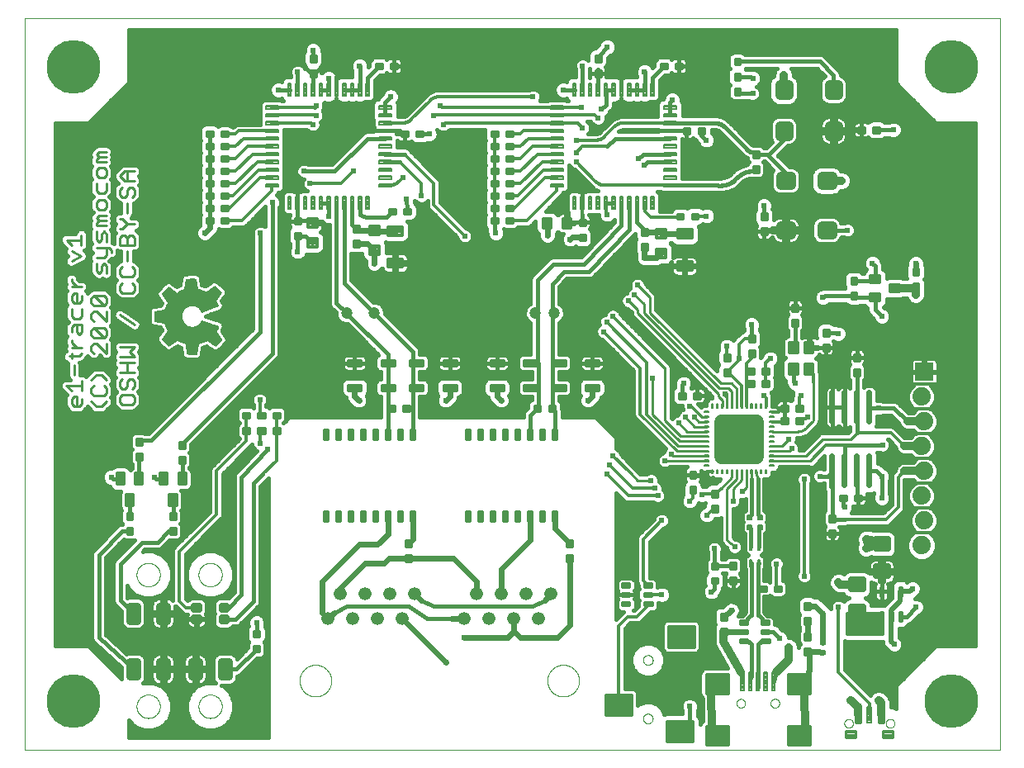
<source format=gtl>
G75*
%MOIN*%
%OFA0B0*%
%FSLAX25Y25*%
%IPPOS*%
%LPD*%
%AMOC8*
5,1,8,0,0,1.08239X$1,22.5*
%
%ADD10C,0.00000*%
%ADD11C,0.01000*%
%ADD12C,0.01100*%
%ADD13C,0.00945*%
%ADD14C,0.00803*%
%ADD15C,0.01890*%
%ADD16C,0.01181*%
%ADD17C,0.01358*%
%ADD18C,0.05250*%
%ADD19C,0.01417*%
%ADD20C,0.01969*%
%ADD21C,0.04724*%
%ADD22C,0.01250*%
%ADD23C,0.06000*%
%ADD24C,0.00807*%
%ADD25C,0.03543*%
%ADD26C,0.01559*%
%ADD27R,0.07400X0.07400*%
%ADD28C,0.07400*%
%ADD29C,0.02953*%
%ADD30C,0.01063*%
%ADD31C,0.00886*%
%ADD32C,0.01606*%
%ADD33C,0.01083*%
%ADD34C,0.00200*%
%ADD35C,0.01600*%
%ADD36C,0.02381*%
%ADD37C,0.03200*%
%ADD38C,0.02400*%
%ADD39C,0.01200*%
%ADD40C,0.01575*%
%ADD41C,0.02362*%
%ADD42C,0.02400*%
%ADD43C,0.21654*%
D10*
X0004252Y0015829D02*
X0004252Y0311104D01*
X0397953Y0311104D01*
X0397953Y0015829D01*
X0004252Y0015829D01*
X0049528Y0033329D02*
X0049530Y0033466D01*
X0049536Y0033604D01*
X0049546Y0033741D01*
X0049560Y0033877D01*
X0049578Y0034014D01*
X0049600Y0034149D01*
X0049626Y0034284D01*
X0049655Y0034418D01*
X0049689Y0034552D01*
X0049726Y0034684D01*
X0049768Y0034815D01*
X0049813Y0034945D01*
X0049862Y0035073D01*
X0049914Y0035200D01*
X0049971Y0035325D01*
X0050030Y0035449D01*
X0050094Y0035571D01*
X0050161Y0035691D01*
X0050231Y0035809D01*
X0050305Y0035925D01*
X0050382Y0036039D01*
X0050463Y0036150D01*
X0050546Y0036259D01*
X0050633Y0036366D01*
X0050723Y0036469D01*
X0050816Y0036571D01*
X0050912Y0036669D01*
X0051010Y0036765D01*
X0051112Y0036858D01*
X0051215Y0036948D01*
X0051322Y0037035D01*
X0051431Y0037118D01*
X0051542Y0037199D01*
X0051656Y0037276D01*
X0051772Y0037350D01*
X0051890Y0037420D01*
X0052010Y0037487D01*
X0052132Y0037551D01*
X0052256Y0037610D01*
X0052381Y0037667D01*
X0052508Y0037719D01*
X0052636Y0037768D01*
X0052766Y0037813D01*
X0052897Y0037855D01*
X0053029Y0037892D01*
X0053163Y0037926D01*
X0053297Y0037955D01*
X0053432Y0037981D01*
X0053567Y0038003D01*
X0053704Y0038021D01*
X0053840Y0038035D01*
X0053977Y0038045D01*
X0054115Y0038051D01*
X0054252Y0038053D01*
X0054389Y0038051D01*
X0054527Y0038045D01*
X0054664Y0038035D01*
X0054800Y0038021D01*
X0054937Y0038003D01*
X0055072Y0037981D01*
X0055207Y0037955D01*
X0055341Y0037926D01*
X0055475Y0037892D01*
X0055607Y0037855D01*
X0055738Y0037813D01*
X0055868Y0037768D01*
X0055996Y0037719D01*
X0056123Y0037667D01*
X0056248Y0037610D01*
X0056372Y0037551D01*
X0056494Y0037487D01*
X0056614Y0037420D01*
X0056732Y0037350D01*
X0056848Y0037276D01*
X0056962Y0037199D01*
X0057073Y0037118D01*
X0057182Y0037035D01*
X0057289Y0036948D01*
X0057392Y0036858D01*
X0057494Y0036765D01*
X0057592Y0036669D01*
X0057688Y0036571D01*
X0057781Y0036469D01*
X0057871Y0036366D01*
X0057958Y0036259D01*
X0058041Y0036150D01*
X0058122Y0036039D01*
X0058199Y0035925D01*
X0058273Y0035809D01*
X0058343Y0035691D01*
X0058410Y0035571D01*
X0058474Y0035449D01*
X0058533Y0035325D01*
X0058590Y0035200D01*
X0058642Y0035073D01*
X0058691Y0034945D01*
X0058736Y0034815D01*
X0058778Y0034684D01*
X0058815Y0034552D01*
X0058849Y0034418D01*
X0058878Y0034284D01*
X0058904Y0034149D01*
X0058926Y0034014D01*
X0058944Y0033877D01*
X0058958Y0033741D01*
X0058968Y0033604D01*
X0058974Y0033466D01*
X0058976Y0033329D01*
X0058974Y0033192D01*
X0058968Y0033054D01*
X0058958Y0032917D01*
X0058944Y0032781D01*
X0058926Y0032644D01*
X0058904Y0032509D01*
X0058878Y0032374D01*
X0058849Y0032240D01*
X0058815Y0032106D01*
X0058778Y0031974D01*
X0058736Y0031843D01*
X0058691Y0031713D01*
X0058642Y0031585D01*
X0058590Y0031458D01*
X0058533Y0031333D01*
X0058474Y0031209D01*
X0058410Y0031087D01*
X0058343Y0030967D01*
X0058273Y0030849D01*
X0058199Y0030733D01*
X0058122Y0030619D01*
X0058041Y0030508D01*
X0057958Y0030399D01*
X0057871Y0030292D01*
X0057781Y0030189D01*
X0057688Y0030087D01*
X0057592Y0029989D01*
X0057494Y0029893D01*
X0057392Y0029800D01*
X0057289Y0029710D01*
X0057182Y0029623D01*
X0057073Y0029540D01*
X0056962Y0029459D01*
X0056848Y0029382D01*
X0056732Y0029308D01*
X0056614Y0029238D01*
X0056494Y0029171D01*
X0056372Y0029107D01*
X0056248Y0029048D01*
X0056123Y0028991D01*
X0055996Y0028939D01*
X0055868Y0028890D01*
X0055738Y0028845D01*
X0055607Y0028803D01*
X0055475Y0028766D01*
X0055341Y0028732D01*
X0055207Y0028703D01*
X0055072Y0028677D01*
X0054937Y0028655D01*
X0054800Y0028637D01*
X0054664Y0028623D01*
X0054527Y0028613D01*
X0054389Y0028607D01*
X0054252Y0028605D01*
X0054115Y0028607D01*
X0053977Y0028613D01*
X0053840Y0028623D01*
X0053704Y0028637D01*
X0053567Y0028655D01*
X0053432Y0028677D01*
X0053297Y0028703D01*
X0053163Y0028732D01*
X0053029Y0028766D01*
X0052897Y0028803D01*
X0052766Y0028845D01*
X0052636Y0028890D01*
X0052508Y0028939D01*
X0052381Y0028991D01*
X0052256Y0029048D01*
X0052132Y0029107D01*
X0052010Y0029171D01*
X0051890Y0029238D01*
X0051772Y0029308D01*
X0051656Y0029382D01*
X0051542Y0029459D01*
X0051431Y0029540D01*
X0051322Y0029623D01*
X0051215Y0029710D01*
X0051112Y0029800D01*
X0051010Y0029893D01*
X0050912Y0029989D01*
X0050816Y0030087D01*
X0050723Y0030189D01*
X0050633Y0030292D01*
X0050546Y0030399D01*
X0050463Y0030508D01*
X0050382Y0030619D01*
X0050305Y0030733D01*
X0050231Y0030849D01*
X0050161Y0030967D01*
X0050094Y0031087D01*
X0050030Y0031209D01*
X0049971Y0031333D01*
X0049914Y0031458D01*
X0049862Y0031585D01*
X0049813Y0031713D01*
X0049768Y0031843D01*
X0049726Y0031974D01*
X0049689Y0032106D01*
X0049655Y0032240D01*
X0049626Y0032374D01*
X0049600Y0032509D01*
X0049578Y0032644D01*
X0049560Y0032781D01*
X0049546Y0032917D01*
X0049536Y0033054D01*
X0049530Y0033192D01*
X0049528Y0033329D01*
X0074528Y0033329D02*
X0074530Y0033466D01*
X0074536Y0033604D01*
X0074546Y0033741D01*
X0074560Y0033877D01*
X0074578Y0034014D01*
X0074600Y0034149D01*
X0074626Y0034284D01*
X0074655Y0034418D01*
X0074689Y0034552D01*
X0074726Y0034684D01*
X0074768Y0034815D01*
X0074813Y0034945D01*
X0074862Y0035073D01*
X0074914Y0035200D01*
X0074971Y0035325D01*
X0075030Y0035449D01*
X0075094Y0035571D01*
X0075161Y0035691D01*
X0075231Y0035809D01*
X0075305Y0035925D01*
X0075382Y0036039D01*
X0075463Y0036150D01*
X0075546Y0036259D01*
X0075633Y0036366D01*
X0075723Y0036469D01*
X0075816Y0036571D01*
X0075912Y0036669D01*
X0076010Y0036765D01*
X0076112Y0036858D01*
X0076215Y0036948D01*
X0076322Y0037035D01*
X0076431Y0037118D01*
X0076542Y0037199D01*
X0076656Y0037276D01*
X0076772Y0037350D01*
X0076890Y0037420D01*
X0077010Y0037487D01*
X0077132Y0037551D01*
X0077256Y0037610D01*
X0077381Y0037667D01*
X0077508Y0037719D01*
X0077636Y0037768D01*
X0077766Y0037813D01*
X0077897Y0037855D01*
X0078029Y0037892D01*
X0078163Y0037926D01*
X0078297Y0037955D01*
X0078432Y0037981D01*
X0078567Y0038003D01*
X0078704Y0038021D01*
X0078840Y0038035D01*
X0078977Y0038045D01*
X0079115Y0038051D01*
X0079252Y0038053D01*
X0079389Y0038051D01*
X0079527Y0038045D01*
X0079664Y0038035D01*
X0079800Y0038021D01*
X0079937Y0038003D01*
X0080072Y0037981D01*
X0080207Y0037955D01*
X0080341Y0037926D01*
X0080475Y0037892D01*
X0080607Y0037855D01*
X0080738Y0037813D01*
X0080868Y0037768D01*
X0080996Y0037719D01*
X0081123Y0037667D01*
X0081248Y0037610D01*
X0081372Y0037551D01*
X0081494Y0037487D01*
X0081614Y0037420D01*
X0081732Y0037350D01*
X0081848Y0037276D01*
X0081962Y0037199D01*
X0082073Y0037118D01*
X0082182Y0037035D01*
X0082289Y0036948D01*
X0082392Y0036858D01*
X0082494Y0036765D01*
X0082592Y0036669D01*
X0082688Y0036571D01*
X0082781Y0036469D01*
X0082871Y0036366D01*
X0082958Y0036259D01*
X0083041Y0036150D01*
X0083122Y0036039D01*
X0083199Y0035925D01*
X0083273Y0035809D01*
X0083343Y0035691D01*
X0083410Y0035571D01*
X0083474Y0035449D01*
X0083533Y0035325D01*
X0083590Y0035200D01*
X0083642Y0035073D01*
X0083691Y0034945D01*
X0083736Y0034815D01*
X0083778Y0034684D01*
X0083815Y0034552D01*
X0083849Y0034418D01*
X0083878Y0034284D01*
X0083904Y0034149D01*
X0083926Y0034014D01*
X0083944Y0033877D01*
X0083958Y0033741D01*
X0083968Y0033604D01*
X0083974Y0033466D01*
X0083976Y0033329D01*
X0083974Y0033192D01*
X0083968Y0033054D01*
X0083958Y0032917D01*
X0083944Y0032781D01*
X0083926Y0032644D01*
X0083904Y0032509D01*
X0083878Y0032374D01*
X0083849Y0032240D01*
X0083815Y0032106D01*
X0083778Y0031974D01*
X0083736Y0031843D01*
X0083691Y0031713D01*
X0083642Y0031585D01*
X0083590Y0031458D01*
X0083533Y0031333D01*
X0083474Y0031209D01*
X0083410Y0031087D01*
X0083343Y0030967D01*
X0083273Y0030849D01*
X0083199Y0030733D01*
X0083122Y0030619D01*
X0083041Y0030508D01*
X0082958Y0030399D01*
X0082871Y0030292D01*
X0082781Y0030189D01*
X0082688Y0030087D01*
X0082592Y0029989D01*
X0082494Y0029893D01*
X0082392Y0029800D01*
X0082289Y0029710D01*
X0082182Y0029623D01*
X0082073Y0029540D01*
X0081962Y0029459D01*
X0081848Y0029382D01*
X0081732Y0029308D01*
X0081614Y0029238D01*
X0081494Y0029171D01*
X0081372Y0029107D01*
X0081248Y0029048D01*
X0081123Y0028991D01*
X0080996Y0028939D01*
X0080868Y0028890D01*
X0080738Y0028845D01*
X0080607Y0028803D01*
X0080475Y0028766D01*
X0080341Y0028732D01*
X0080207Y0028703D01*
X0080072Y0028677D01*
X0079937Y0028655D01*
X0079800Y0028637D01*
X0079664Y0028623D01*
X0079527Y0028613D01*
X0079389Y0028607D01*
X0079252Y0028605D01*
X0079115Y0028607D01*
X0078977Y0028613D01*
X0078840Y0028623D01*
X0078704Y0028637D01*
X0078567Y0028655D01*
X0078432Y0028677D01*
X0078297Y0028703D01*
X0078163Y0028732D01*
X0078029Y0028766D01*
X0077897Y0028803D01*
X0077766Y0028845D01*
X0077636Y0028890D01*
X0077508Y0028939D01*
X0077381Y0028991D01*
X0077256Y0029048D01*
X0077132Y0029107D01*
X0077010Y0029171D01*
X0076890Y0029238D01*
X0076772Y0029308D01*
X0076656Y0029382D01*
X0076542Y0029459D01*
X0076431Y0029540D01*
X0076322Y0029623D01*
X0076215Y0029710D01*
X0076112Y0029800D01*
X0076010Y0029893D01*
X0075912Y0029989D01*
X0075816Y0030087D01*
X0075723Y0030189D01*
X0075633Y0030292D01*
X0075546Y0030399D01*
X0075463Y0030508D01*
X0075382Y0030619D01*
X0075305Y0030733D01*
X0075231Y0030849D01*
X0075161Y0030967D01*
X0075094Y0031087D01*
X0075030Y0031209D01*
X0074971Y0031333D01*
X0074914Y0031458D01*
X0074862Y0031585D01*
X0074813Y0031713D01*
X0074768Y0031843D01*
X0074726Y0031974D01*
X0074689Y0032106D01*
X0074655Y0032240D01*
X0074626Y0032374D01*
X0074600Y0032509D01*
X0074578Y0032644D01*
X0074560Y0032781D01*
X0074546Y0032917D01*
X0074536Y0033054D01*
X0074530Y0033192D01*
X0074528Y0033329D01*
X0115352Y0043703D02*
X0115354Y0043863D01*
X0115360Y0044022D01*
X0115370Y0044181D01*
X0115384Y0044340D01*
X0115402Y0044499D01*
X0115423Y0044657D01*
X0115449Y0044814D01*
X0115479Y0044971D01*
X0115512Y0045127D01*
X0115550Y0045282D01*
X0115591Y0045436D01*
X0115636Y0045589D01*
X0115685Y0045741D01*
X0115738Y0045892D01*
X0115794Y0046041D01*
X0115855Y0046189D01*
X0115918Y0046335D01*
X0115986Y0046480D01*
X0116057Y0046623D01*
X0116131Y0046764D01*
X0116209Y0046903D01*
X0116291Y0047040D01*
X0116376Y0047175D01*
X0116464Y0047308D01*
X0116556Y0047439D01*
X0116650Y0047567D01*
X0116748Y0047693D01*
X0116849Y0047817D01*
X0116953Y0047938D01*
X0117060Y0048056D01*
X0117170Y0048172D01*
X0117283Y0048285D01*
X0117399Y0048395D01*
X0117517Y0048502D01*
X0117638Y0048606D01*
X0117762Y0048707D01*
X0117888Y0048805D01*
X0118016Y0048899D01*
X0118147Y0048991D01*
X0118280Y0049079D01*
X0118415Y0049164D01*
X0118552Y0049246D01*
X0118691Y0049324D01*
X0118832Y0049398D01*
X0118975Y0049469D01*
X0119120Y0049537D01*
X0119266Y0049600D01*
X0119414Y0049661D01*
X0119563Y0049717D01*
X0119714Y0049770D01*
X0119866Y0049819D01*
X0120019Y0049864D01*
X0120173Y0049905D01*
X0120328Y0049943D01*
X0120484Y0049976D01*
X0120641Y0050006D01*
X0120798Y0050032D01*
X0120956Y0050053D01*
X0121115Y0050071D01*
X0121274Y0050085D01*
X0121433Y0050095D01*
X0121592Y0050101D01*
X0121752Y0050103D01*
X0121912Y0050101D01*
X0122071Y0050095D01*
X0122230Y0050085D01*
X0122389Y0050071D01*
X0122548Y0050053D01*
X0122706Y0050032D01*
X0122863Y0050006D01*
X0123020Y0049976D01*
X0123176Y0049943D01*
X0123331Y0049905D01*
X0123485Y0049864D01*
X0123638Y0049819D01*
X0123790Y0049770D01*
X0123941Y0049717D01*
X0124090Y0049661D01*
X0124238Y0049600D01*
X0124384Y0049537D01*
X0124529Y0049469D01*
X0124672Y0049398D01*
X0124813Y0049324D01*
X0124952Y0049246D01*
X0125089Y0049164D01*
X0125224Y0049079D01*
X0125357Y0048991D01*
X0125488Y0048899D01*
X0125616Y0048805D01*
X0125742Y0048707D01*
X0125866Y0048606D01*
X0125987Y0048502D01*
X0126105Y0048395D01*
X0126221Y0048285D01*
X0126334Y0048172D01*
X0126444Y0048056D01*
X0126551Y0047938D01*
X0126655Y0047817D01*
X0126756Y0047693D01*
X0126854Y0047567D01*
X0126948Y0047439D01*
X0127040Y0047308D01*
X0127128Y0047175D01*
X0127213Y0047040D01*
X0127295Y0046903D01*
X0127373Y0046764D01*
X0127447Y0046623D01*
X0127518Y0046480D01*
X0127586Y0046335D01*
X0127649Y0046189D01*
X0127710Y0046041D01*
X0127766Y0045892D01*
X0127819Y0045741D01*
X0127868Y0045589D01*
X0127913Y0045436D01*
X0127954Y0045282D01*
X0127992Y0045127D01*
X0128025Y0044971D01*
X0128055Y0044814D01*
X0128081Y0044657D01*
X0128102Y0044499D01*
X0128120Y0044340D01*
X0128134Y0044181D01*
X0128144Y0044022D01*
X0128150Y0043863D01*
X0128152Y0043703D01*
X0128150Y0043543D01*
X0128144Y0043384D01*
X0128134Y0043225D01*
X0128120Y0043066D01*
X0128102Y0042907D01*
X0128081Y0042749D01*
X0128055Y0042592D01*
X0128025Y0042435D01*
X0127992Y0042279D01*
X0127954Y0042124D01*
X0127913Y0041970D01*
X0127868Y0041817D01*
X0127819Y0041665D01*
X0127766Y0041514D01*
X0127710Y0041365D01*
X0127649Y0041217D01*
X0127586Y0041071D01*
X0127518Y0040926D01*
X0127447Y0040783D01*
X0127373Y0040642D01*
X0127295Y0040503D01*
X0127213Y0040366D01*
X0127128Y0040231D01*
X0127040Y0040098D01*
X0126948Y0039967D01*
X0126854Y0039839D01*
X0126756Y0039713D01*
X0126655Y0039589D01*
X0126551Y0039468D01*
X0126444Y0039350D01*
X0126334Y0039234D01*
X0126221Y0039121D01*
X0126105Y0039011D01*
X0125987Y0038904D01*
X0125866Y0038800D01*
X0125742Y0038699D01*
X0125616Y0038601D01*
X0125488Y0038507D01*
X0125357Y0038415D01*
X0125224Y0038327D01*
X0125089Y0038242D01*
X0124952Y0038160D01*
X0124813Y0038082D01*
X0124672Y0038008D01*
X0124529Y0037937D01*
X0124384Y0037869D01*
X0124238Y0037806D01*
X0124090Y0037745D01*
X0123941Y0037689D01*
X0123790Y0037636D01*
X0123638Y0037587D01*
X0123485Y0037542D01*
X0123331Y0037501D01*
X0123176Y0037463D01*
X0123020Y0037430D01*
X0122863Y0037400D01*
X0122706Y0037374D01*
X0122548Y0037353D01*
X0122389Y0037335D01*
X0122230Y0037321D01*
X0122071Y0037311D01*
X0121912Y0037305D01*
X0121752Y0037303D01*
X0121592Y0037305D01*
X0121433Y0037311D01*
X0121274Y0037321D01*
X0121115Y0037335D01*
X0120956Y0037353D01*
X0120798Y0037374D01*
X0120641Y0037400D01*
X0120484Y0037430D01*
X0120328Y0037463D01*
X0120173Y0037501D01*
X0120019Y0037542D01*
X0119866Y0037587D01*
X0119714Y0037636D01*
X0119563Y0037689D01*
X0119414Y0037745D01*
X0119266Y0037806D01*
X0119120Y0037869D01*
X0118975Y0037937D01*
X0118832Y0038008D01*
X0118691Y0038082D01*
X0118552Y0038160D01*
X0118415Y0038242D01*
X0118280Y0038327D01*
X0118147Y0038415D01*
X0118016Y0038507D01*
X0117888Y0038601D01*
X0117762Y0038699D01*
X0117638Y0038800D01*
X0117517Y0038904D01*
X0117399Y0039011D01*
X0117283Y0039121D01*
X0117170Y0039234D01*
X0117060Y0039350D01*
X0116953Y0039468D01*
X0116849Y0039589D01*
X0116748Y0039713D01*
X0116650Y0039839D01*
X0116556Y0039967D01*
X0116464Y0040098D01*
X0116376Y0040231D01*
X0116291Y0040366D01*
X0116209Y0040503D01*
X0116131Y0040642D01*
X0116057Y0040783D01*
X0115986Y0040926D01*
X0115918Y0041071D01*
X0115855Y0041217D01*
X0115794Y0041365D01*
X0115738Y0041514D01*
X0115685Y0041665D01*
X0115636Y0041817D01*
X0115591Y0041970D01*
X0115550Y0042124D01*
X0115512Y0042279D01*
X0115479Y0042435D01*
X0115449Y0042592D01*
X0115423Y0042749D01*
X0115402Y0042907D01*
X0115384Y0043066D01*
X0115370Y0043225D01*
X0115360Y0043384D01*
X0115354Y0043543D01*
X0115352Y0043703D01*
X0074528Y0086478D02*
X0074530Y0086615D01*
X0074536Y0086753D01*
X0074546Y0086890D01*
X0074560Y0087026D01*
X0074578Y0087163D01*
X0074600Y0087298D01*
X0074626Y0087433D01*
X0074655Y0087567D01*
X0074689Y0087701D01*
X0074726Y0087833D01*
X0074768Y0087964D01*
X0074813Y0088094D01*
X0074862Y0088222D01*
X0074914Y0088349D01*
X0074971Y0088474D01*
X0075030Y0088598D01*
X0075094Y0088720D01*
X0075161Y0088840D01*
X0075231Y0088958D01*
X0075305Y0089074D01*
X0075382Y0089188D01*
X0075463Y0089299D01*
X0075546Y0089408D01*
X0075633Y0089515D01*
X0075723Y0089618D01*
X0075816Y0089720D01*
X0075912Y0089818D01*
X0076010Y0089914D01*
X0076112Y0090007D01*
X0076215Y0090097D01*
X0076322Y0090184D01*
X0076431Y0090267D01*
X0076542Y0090348D01*
X0076656Y0090425D01*
X0076772Y0090499D01*
X0076890Y0090569D01*
X0077010Y0090636D01*
X0077132Y0090700D01*
X0077256Y0090759D01*
X0077381Y0090816D01*
X0077508Y0090868D01*
X0077636Y0090917D01*
X0077766Y0090962D01*
X0077897Y0091004D01*
X0078029Y0091041D01*
X0078163Y0091075D01*
X0078297Y0091104D01*
X0078432Y0091130D01*
X0078567Y0091152D01*
X0078704Y0091170D01*
X0078840Y0091184D01*
X0078977Y0091194D01*
X0079115Y0091200D01*
X0079252Y0091202D01*
X0079389Y0091200D01*
X0079527Y0091194D01*
X0079664Y0091184D01*
X0079800Y0091170D01*
X0079937Y0091152D01*
X0080072Y0091130D01*
X0080207Y0091104D01*
X0080341Y0091075D01*
X0080475Y0091041D01*
X0080607Y0091004D01*
X0080738Y0090962D01*
X0080868Y0090917D01*
X0080996Y0090868D01*
X0081123Y0090816D01*
X0081248Y0090759D01*
X0081372Y0090700D01*
X0081494Y0090636D01*
X0081614Y0090569D01*
X0081732Y0090499D01*
X0081848Y0090425D01*
X0081962Y0090348D01*
X0082073Y0090267D01*
X0082182Y0090184D01*
X0082289Y0090097D01*
X0082392Y0090007D01*
X0082494Y0089914D01*
X0082592Y0089818D01*
X0082688Y0089720D01*
X0082781Y0089618D01*
X0082871Y0089515D01*
X0082958Y0089408D01*
X0083041Y0089299D01*
X0083122Y0089188D01*
X0083199Y0089074D01*
X0083273Y0088958D01*
X0083343Y0088840D01*
X0083410Y0088720D01*
X0083474Y0088598D01*
X0083533Y0088474D01*
X0083590Y0088349D01*
X0083642Y0088222D01*
X0083691Y0088094D01*
X0083736Y0087964D01*
X0083778Y0087833D01*
X0083815Y0087701D01*
X0083849Y0087567D01*
X0083878Y0087433D01*
X0083904Y0087298D01*
X0083926Y0087163D01*
X0083944Y0087026D01*
X0083958Y0086890D01*
X0083968Y0086753D01*
X0083974Y0086615D01*
X0083976Y0086478D01*
X0083974Y0086341D01*
X0083968Y0086203D01*
X0083958Y0086066D01*
X0083944Y0085930D01*
X0083926Y0085793D01*
X0083904Y0085658D01*
X0083878Y0085523D01*
X0083849Y0085389D01*
X0083815Y0085255D01*
X0083778Y0085123D01*
X0083736Y0084992D01*
X0083691Y0084862D01*
X0083642Y0084734D01*
X0083590Y0084607D01*
X0083533Y0084482D01*
X0083474Y0084358D01*
X0083410Y0084236D01*
X0083343Y0084116D01*
X0083273Y0083998D01*
X0083199Y0083882D01*
X0083122Y0083768D01*
X0083041Y0083657D01*
X0082958Y0083548D01*
X0082871Y0083441D01*
X0082781Y0083338D01*
X0082688Y0083236D01*
X0082592Y0083138D01*
X0082494Y0083042D01*
X0082392Y0082949D01*
X0082289Y0082859D01*
X0082182Y0082772D01*
X0082073Y0082689D01*
X0081962Y0082608D01*
X0081848Y0082531D01*
X0081732Y0082457D01*
X0081614Y0082387D01*
X0081494Y0082320D01*
X0081372Y0082256D01*
X0081248Y0082197D01*
X0081123Y0082140D01*
X0080996Y0082088D01*
X0080868Y0082039D01*
X0080738Y0081994D01*
X0080607Y0081952D01*
X0080475Y0081915D01*
X0080341Y0081881D01*
X0080207Y0081852D01*
X0080072Y0081826D01*
X0079937Y0081804D01*
X0079800Y0081786D01*
X0079664Y0081772D01*
X0079527Y0081762D01*
X0079389Y0081756D01*
X0079252Y0081754D01*
X0079115Y0081756D01*
X0078977Y0081762D01*
X0078840Y0081772D01*
X0078704Y0081786D01*
X0078567Y0081804D01*
X0078432Y0081826D01*
X0078297Y0081852D01*
X0078163Y0081881D01*
X0078029Y0081915D01*
X0077897Y0081952D01*
X0077766Y0081994D01*
X0077636Y0082039D01*
X0077508Y0082088D01*
X0077381Y0082140D01*
X0077256Y0082197D01*
X0077132Y0082256D01*
X0077010Y0082320D01*
X0076890Y0082387D01*
X0076772Y0082457D01*
X0076656Y0082531D01*
X0076542Y0082608D01*
X0076431Y0082689D01*
X0076322Y0082772D01*
X0076215Y0082859D01*
X0076112Y0082949D01*
X0076010Y0083042D01*
X0075912Y0083138D01*
X0075816Y0083236D01*
X0075723Y0083338D01*
X0075633Y0083441D01*
X0075546Y0083548D01*
X0075463Y0083657D01*
X0075382Y0083768D01*
X0075305Y0083882D01*
X0075231Y0083998D01*
X0075161Y0084116D01*
X0075094Y0084236D01*
X0075030Y0084358D01*
X0074971Y0084482D01*
X0074914Y0084607D01*
X0074862Y0084734D01*
X0074813Y0084862D01*
X0074768Y0084992D01*
X0074726Y0085123D01*
X0074689Y0085255D01*
X0074655Y0085389D01*
X0074626Y0085523D01*
X0074600Y0085658D01*
X0074578Y0085793D01*
X0074560Y0085930D01*
X0074546Y0086066D01*
X0074536Y0086203D01*
X0074530Y0086341D01*
X0074528Y0086478D01*
X0049528Y0086478D02*
X0049530Y0086615D01*
X0049536Y0086753D01*
X0049546Y0086890D01*
X0049560Y0087026D01*
X0049578Y0087163D01*
X0049600Y0087298D01*
X0049626Y0087433D01*
X0049655Y0087567D01*
X0049689Y0087701D01*
X0049726Y0087833D01*
X0049768Y0087964D01*
X0049813Y0088094D01*
X0049862Y0088222D01*
X0049914Y0088349D01*
X0049971Y0088474D01*
X0050030Y0088598D01*
X0050094Y0088720D01*
X0050161Y0088840D01*
X0050231Y0088958D01*
X0050305Y0089074D01*
X0050382Y0089188D01*
X0050463Y0089299D01*
X0050546Y0089408D01*
X0050633Y0089515D01*
X0050723Y0089618D01*
X0050816Y0089720D01*
X0050912Y0089818D01*
X0051010Y0089914D01*
X0051112Y0090007D01*
X0051215Y0090097D01*
X0051322Y0090184D01*
X0051431Y0090267D01*
X0051542Y0090348D01*
X0051656Y0090425D01*
X0051772Y0090499D01*
X0051890Y0090569D01*
X0052010Y0090636D01*
X0052132Y0090700D01*
X0052256Y0090759D01*
X0052381Y0090816D01*
X0052508Y0090868D01*
X0052636Y0090917D01*
X0052766Y0090962D01*
X0052897Y0091004D01*
X0053029Y0091041D01*
X0053163Y0091075D01*
X0053297Y0091104D01*
X0053432Y0091130D01*
X0053567Y0091152D01*
X0053704Y0091170D01*
X0053840Y0091184D01*
X0053977Y0091194D01*
X0054115Y0091200D01*
X0054252Y0091202D01*
X0054389Y0091200D01*
X0054527Y0091194D01*
X0054664Y0091184D01*
X0054800Y0091170D01*
X0054937Y0091152D01*
X0055072Y0091130D01*
X0055207Y0091104D01*
X0055341Y0091075D01*
X0055475Y0091041D01*
X0055607Y0091004D01*
X0055738Y0090962D01*
X0055868Y0090917D01*
X0055996Y0090868D01*
X0056123Y0090816D01*
X0056248Y0090759D01*
X0056372Y0090700D01*
X0056494Y0090636D01*
X0056614Y0090569D01*
X0056732Y0090499D01*
X0056848Y0090425D01*
X0056962Y0090348D01*
X0057073Y0090267D01*
X0057182Y0090184D01*
X0057289Y0090097D01*
X0057392Y0090007D01*
X0057494Y0089914D01*
X0057592Y0089818D01*
X0057688Y0089720D01*
X0057781Y0089618D01*
X0057871Y0089515D01*
X0057958Y0089408D01*
X0058041Y0089299D01*
X0058122Y0089188D01*
X0058199Y0089074D01*
X0058273Y0088958D01*
X0058343Y0088840D01*
X0058410Y0088720D01*
X0058474Y0088598D01*
X0058533Y0088474D01*
X0058590Y0088349D01*
X0058642Y0088222D01*
X0058691Y0088094D01*
X0058736Y0087964D01*
X0058778Y0087833D01*
X0058815Y0087701D01*
X0058849Y0087567D01*
X0058878Y0087433D01*
X0058904Y0087298D01*
X0058926Y0087163D01*
X0058944Y0087026D01*
X0058958Y0086890D01*
X0058968Y0086753D01*
X0058974Y0086615D01*
X0058976Y0086478D01*
X0058974Y0086341D01*
X0058968Y0086203D01*
X0058958Y0086066D01*
X0058944Y0085930D01*
X0058926Y0085793D01*
X0058904Y0085658D01*
X0058878Y0085523D01*
X0058849Y0085389D01*
X0058815Y0085255D01*
X0058778Y0085123D01*
X0058736Y0084992D01*
X0058691Y0084862D01*
X0058642Y0084734D01*
X0058590Y0084607D01*
X0058533Y0084482D01*
X0058474Y0084358D01*
X0058410Y0084236D01*
X0058343Y0084116D01*
X0058273Y0083998D01*
X0058199Y0083882D01*
X0058122Y0083768D01*
X0058041Y0083657D01*
X0057958Y0083548D01*
X0057871Y0083441D01*
X0057781Y0083338D01*
X0057688Y0083236D01*
X0057592Y0083138D01*
X0057494Y0083042D01*
X0057392Y0082949D01*
X0057289Y0082859D01*
X0057182Y0082772D01*
X0057073Y0082689D01*
X0056962Y0082608D01*
X0056848Y0082531D01*
X0056732Y0082457D01*
X0056614Y0082387D01*
X0056494Y0082320D01*
X0056372Y0082256D01*
X0056248Y0082197D01*
X0056123Y0082140D01*
X0055996Y0082088D01*
X0055868Y0082039D01*
X0055738Y0081994D01*
X0055607Y0081952D01*
X0055475Y0081915D01*
X0055341Y0081881D01*
X0055207Y0081852D01*
X0055072Y0081826D01*
X0054937Y0081804D01*
X0054800Y0081786D01*
X0054664Y0081772D01*
X0054527Y0081762D01*
X0054389Y0081756D01*
X0054252Y0081754D01*
X0054115Y0081756D01*
X0053977Y0081762D01*
X0053840Y0081772D01*
X0053704Y0081786D01*
X0053567Y0081804D01*
X0053432Y0081826D01*
X0053297Y0081852D01*
X0053163Y0081881D01*
X0053029Y0081915D01*
X0052897Y0081952D01*
X0052766Y0081994D01*
X0052636Y0082039D01*
X0052508Y0082088D01*
X0052381Y0082140D01*
X0052256Y0082197D01*
X0052132Y0082256D01*
X0052010Y0082320D01*
X0051890Y0082387D01*
X0051772Y0082457D01*
X0051656Y0082531D01*
X0051542Y0082608D01*
X0051431Y0082689D01*
X0051322Y0082772D01*
X0051215Y0082859D01*
X0051112Y0082949D01*
X0051010Y0083042D01*
X0050912Y0083138D01*
X0050816Y0083236D01*
X0050723Y0083338D01*
X0050633Y0083441D01*
X0050546Y0083548D01*
X0050463Y0083657D01*
X0050382Y0083768D01*
X0050305Y0083882D01*
X0050231Y0083998D01*
X0050161Y0084116D01*
X0050094Y0084236D01*
X0050030Y0084358D01*
X0049971Y0084482D01*
X0049914Y0084607D01*
X0049862Y0084734D01*
X0049813Y0084862D01*
X0049768Y0084992D01*
X0049726Y0085123D01*
X0049689Y0085255D01*
X0049655Y0085389D01*
X0049626Y0085523D01*
X0049600Y0085658D01*
X0049578Y0085793D01*
X0049560Y0085930D01*
X0049546Y0086066D01*
X0049536Y0086203D01*
X0049530Y0086341D01*
X0049528Y0086478D01*
X0215352Y0043703D02*
X0215354Y0043863D01*
X0215360Y0044022D01*
X0215370Y0044181D01*
X0215384Y0044340D01*
X0215402Y0044499D01*
X0215423Y0044657D01*
X0215449Y0044814D01*
X0215479Y0044971D01*
X0215512Y0045127D01*
X0215550Y0045282D01*
X0215591Y0045436D01*
X0215636Y0045589D01*
X0215685Y0045741D01*
X0215738Y0045892D01*
X0215794Y0046041D01*
X0215855Y0046189D01*
X0215918Y0046335D01*
X0215986Y0046480D01*
X0216057Y0046623D01*
X0216131Y0046764D01*
X0216209Y0046903D01*
X0216291Y0047040D01*
X0216376Y0047175D01*
X0216464Y0047308D01*
X0216556Y0047439D01*
X0216650Y0047567D01*
X0216748Y0047693D01*
X0216849Y0047817D01*
X0216953Y0047938D01*
X0217060Y0048056D01*
X0217170Y0048172D01*
X0217283Y0048285D01*
X0217399Y0048395D01*
X0217517Y0048502D01*
X0217638Y0048606D01*
X0217762Y0048707D01*
X0217888Y0048805D01*
X0218016Y0048899D01*
X0218147Y0048991D01*
X0218280Y0049079D01*
X0218415Y0049164D01*
X0218552Y0049246D01*
X0218691Y0049324D01*
X0218832Y0049398D01*
X0218975Y0049469D01*
X0219120Y0049537D01*
X0219266Y0049600D01*
X0219414Y0049661D01*
X0219563Y0049717D01*
X0219714Y0049770D01*
X0219866Y0049819D01*
X0220019Y0049864D01*
X0220173Y0049905D01*
X0220328Y0049943D01*
X0220484Y0049976D01*
X0220641Y0050006D01*
X0220798Y0050032D01*
X0220956Y0050053D01*
X0221115Y0050071D01*
X0221274Y0050085D01*
X0221433Y0050095D01*
X0221592Y0050101D01*
X0221752Y0050103D01*
X0221912Y0050101D01*
X0222071Y0050095D01*
X0222230Y0050085D01*
X0222389Y0050071D01*
X0222548Y0050053D01*
X0222706Y0050032D01*
X0222863Y0050006D01*
X0223020Y0049976D01*
X0223176Y0049943D01*
X0223331Y0049905D01*
X0223485Y0049864D01*
X0223638Y0049819D01*
X0223790Y0049770D01*
X0223941Y0049717D01*
X0224090Y0049661D01*
X0224238Y0049600D01*
X0224384Y0049537D01*
X0224529Y0049469D01*
X0224672Y0049398D01*
X0224813Y0049324D01*
X0224952Y0049246D01*
X0225089Y0049164D01*
X0225224Y0049079D01*
X0225357Y0048991D01*
X0225488Y0048899D01*
X0225616Y0048805D01*
X0225742Y0048707D01*
X0225866Y0048606D01*
X0225987Y0048502D01*
X0226105Y0048395D01*
X0226221Y0048285D01*
X0226334Y0048172D01*
X0226444Y0048056D01*
X0226551Y0047938D01*
X0226655Y0047817D01*
X0226756Y0047693D01*
X0226854Y0047567D01*
X0226948Y0047439D01*
X0227040Y0047308D01*
X0227128Y0047175D01*
X0227213Y0047040D01*
X0227295Y0046903D01*
X0227373Y0046764D01*
X0227447Y0046623D01*
X0227518Y0046480D01*
X0227586Y0046335D01*
X0227649Y0046189D01*
X0227710Y0046041D01*
X0227766Y0045892D01*
X0227819Y0045741D01*
X0227868Y0045589D01*
X0227913Y0045436D01*
X0227954Y0045282D01*
X0227992Y0045127D01*
X0228025Y0044971D01*
X0228055Y0044814D01*
X0228081Y0044657D01*
X0228102Y0044499D01*
X0228120Y0044340D01*
X0228134Y0044181D01*
X0228144Y0044022D01*
X0228150Y0043863D01*
X0228152Y0043703D01*
X0228150Y0043543D01*
X0228144Y0043384D01*
X0228134Y0043225D01*
X0228120Y0043066D01*
X0228102Y0042907D01*
X0228081Y0042749D01*
X0228055Y0042592D01*
X0228025Y0042435D01*
X0227992Y0042279D01*
X0227954Y0042124D01*
X0227913Y0041970D01*
X0227868Y0041817D01*
X0227819Y0041665D01*
X0227766Y0041514D01*
X0227710Y0041365D01*
X0227649Y0041217D01*
X0227586Y0041071D01*
X0227518Y0040926D01*
X0227447Y0040783D01*
X0227373Y0040642D01*
X0227295Y0040503D01*
X0227213Y0040366D01*
X0227128Y0040231D01*
X0227040Y0040098D01*
X0226948Y0039967D01*
X0226854Y0039839D01*
X0226756Y0039713D01*
X0226655Y0039589D01*
X0226551Y0039468D01*
X0226444Y0039350D01*
X0226334Y0039234D01*
X0226221Y0039121D01*
X0226105Y0039011D01*
X0225987Y0038904D01*
X0225866Y0038800D01*
X0225742Y0038699D01*
X0225616Y0038601D01*
X0225488Y0038507D01*
X0225357Y0038415D01*
X0225224Y0038327D01*
X0225089Y0038242D01*
X0224952Y0038160D01*
X0224813Y0038082D01*
X0224672Y0038008D01*
X0224529Y0037937D01*
X0224384Y0037869D01*
X0224238Y0037806D01*
X0224090Y0037745D01*
X0223941Y0037689D01*
X0223790Y0037636D01*
X0223638Y0037587D01*
X0223485Y0037542D01*
X0223331Y0037501D01*
X0223176Y0037463D01*
X0223020Y0037430D01*
X0222863Y0037400D01*
X0222706Y0037374D01*
X0222548Y0037353D01*
X0222389Y0037335D01*
X0222230Y0037321D01*
X0222071Y0037311D01*
X0221912Y0037305D01*
X0221752Y0037303D01*
X0221592Y0037305D01*
X0221433Y0037311D01*
X0221274Y0037321D01*
X0221115Y0037335D01*
X0220956Y0037353D01*
X0220798Y0037374D01*
X0220641Y0037400D01*
X0220484Y0037430D01*
X0220328Y0037463D01*
X0220173Y0037501D01*
X0220019Y0037542D01*
X0219866Y0037587D01*
X0219714Y0037636D01*
X0219563Y0037689D01*
X0219414Y0037745D01*
X0219266Y0037806D01*
X0219120Y0037869D01*
X0218975Y0037937D01*
X0218832Y0038008D01*
X0218691Y0038082D01*
X0218552Y0038160D01*
X0218415Y0038242D01*
X0218280Y0038327D01*
X0218147Y0038415D01*
X0218016Y0038507D01*
X0217888Y0038601D01*
X0217762Y0038699D01*
X0217638Y0038800D01*
X0217517Y0038904D01*
X0217399Y0039011D01*
X0217283Y0039121D01*
X0217170Y0039234D01*
X0217060Y0039350D01*
X0216953Y0039468D01*
X0216849Y0039589D01*
X0216748Y0039713D01*
X0216650Y0039839D01*
X0216556Y0039967D01*
X0216464Y0040098D01*
X0216376Y0040231D01*
X0216291Y0040366D01*
X0216209Y0040503D01*
X0216131Y0040642D01*
X0216057Y0040783D01*
X0215986Y0040926D01*
X0215918Y0041071D01*
X0215855Y0041217D01*
X0215794Y0041365D01*
X0215738Y0041514D01*
X0215685Y0041665D01*
X0215636Y0041817D01*
X0215591Y0041970D01*
X0215550Y0042124D01*
X0215512Y0042279D01*
X0215479Y0042435D01*
X0215449Y0042592D01*
X0215423Y0042749D01*
X0215402Y0042907D01*
X0215384Y0043066D01*
X0215370Y0043225D01*
X0215360Y0043384D01*
X0215354Y0043543D01*
X0215352Y0043703D01*
X0253971Y0052014D02*
X0253973Y0052102D01*
X0253979Y0052190D01*
X0253989Y0052278D01*
X0254003Y0052366D01*
X0254020Y0052452D01*
X0254042Y0052538D01*
X0254067Y0052622D01*
X0254097Y0052706D01*
X0254129Y0052788D01*
X0254166Y0052868D01*
X0254206Y0052947D01*
X0254250Y0053024D01*
X0254297Y0053099D01*
X0254347Y0053171D01*
X0254401Y0053242D01*
X0254457Y0053309D01*
X0254517Y0053375D01*
X0254579Y0053437D01*
X0254645Y0053497D01*
X0254712Y0053553D01*
X0254783Y0053607D01*
X0254855Y0053657D01*
X0254930Y0053704D01*
X0255007Y0053748D01*
X0255086Y0053788D01*
X0255166Y0053825D01*
X0255248Y0053857D01*
X0255332Y0053887D01*
X0255416Y0053912D01*
X0255502Y0053934D01*
X0255588Y0053951D01*
X0255676Y0053965D01*
X0255764Y0053975D01*
X0255852Y0053981D01*
X0255940Y0053983D01*
X0256028Y0053981D01*
X0256116Y0053975D01*
X0256204Y0053965D01*
X0256292Y0053951D01*
X0256378Y0053934D01*
X0256464Y0053912D01*
X0256548Y0053887D01*
X0256632Y0053857D01*
X0256714Y0053825D01*
X0256794Y0053788D01*
X0256873Y0053748D01*
X0256950Y0053704D01*
X0257025Y0053657D01*
X0257097Y0053607D01*
X0257168Y0053553D01*
X0257235Y0053497D01*
X0257301Y0053437D01*
X0257363Y0053375D01*
X0257423Y0053309D01*
X0257479Y0053242D01*
X0257533Y0053171D01*
X0257583Y0053099D01*
X0257630Y0053024D01*
X0257674Y0052947D01*
X0257714Y0052868D01*
X0257751Y0052788D01*
X0257783Y0052706D01*
X0257813Y0052622D01*
X0257838Y0052538D01*
X0257860Y0052452D01*
X0257877Y0052366D01*
X0257891Y0052278D01*
X0257901Y0052190D01*
X0257907Y0052102D01*
X0257909Y0052014D01*
X0257907Y0051926D01*
X0257901Y0051838D01*
X0257891Y0051750D01*
X0257877Y0051662D01*
X0257860Y0051576D01*
X0257838Y0051490D01*
X0257813Y0051406D01*
X0257783Y0051322D01*
X0257751Y0051240D01*
X0257714Y0051160D01*
X0257674Y0051081D01*
X0257630Y0051004D01*
X0257583Y0050929D01*
X0257533Y0050857D01*
X0257479Y0050786D01*
X0257423Y0050719D01*
X0257363Y0050653D01*
X0257301Y0050591D01*
X0257235Y0050531D01*
X0257168Y0050475D01*
X0257097Y0050421D01*
X0257025Y0050371D01*
X0256950Y0050324D01*
X0256873Y0050280D01*
X0256794Y0050240D01*
X0256714Y0050203D01*
X0256632Y0050171D01*
X0256548Y0050141D01*
X0256464Y0050116D01*
X0256378Y0050094D01*
X0256292Y0050077D01*
X0256204Y0050063D01*
X0256116Y0050053D01*
X0256028Y0050047D01*
X0255940Y0050045D01*
X0255852Y0050047D01*
X0255764Y0050053D01*
X0255676Y0050063D01*
X0255588Y0050077D01*
X0255502Y0050094D01*
X0255416Y0050116D01*
X0255332Y0050141D01*
X0255248Y0050171D01*
X0255166Y0050203D01*
X0255086Y0050240D01*
X0255007Y0050280D01*
X0254930Y0050324D01*
X0254855Y0050371D01*
X0254783Y0050421D01*
X0254712Y0050475D01*
X0254645Y0050531D01*
X0254579Y0050591D01*
X0254517Y0050653D01*
X0254457Y0050719D01*
X0254401Y0050786D01*
X0254347Y0050857D01*
X0254297Y0050929D01*
X0254250Y0051004D01*
X0254206Y0051081D01*
X0254166Y0051160D01*
X0254129Y0051240D01*
X0254097Y0051322D01*
X0254067Y0051406D01*
X0254042Y0051490D01*
X0254020Y0051576D01*
X0254003Y0051662D01*
X0253989Y0051750D01*
X0253979Y0051838D01*
X0253973Y0051926D01*
X0253971Y0052014D01*
X0253971Y0028394D02*
X0253973Y0028482D01*
X0253979Y0028570D01*
X0253989Y0028658D01*
X0254003Y0028746D01*
X0254020Y0028832D01*
X0254042Y0028918D01*
X0254067Y0029002D01*
X0254097Y0029086D01*
X0254129Y0029168D01*
X0254166Y0029248D01*
X0254206Y0029327D01*
X0254250Y0029404D01*
X0254297Y0029479D01*
X0254347Y0029551D01*
X0254401Y0029622D01*
X0254457Y0029689D01*
X0254517Y0029755D01*
X0254579Y0029817D01*
X0254645Y0029877D01*
X0254712Y0029933D01*
X0254783Y0029987D01*
X0254855Y0030037D01*
X0254930Y0030084D01*
X0255007Y0030128D01*
X0255086Y0030168D01*
X0255166Y0030205D01*
X0255248Y0030237D01*
X0255332Y0030267D01*
X0255416Y0030292D01*
X0255502Y0030314D01*
X0255588Y0030331D01*
X0255676Y0030345D01*
X0255764Y0030355D01*
X0255852Y0030361D01*
X0255940Y0030363D01*
X0256028Y0030361D01*
X0256116Y0030355D01*
X0256204Y0030345D01*
X0256292Y0030331D01*
X0256378Y0030314D01*
X0256464Y0030292D01*
X0256548Y0030267D01*
X0256632Y0030237D01*
X0256714Y0030205D01*
X0256794Y0030168D01*
X0256873Y0030128D01*
X0256950Y0030084D01*
X0257025Y0030037D01*
X0257097Y0029987D01*
X0257168Y0029933D01*
X0257235Y0029877D01*
X0257301Y0029817D01*
X0257363Y0029755D01*
X0257423Y0029689D01*
X0257479Y0029622D01*
X0257533Y0029551D01*
X0257583Y0029479D01*
X0257630Y0029404D01*
X0257674Y0029327D01*
X0257714Y0029248D01*
X0257751Y0029168D01*
X0257783Y0029086D01*
X0257813Y0029002D01*
X0257838Y0028918D01*
X0257860Y0028832D01*
X0257877Y0028746D01*
X0257891Y0028658D01*
X0257901Y0028570D01*
X0257907Y0028482D01*
X0257909Y0028394D01*
X0257907Y0028306D01*
X0257901Y0028218D01*
X0257891Y0028130D01*
X0257877Y0028042D01*
X0257860Y0027956D01*
X0257838Y0027870D01*
X0257813Y0027786D01*
X0257783Y0027702D01*
X0257751Y0027620D01*
X0257714Y0027540D01*
X0257674Y0027461D01*
X0257630Y0027384D01*
X0257583Y0027309D01*
X0257533Y0027237D01*
X0257479Y0027166D01*
X0257423Y0027099D01*
X0257363Y0027033D01*
X0257301Y0026971D01*
X0257235Y0026911D01*
X0257168Y0026855D01*
X0257097Y0026801D01*
X0257025Y0026751D01*
X0256950Y0026704D01*
X0256873Y0026660D01*
X0256794Y0026620D01*
X0256714Y0026583D01*
X0256632Y0026551D01*
X0256548Y0026521D01*
X0256464Y0026496D01*
X0256378Y0026474D01*
X0256292Y0026457D01*
X0256204Y0026443D01*
X0256116Y0026433D01*
X0256028Y0026427D01*
X0255940Y0026425D01*
X0255852Y0026427D01*
X0255764Y0026433D01*
X0255676Y0026443D01*
X0255588Y0026457D01*
X0255502Y0026474D01*
X0255416Y0026496D01*
X0255332Y0026521D01*
X0255248Y0026551D01*
X0255166Y0026583D01*
X0255086Y0026620D01*
X0255007Y0026660D01*
X0254930Y0026704D01*
X0254855Y0026751D01*
X0254783Y0026801D01*
X0254712Y0026855D01*
X0254645Y0026911D01*
X0254579Y0026971D01*
X0254517Y0027033D01*
X0254457Y0027099D01*
X0254401Y0027166D01*
X0254347Y0027237D01*
X0254297Y0027309D01*
X0254250Y0027384D01*
X0254206Y0027461D01*
X0254166Y0027540D01*
X0254129Y0027620D01*
X0254097Y0027702D01*
X0254067Y0027786D01*
X0254042Y0027870D01*
X0254020Y0027956D01*
X0254003Y0028042D01*
X0253989Y0028130D01*
X0253979Y0028218D01*
X0253973Y0028306D01*
X0253971Y0028394D01*
X0291654Y0034579D02*
X0291656Y0034663D01*
X0291662Y0034746D01*
X0291672Y0034829D01*
X0291686Y0034912D01*
X0291703Y0034994D01*
X0291725Y0035075D01*
X0291750Y0035154D01*
X0291779Y0035233D01*
X0291812Y0035310D01*
X0291848Y0035385D01*
X0291888Y0035459D01*
X0291931Y0035531D01*
X0291978Y0035600D01*
X0292028Y0035667D01*
X0292081Y0035732D01*
X0292137Y0035794D01*
X0292195Y0035854D01*
X0292257Y0035911D01*
X0292321Y0035964D01*
X0292388Y0036015D01*
X0292457Y0036062D01*
X0292528Y0036107D01*
X0292601Y0036147D01*
X0292676Y0036184D01*
X0292753Y0036218D01*
X0292831Y0036248D01*
X0292910Y0036274D01*
X0292991Y0036297D01*
X0293073Y0036315D01*
X0293155Y0036330D01*
X0293238Y0036341D01*
X0293321Y0036348D01*
X0293405Y0036351D01*
X0293489Y0036350D01*
X0293572Y0036345D01*
X0293656Y0036336D01*
X0293738Y0036323D01*
X0293820Y0036307D01*
X0293901Y0036286D01*
X0293982Y0036262D01*
X0294060Y0036234D01*
X0294138Y0036202D01*
X0294214Y0036166D01*
X0294288Y0036127D01*
X0294360Y0036085D01*
X0294430Y0036039D01*
X0294498Y0035990D01*
X0294563Y0035938D01*
X0294626Y0035883D01*
X0294686Y0035825D01*
X0294744Y0035764D01*
X0294798Y0035700D01*
X0294850Y0035634D01*
X0294898Y0035566D01*
X0294943Y0035495D01*
X0294984Y0035422D01*
X0295023Y0035348D01*
X0295057Y0035272D01*
X0295088Y0035194D01*
X0295115Y0035115D01*
X0295139Y0035034D01*
X0295158Y0034953D01*
X0295174Y0034871D01*
X0295186Y0034788D01*
X0295194Y0034704D01*
X0295198Y0034621D01*
X0295198Y0034537D01*
X0295194Y0034454D01*
X0295186Y0034370D01*
X0295174Y0034287D01*
X0295158Y0034205D01*
X0295139Y0034124D01*
X0295115Y0034043D01*
X0295088Y0033964D01*
X0295057Y0033886D01*
X0295023Y0033810D01*
X0294984Y0033736D01*
X0294943Y0033663D01*
X0294898Y0033592D01*
X0294850Y0033524D01*
X0294798Y0033458D01*
X0294744Y0033394D01*
X0294686Y0033333D01*
X0294626Y0033275D01*
X0294563Y0033220D01*
X0294498Y0033168D01*
X0294430Y0033119D01*
X0294360Y0033073D01*
X0294288Y0033031D01*
X0294214Y0032992D01*
X0294138Y0032956D01*
X0294060Y0032924D01*
X0293982Y0032896D01*
X0293901Y0032872D01*
X0293820Y0032851D01*
X0293738Y0032835D01*
X0293656Y0032822D01*
X0293572Y0032813D01*
X0293489Y0032808D01*
X0293405Y0032807D01*
X0293321Y0032810D01*
X0293238Y0032817D01*
X0293155Y0032828D01*
X0293073Y0032843D01*
X0292991Y0032861D01*
X0292910Y0032884D01*
X0292831Y0032910D01*
X0292753Y0032940D01*
X0292676Y0032974D01*
X0292601Y0033011D01*
X0292528Y0033051D01*
X0292457Y0033096D01*
X0292388Y0033143D01*
X0292321Y0033194D01*
X0292257Y0033247D01*
X0292195Y0033304D01*
X0292137Y0033364D01*
X0292081Y0033426D01*
X0292028Y0033491D01*
X0291978Y0033558D01*
X0291931Y0033627D01*
X0291888Y0033699D01*
X0291848Y0033773D01*
X0291812Y0033848D01*
X0291779Y0033925D01*
X0291750Y0034004D01*
X0291725Y0034083D01*
X0291703Y0034164D01*
X0291686Y0034246D01*
X0291672Y0034329D01*
X0291662Y0034412D01*
X0291656Y0034495D01*
X0291654Y0034579D01*
X0305433Y0034579D02*
X0305435Y0034663D01*
X0305441Y0034746D01*
X0305451Y0034829D01*
X0305465Y0034912D01*
X0305482Y0034994D01*
X0305504Y0035075D01*
X0305529Y0035154D01*
X0305558Y0035233D01*
X0305591Y0035310D01*
X0305627Y0035385D01*
X0305667Y0035459D01*
X0305710Y0035531D01*
X0305757Y0035600D01*
X0305807Y0035667D01*
X0305860Y0035732D01*
X0305916Y0035794D01*
X0305974Y0035854D01*
X0306036Y0035911D01*
X0306100Y0035964D01*
X0306167Y0036015D01*
X0306236Y0036062D01*
X0306307Y0036107D01*
X0306380Y0036147D01*
X0306455Y0036184D01*
X0306532Y0036218D01*
X0306610Y0036248D01*
X0306689Y0036274D01*
X0306770Y0036297D01*
X0306852Y0036315D01*
X0306934Y0036330D01*
X0307017Y0036341D01*
X0307100Y0036348D01*
X0307184Y0036351D01*
X0307268Y0036350D01*
X0307351Y0036345D01*
X0307435Y0036336D01*
X0307517Y0036323D01*
X0307599Y0036307D01*
X0307680Y0036286D01*
X0307761Y0036262D01*
X0307839Y0036234D01*
X0307917Y0036202D01*
X0307993Y0036166D01*
X0308067Y0036127D01*
X0308139Y0036085D01*
X0308209Y0036039D01*
X0308277Y0035990D01*
X0308342Y0035938D01*
X0308405Y0035883D01*
X0308465Y0035825D01*
X0308523Y0035764D01*
X0308577Y0035700D01*
X0308629Y0035634D01*
X0308677Y0035566D01*
X0308722Y0035495D01*
X0308763Y0035422D01*
X0308802Y0035348D01*
X0308836Y0035272D01*
X0308867Y0035194D01*
X0308894Y0035115D01*
X0308918Y0035034D01*
X0308937Y0034953D01*
X0308953Y0034871D01*
X0308965Y0034788D01*
X0308973Y0034704D01*
X0308977Y0034621D01*
X0308977Y0034537D01*
X0308973Y0034454D01*
X0308965Y0034370D01*
X0308953Y0034287D01*
X0308937Y0034205D01*
X0308918Y0034124D01*
X0308894Y0034043D01*
X0308867Y0033964D01*
X0308836Y0033886D01*
X0308802Y0033810D01*
X0308763Y0033736D01*
X0308722Y0033663D01*
X0308677Y0033592D01*
X0308629Y0033524D01*
X0308577Y0033458D01*
X0308523Y0033394D01*
X0308465Y0033333D01*
X0308405Y0033275D01*
X0308342Y0033220D01*
X0308277Y0033168D01*
X0308209Y0033119D01*
X0308139Y0033073D01*
X0308067Y0033031D01*
X0307993Y0032992D01*
X0307917Y0032956D01*
X0307839Y0032924D01*
X0307761Y0032896D01*
X0307680Y0032872D01*
X0307599Y0032851D01*
X0307517Y0032835D01*
X0307435Y0032822D01*
X0307351Y0032813D01*
X0307268Y0032808D01*
X0307184Y0032807D01*
X0307100Y0032810D01*
X0307017Y0032817D01*
X0306934Y0032828D01*
X0306852Y0032843D01*
X0306770Y0032861D01*
X0306689Y0032884D01*
X0306610Y0032910D01*
X0306532Y0032940D01*
X0306455Y0032974D01*
X0306380Y0033011D01*
X0306307Y0033051D01*
X0306236Y0033096D01*
X0306167Y0033143D01*
X0306100Y0033194D01*
X0306036Y0033247D01*
X0305974Y0033304D01*
X0305916Y0033364D01*
X0305860Y0033426D01*
X0305807Y0033491D01*
X0305757Y0033558D01*
X0305710Y0033627D01*
X0305667Y0033699D01*
X0305627Y0033773D01*
X0305591Y0033848D01*
X0305558Y0033925D01*
X0305529Y0034004D01*
X0305504Y0034083D01*
X0305482Y0034164D01*
X0305465Y0034246D01*
X0305451Y0034329D01*
X0305441Y0034412D01*
X0305435Y0034495D01*
X0305433Y0034579D01*
X0335177Y0026454D02*
X0335179Y0026538D01*
X0335185Y0026621D01*
X0335195Y0026704D01*
X0335209Y0026787D01*
X0335226Y0026869D01*
X0335248Y0026950D01*
X0335273Y0027029D01*
X0335302Y0027108D01*
X0335335Y0027185D01*
X0335371Y0027260D01*
X0335411Y0027334D01*
X0335454Y0027406D01*
X0335501Y0027475D01*
X0335551Y0027542D01*
X0335604Y0027607D01*
X0335660Y0027669D01*
X0335718Y0027729D01*
X0335780Y0027786D01*
X0335844Y0027839D01*
X0335911Y0027890D01*
X0335980Y0027937D01*
X0336051Y0027982D01*
X0336124Y0028022D01*
X0336199Y0028059D01*
X0336276Y0028093D01*
X0336354Y0028123D01*
X0336433Y0028149D01*
X0336514Y0028172D01*
X0336596Y0028190D01*
X0336678Y0028205D01*
X0336761Y0028216D01*
X0336844Y0028223D01*
X0336928Y0028226D01*
X0337012Y0028225D01*
X0337095Y0028220D01*
X0337179Y0028211D01*
X0337261Y0028198D01*
X0337343Y0028182D01*
X0337424Y0028161D01*
X0337505Y0028137D01*
X0337583Y0028109D01*
X0337661Y0028077D01*
X0337737Y0028041D01*
X0337811Y0028002D01*
X0337883Y0027960D01*
X0337953Y0027914D01*
X0338021Y0027865D01*
X0338086Y0027813D01*
X0338149Y0027758D01*
X0338209Y0027700D01*
X0338267Y0027639D01*
X0338321Y0027575D01*
X0338373Y0027509D01*
X0338421Y0027441D01*
X0338466Y0027370D01*
X0338507Y0027297D01*
X0338546Y0027223D01*
X0338580Y0027147D01*
X0338611Y0027069D01*
X0338638Y0026990D01*
X0338662Y0026909D01*
X0338681Y0026828D01*
X0338697Y0026746D01*
X0338709Y0026663D01*
X0338717Y0026579D01*
X0338721Y0026496D01*
X0338721Y0026412D01*
X0338717Y0026329D01*
X0338709Y0026245D01*
X0338697Y0026162D01*
X0338681Y0026080D01*
X0338662Y0025999D01*
X0338638Y0025918D01*
X0338611Y0025839D01*
X0338580Y0025761D01*
X0338546Y0025685D01*
X0338507Y0025611D01*
X0338466Y0025538D01*
X0338421Y0025467D01*
X0338373Y0025399D01*
X0338321Y0025333D01*
X0338267Y0025269D01*
X0338209Y0025208D01*
X0338149Y0025150D01*
X0338086Y0025095D01*
X0338021Y0025043D01*
X0337953Y0024994D01*
X0337883Y0024948D01*
X0337811Y0024906D01*
X0337737Y0024867D01*
X0337661Y0024831D01*
X0337583Y0024799D01*
X0337505Y0024771D01*
X0337424Y0024747D01*
X0337343Y0024726D01*
X0337261Y0024710D01*
X0337179Y0024697D01*
X0337095Y0024688D01*
X0337012Y0024683D01*
X0336928Y0024682D01*
X0336844Y0024685D01*
X0336761Y0024692D01*
X0336678Y0024703D01*
X0336596Y0024718D01*
X0336514Y0024736D01*
X0336433Y0024759D01*
X0336354Y0024785D01*
X0336276Y0024815D01*
X0336199Y0024849D01*
X0336124Y0024886D01*
X0336051Y0024926D01*
X0335980Y0024971D01*
X0335911Y0025018D01*
X0335844Y0025069D01*
X0335780Y0025122D01*
X0335718Y0025179D01*
X0335660Y0025239D01*
X0335604Y0025301D01*
X0335551Y0025366D01*
X0335501Y0025433D01*
X0335454Y0025502D01*
X0335411Y0025574D01*
X0335371Y0025648D01*
X0335335Y0025723D01*
X0335302Y0025800D01*
X0335273Y0025879D01*
X0335248Y0025958D01*
X0335226Y0026039D01*
X0335209Y0026121D01*
X0335195Y0026204D01*
X0335185Y0026287D01*
X0335179Y0026370D01*
X0335177Y0026454D01*
X0351909Y0026454D02*
X0351911Y0026538D01*
X0351917Y0026621D01*
X0351927Y0026704D01*
X0351941Y0026787D01*
X0351958Y0026869D01*
X0351980Y0026950D01*
X0352005Y0027029D01*
X0352034Y0027108D01*
X0352067Y0027185D01*
X0352103Y0027260D01*
X0352143Y0027334D01*
X0352186Y0027406D01*
X0352233Y0027475D01*
X0352283Y0027542D01*
X0352336Y0027607D01*
X0352392Y0027669D01*
X0352450Y0027729D01*
X0352512Y0027786D01*
X0352576Y0027839D01*
X0352643Y0027890D01*
X0352712Y0027937D01*
X0352783Y0027982D01*
X0352856Y0028022D01*
X0352931Y0028059D01*
X0353008Y0028093D01*
X0353086Y0028123D01*
X0353165Y0028149D01*
X0353246Y0028172D01*
X0353328Y0028190D01*
X0353410Y0028205D01*
X0353493Y0028216D01*
X0353576Y0028223D01*
X0353660Y0028226D01*
X0353744Y0028225D01*
X0353827Y0028220D01*
X0353911Y0028211D01*
X0353993Y0028198D01*
X0354075Y0028182D01*
X0354156Y0028161D01*
X0354237Y0028137D01*
X0354315Y0028109D01*
X0354393Y0028077D01*
X0354469Y0028041D01*
X0354543Y0028002D01*
X0354615Y0027960D01*
X0354685Y0027914D01*
X0354753Y0027865D01*
X0354818Y0027813D01*
X0354881Y0027758D01*
X0354941Y0027700D01*
X0354999Y0027639D01*
X0355053Y0027575D01*
X0355105Y0027509D01*
X0355153Y0027441D01*
X0355198Y0027370D01*
X0355239Y0027297D01*
X0355278Y0027223D01*
X0355312Y0027147D01*
X0355343Y0027069D01*
X0355370Y0026990D01*
X0355394Y0026909D01*
X0355413Y0026828D01*
X0355429Y0026746D01*
X0355441Y0026663D01*
X0355449Y0026579D01*
X0355453Y0026496D01*
X0355453Y0026412D01*
X0355449Y0026329D01*
X0355441Y0026245D01*
X0355429Y0026162D01*
X0355413Y0026080D01*
X0355394Y0025999D01*
X0355370Y0025918D01*
X0355343Y0025839D01*
X0355312Y0025761D01*
X0355278Y0025685D01*
X0355239Y0025611D01*
X0355198Y0025538D01*
X0355153Y0025467D01*
X0355105Y0025399D01*
X0355053Y0025333D01*
X0354999Y0025269D01*
X0354941Y0025208D01*
X0354881Y0025150D01*
X0354818Y0025095D01*
X0354753Y0025043D01*
X0354685Y0024994D01*
X0354615Y0024948D01*
X0354543Y0024906D01*
X0354469Y0024867D01*
X0354393Y0024831D01*
X0354315Y0024799D01*
X0354237Y0024771D01*
X0354156Y0024747D01*
X0354075Y0024726D01*
X0353993Y0024710D01*
X0353911Y0024697D01*
X0353827Y0024688D01*
X0353744Y0024683D01*
X0353660Y0024682D01*
X0353576Y0024685D01*
X0353493Y0024692D01*
X0353410Y0024703D01*
X0353328Y0024718D01*
X0353246Y0024736D01*
X0353165Y0024759D01*
X0353086Y0024785D01*
X0353008Y0024815D01*
X0352931Y0024849D01*
X0352856Y0024886D01*
X0352783Y0024926D01*
X0352712Y0024971D01*
X0352643Y0025018D01*
X0352576Y0025069D01*
X0352512Y0025122D01*
X0352450Y0025179D01*
X0352392Y0025239D01*
X0352336Y0025301D01*
X0352283Y0025366D01*
X0352233Y0025433D01*
X0352186Y0025502D01*
X0352143Y0025574D01*
X0352103Y0025648D01*
X0352067Y0025723D01*
X0352034Y0025800D01*
X0352005Y0025879D01*
X0351980Y0025958D01*
X0351958Y0026039D01*
X0351941Y0026121D01*
X0351927Y0026204D01*
X0351917Y0026287D01*
X0351911Y0026370D01*
X0351909Y0026454D01*
D11*
X0290940Y0097704D02*
X0287815Y0100578D01*
X0287815Y0121203D01*
X0291831Y0125219D01*
X0291831Y0128132D01*
X0289863Y0128132D02*
X0289863Y0125750D01*
X0285315Y0121203D01*
X0290315Y0121203D02*
X0290315Y0116203D01*
X0290315Y0121203D02*
X0293800Y0124687D01*
X0293800Y0128132D01*
X0295768Y0128132D02*
X0295768Y0121656D01*
X0294065Y0119953D01*
X0297884Y0124953D02*
X0297737Y0125100D01*
X0297737Y0128132D01*
X0299705Y0128132D02*
X0299705Y0126744D01*
X0300246Y0124953D01*
X0306004Y0132463D02*
X0321575Y0132463D01*
X0319794Y0134431D02*
X0326565Y0141203D01*
X0337815Y0141203D01*
X0340315Y0143703D01*
X0322815Y0149738D02*
X0322815Y0163986D01*
X0322083Y0168254D02*
X0320965Y0169372D01*
X0322815Y0149738D02*
X0322813Y0149640D01*
X0322807Y0149542D01*
X0322798Y0149444D01*
X0322784Y0149347D01*
X0322767Y0149250D01*
X0322746Y0149154D01*
X0322721Y0149059D01*
X0322693Y0148965D01*
X0322660Y0148873D01*
X0322625Y0148781D01*
X0322585Y0148691D01*
X0322543Y0148603D01*
X0322496Y0148516D01*
X0322447Y0148432D01*
X0322394Y0148349D01*
X0322338Y0148269D01*
X0322278Y0148190D01*
X0322216Y0148114D01*
X0322151Y0148041D01*
X0322083Y0147970D01*
X0322083Y0147971D02*
X0319851Y0145738D01*
X0316315Y0144274D02*
X0306004Y0144274D01*
X0306004Y0138368D02*
X0309981Y0138368D01*
X0312815Y0141203D01*
X0314065Y0137453D02*
X0313012Y0136400D01*
X0306004Y0136400D01*
X0306004Y0134431D02*
X0319794Y0134431D01*
X0316315Y0144274D02*
X0316455Y0144276D01*
X0316595Y0144282D01*
X0316735Y0144292D01*
X0316875Y0144305D01*
X0317014Y0144323D01*
X0317153Y0144345D01*
X0317290Y0144370D01*
X0317428Y0144399D01*
X0317564Y0144432D01*
X0317699Y0144469D01*
X0317833Y0144510D01*
X0317966Y0144555D01*
X0318098Y0144603D01*
X0318228Y0144655D01*
X0318357Y0144710D01*
X0318484Y0144769D01*
X0318610Y0144832D01*
X0318734Y0144898D01*
X0318855Y0144967D01*
X0318975Y0145040D01*
X0319093Y0145117D01*
X0319208Y0145196D01*
X0319322Y0145279D01*
X0319432Y0145365D01*
X0319541Y0145454D01*
X0319647Y0145546D01*
X0319750Y0145641D01*
X0319851Y0145738D01*
X0297315Y0163703D02*
X0295768Y0163703D01*
X0291831Y0161562D02*
X0289690Y0163703D01*
X0285315Y0163703D01*
X0256752Y0192266D01*
X0256752Y0198329D01*
X0251752Y0203329D01*
X0250502Y0199579D02*
X0254252Y0195829D01*
X0254252Y0192266D01*
X0284690Y0161828D01*
X0288440Y0161828D01*
X0289863Y0160406D01*
X0289863Y0154510D01*
X0291831Y0154510D02*
X0291831Y0161562D01*
X0287191Y0159328D02*
X0287195Y0159260D01*
X0287204Y0159192D01*
X0287216Y0159124D01*
X0287232Y0159058D01*
X0287252Y0158992D01*
X0287276Y0158928D01*
X0287304Y0158865D01*
X0287335Y0158804D01*
X0287369Y0158745D01*
X0287407Y0158688D01*
X0287449Y0158634D01*
X0287493Y0158581D01*
X0287540Y0158532D01*
X0287590Y0158485D01*
X0287643Y0158441D01*
X0287698Y0158401D01*
X0287756Y0158363D01*
X0287816Y0158330D01*
X0287815Y0158329D02*
X0287815Y0154589D01*
X0287817Y0154574D01*
X0287821Y0154559D01*
X0287828Y0154545D01*
X0287838Y0154533D01*
X0287850Y0154523D01*
X0287864Y0154516D01*
X0287879Y0154512D01*
X0287894Y0154510D01*
X0287894Y0158624D01*
X0287190Y0159328D01*
X0284252Y0159579D02*
X0284252Y0158329D01*
X0285926Y0156656D01*
X0285926Y0154510D01*
X0285926Y0156218D01*
X0284252Y0159579D02*
X0251752Y0192079D01*
X0251752Y0193329D01*
X0248002Y0197079D01*
X0262815Y0169766D02*
X0262815Y0165829D01*
X0262815Y0148703D01*
X0269213Y0142305D01*
X0279626Y0142305D01*
X0279626Y0140337D02*
X0268681Y0140337D01*
X0257815Y0151203D01*
X0257815Y0165829D01*
X0255315Y0151203D02*
X0268150Y0138368D01*
X0279626Y0138368D01*
X0279626Y0136400D02*
X0267618Y0136400D01*
X0252815Y0151203D01*
X0268440Y0147704D02*
X0271870Y0144274D01*
X0279626Y0144274D01*
X0279626Y0146242D02*
X0274651Y0146242D01*
X0270940Y0149953D01*
X0274690Y0149953D02*
X0276432Y0148211D01*
X0279626Y0148211D01*
X0279626Y0150179D02*
X0277840Y0150179D01*
X0273440Y0154579D01*
X0272815Y0154579D01*
X0277815Y0158703D02*
X0280315Y0158703D01*
X0295768Y0168703D02*
X0297315Y0168703D01*
X0279626Y0134431D02*
X0265837Y0134431D01*
X0265315Y0134953D01*
X0264055Y0132463D02*
X0262815Y0132453D01*
X0264055Y0132463D02*
X0279626Y0132463D01*
X0257190Y0124579D02*
X0251752Y0124579D01*
X0248627Y0127704D01*
X0299567Y0256142D02*
X0299138Y0256571D01*
X0299138Y0256892D01*
X0292067Y0287392D02*
X0292067Y0287642D01*
X0037246Y0257173D02*
X0034243Y0257173D01*
X0033242Y0256172D01*
X0034243Y0255171D01*
X0037246Y0255171D01*
X0037246Y0253169D02*
X0033242Y0253169D01*
X0033242Y0254170D01*
X0034243Y0255171D01*
X0034243Y0250727D02*
X0033242Y0249726D01*
X0033242Y0247725D01*
X0034243Y0246724D01*
X0036245Y0246724D01*
X0037246Y0247725D01*
X0037246Y0249726D01*
X0036245Y0250727D01*
X0034243Y0250727D01*
X0033242Y0244282D02*
X0033242Y0241279D01*
X0034243Y0240278D01*
X0036245Y0240278D01*
X0037246Y0241279D01*
X0037246Y0244282D01*
X0036245Y0237836D02*
X0034243Y0237836D01*
X0033242Y0236835D01*
X0033242Y0234834D01*
X0034243Y0233833D01*
X0036245Y0233833D01*
X0037246Y0234834D01*
X0037246Y0236835D01*
X0036245Y0237836D01*
X0037246Y0231391D02*
X0034243Y0231391D01*
X0033242Y0230390D01*
X0034243Y0229389D01*
X0037246Y0229389D01*
X0037246Y0227387D02*
X0033242Y0227387D01*
X0033242Y0228388D01*
X0034243Y0229389D01*
X0033242Y0224945D02*
X0033242Y0221943D01*
X0034243Y0220942D01*
X0035244Y0221943D01*
X0035244Y0223944D01*
X0036245Y0224945D01*
X0037246Y0223944D01*
X0037246Y0220942D01*
X0037246Y0218500D02*
X0037246Y0215497D01*
X0036245Y0214496D01*
X0033242Y0214496D01*
X0033242Y0212054D02*
X0033242Y0209052D01*
X0034243Y0208051D01*
X0035244Y0209052D01*
X0035244Y0211053D01*
X0036245Y0212054D01*
X0037246Y0211053D01*
X0037246Y0208051D01*
X0039247Y0216498D02*
X0039247Y0217499D01*
X0038246Y0218500D01*
X0033242Y0218500D01*
X0023242Y0205682D02*
X0023242Y0204681D01*
X0025244Y0202680D01*
X0027246Y0202680D02*
X0023242Y0202680D01*
X0024243Y0200238D02*
X0023242Y0199237D01*
X0023242Y0197235D01*
X0024243Y0196234D01*
X0026245Y0196234D01*
X0027246Y0197235D01*
X0027246Y0199237D01*
X0025244Y0200238D02*
X0025244Y0196234D01*
X0027246Y0193792D02*
X0027246Y0190789D01*
X0026245Y0189789D01*
X0024243Y0189789D01*
X0023242Y0190789D01*
X0023242Y0193792D01*
X0024243Y0187347D02*
X0023242Y0186346D01*
X0023242Y0184344D01*
X0025244Y0184344D02*
X0025244Y0187347D01*
X0024243Y0187347D02*
X0027246Y0187347D01*
X0027246Y0184344D01*
X0026245Y0183343D01*
X0025244Y0184344D01*
X0023242Y0180974D02*
X0023242Y0179974D01*
X0025244Y0177972D01*
X0027246Y0177972D02*
X0023242Y0177972D01*
X0023242Y0175677D02*
X0023242Y0173675D01*
X0022241Y0174676D02*
X0026245Y0174676D01*
X0027246Y0175677D01*
X0031240Y0176824D02*
X0032241Y0175823D01*
X0031240Y0176824D02*
X0031240Y0178826D01*
X0032241Y0179827D01*
X0033242Y0179827D01*
X0037246Y0175823D01*
X0037246Y0179827D01*
X0036245Y0182269D02*
X0032241Y0186272D01*
X0036245Y0186272D01*
X0037246Y0185271D01*
X0037246Y0183270D01*
X0036245Y0182269D01*
X0032241Y0182269D01*
X0031240Y0183270D01*
X0031240Y0185271D01*
X0032241Y0186272D01*
X0032241Y0188714D02*
X0031240Y0189715D01*
X0031240Y0191717D01*
X0032241Y0192718D01*
X0033242Y0192718D01*
X0037246Y0188714D01*
X0037246Y0192718D01*
X0036245Y0195160D02*
X0032241Y0195160D01*
X0031240Y0196161D01*
X0031240Y0198162D01*
X0032241Y0199163D01*
X0036245Y0195160D01*
X0037246Y0196161D01*
X0037246Y0198162D01*
X0036245Y0199163D01*
X0032241Y0199163D01*
X0025244Y0200238D02*
X0024243Y0200238D01*
X0024243Y0171233D02*
X0024243Y0167229D01*
X0027246Y0164787D02*
X0027246Y0160784D01*
X0027246Y0162786D02*
X0021240Y0162786D01*
X0023242Y0160784D01*
X0024243Y0158342D02*
X0023242Y0157341D01*
X0023242Y0155339D01*
X0024243Y0154338D01*
X0026245Y0154338D01*
X0027246Y0155339D01*
X0027246Y0157341D01*
X0025244Y0158342D02*
X0025244Y0154338D01*
X0025244Y0158342D02*
X0024243Y0158342D01*
X0031240Y0159636D02*
X0031240Y0161638D01*
X0032241Y0162639D01*
X0031240Y0165081D02*
X0033242Y0167083D01*
X0035244Y0167083D01*
X0037246Y0165081D01*
X0036245Y0162639D02*
X0037246Y0161638D01*
X0037246Y0159636D01*
X0036245Y0158635D01*
X0032241Y0158635D01*
X0031240Y0159636D01*
X0031240Y0156340D02*
X0033242Y0154338D01*
X0035244Y0154338D01*
X0037246Y0156340D01*
D12*
X0042797Y0156113D02*
X0042797Y0158081D01*
X0043781Y0159065D01*
X0047718Y0159065D01*
X0048702Y0158081D01*
X0048702Y0156113D01*
X0047718Y0155129D01*
X0043781Y0155129D01*
X0042797Y0156113D01*
X0043781Y0161574D02*
X0044766Y0161574D01*
X0045750Y0162558D01*
X0045750Y0164527D01*
X0046734Y0165511D01*
X0047718Y0165511D01*
X0048702Y0164527D01*
X0048702Y0162558D01*
X0047718Y0161574D01*
X0043781Y0161574D02*
X0042797Y0162558D01*
X0042797Y0164527D01*
X0043781Y0165511D01*
X0042797Y0168020D02*
X0048702Y0168020D01*
X0045750Y0168020D02*
X0045750Y0171956D01*
X0048702Y0171956D02*
X0042797Y0171956D01*
X0042797Y0174465D02*
X0048702Y0174465D01*
X0046734Y0176434D01*
X0048702Y0178402D01*
X0042797Y0178402D01*
X0048702Y0187356D02*
X0042797Y0191293D01*
X0043781Y0200247D02*
X0047718Y0200247D01*
X0048702Y0201231D01*
X0048702Y0203200D01*
X0047718Y0204184D01*
X0047718Y0206693D02*
X0043781Y0206693D01*
X0042797Y0207677D01*
X0042797Y0209645D01*
X0043781Y0210629D01*
X0045750Y0213138D02*
X0045750Y0217075D01*
X0045750Y0219584D02*
X0045750Y0222536D01*
X0046734Y0223520D01*
X0047718Y0223520D01*
X0048702Y0222536D01*
X0048702Y0219584D01*
X0042797Y0219584D01*
X0042797Y0222536D01*
X0043781Y0223520D01*
X0044766Y0223520D01*
X0045750Y0222536D01*
X0043781Y0226029D02*
X0045750Y0227998D01*
X0048702Y0227998D01*
X0045750Y0227998D02*
X0043781Y0229966D01*
X0042797Y0229966D01*
X0045750Y0232475D02*
X0045750Y0236411D01*
X0044766Y0238920D02*
X0043781Y0238920D01*
X0042797Y0239904D01*
X0042797Y0241873D01*
X0043781Y0242857D01*
X0045750Y0241873D02*
X0046734Y0242857D01*
X0047718Y0242857D01*
X0048702Y0241873D01*
X0048702Y0239904D01*
X0047718Y0238920D01*
X0045750Y0239904D02*
X0045750Y0241873D01*
X0045750Y0239904D02*
X0044766Y0238920D01*
X0044766Y0245366D02*
X0042797Y0247334D01*
X0044766Y0249302D01*
X0048702Y0249302D01*
X0045750Y0249302D02*
X0045750Y0245366D01*
X0044766Y0245366D02*
X0048702Y0245366D01*
X0043781Y0226029D02*
X0042797Y0226029D01*
X0027196Y0223521D02*
X0027196Y0219584D01*
X0027196Y0221552D02*
X0021291Y0221552D01*
X0023259Y0219584D01*
X0023259Y0217075D02*
X0027196Y0215107D01*
X0023259Y0213138D01*
X0042797Y0203200D02*
X0042797Y0201231D01*
X0043781Y0200247D01*
X0042797Y0203200D02*
X0043781Y0204184D01*
X0047718Y0206693D02*
X0048702Y0207677D01*
X0048702Y0209645D01*
X0047718Y0210629D01*
D13*
X0077768Y0230495D02*
X0080366Y0230495D01*
X0080366Y0228289D01*
X0077768Y0228289D01*
X0077768Y0230495D01*
X0077768Y0229233D02*
X0080366Y0229233D01*
X0080366Y0230177D02*
X0077768Y0230177D01*
X0077768Y0235495D02*
X0080366Y0235495D01*
X0080366Y0233289D01*
X0077768Y0233289D01*
X0077768Y0235495D01*
X0077768Y0234233D02*
X0080366Y0234233D01*
X0080366Y0235177D02*
X0077768Y0235177D01*
X0077768Y0240495D02*
X0080366Y0240495D01*
X0080366Y0238289D01*
X0077768Y0238289D01*
X0077768Y0240495D01*
X0077768Y0239233D02*
X0080366Y0239233D01*
X0080366Y0240177D02*
X0077768Y0240177D01*
X0077768Y0245495D02*
X0080366Y0245495D01*
X0080366Y0243289D01*
X0077768Y0243289D01*
X0077768Y0245495D01*
X0077768Y0244233D02*
X0080366Y0244233D01*
X0080366Y0245177D02*
X0077768Y0245177D01*
X0077768Y0250495D02*
X0080366Y0250495D01*
X0080366Y0248289D01*
X0077768Y0248289D01*
X0077768Y0250495D01*
X0077768Y0249233D02*
X0080366Y0249233D01*
X0080366Y0250177D02*
X0077768Y0250177D01*
X0077768Y0255495D02*
X0080366Y0255495D01*
X0080366Y0253289D01*
X0077768Y0253289D01*
X0077768Y0255495D01*
X0077768Y0254233D02*
X0080366Y0254233D01*
X0080366Y0255177D02*
X0077768Y0255177D01*
X0077768Y0260495D02*
X0080366Y0260495D01*
X0080366Y0258289D01*
X0077768Y0258289D01*
X0077768Y0260495D01*
X0077768Y0259233D02*
X0080366Y0259233D01*
X0080366Y0260177D02*
X0077768Y0260177D01*
X0077768Y0265495D02*
X0080366Y0265495D01*
X0080366Y0263289D01*
X0077768Y0263289D01*
X0077768Y0265495D01*
X0077768Y0264233D02*
X0080366Y0264233D01*
X0080366Y0265177D02*
X0077768Y0265177D01*
X0083768Y0265495D02*
X0086366Y0265495D01*
X0086366Y0263289D01*
X0083768Y0263289D01*
X0083768Y0265495D01*
X0083768Y0264233D02*
X0086366Y0264233D01*
X0086366Y0265177D02*
X0083768Y0265177D01*
X0083768Y0260495D02*
X0086366Y0260495D01*
X0086366Y0258289D01*
X0083768Y0258289D01*
X0083768Y0260495D01*
X0083768Y0259233D02*
X0086366Y0259233D01*
X0086366Y0260177D02*
X0083768Y0260177D01*
X0083768Y0255495D02*
X0086366Y0255495D01*
X0086366Y0253289D01*
X0083768Y0253289D01*
X0083768Y0255495D01*
X0083768Y0254233D02*
X0086366Y0254233D01*
X0086366Y0255177D02*
X0083768Y0255177D01*
X0083768Y0250495D02*
X0086366Y0250495D01*
X0086366Y0248289D01*
X0083768Y0248289D01*
X0083768Y0250495D01*
X0083768Y0249233D02*
X0086366Y0249233D01*
X0086366Y0250177D02*
X0083768Y0250177D01*
X0083768Y0245495D02*
X0086366Y0245495D01*
X0086366Y0243289D01*
X0083768Y0243289D01*
X0083768Y0245495D01*
X0083768Y0244233D02*
X0086366Y0244233D01*
X0086366Y0245177D02*
X0083768Y0245177D01*
X0083768Y0240495D02*
X0086366Y0240495D01*
X0086366Y0238289D01*
X0083768Y0238289D01*
X0083768Y0240495D01*
X0083768Y0239233D02*
X0086366Y0239233D01*
X0086366Y0240177D02*
X0083768Y0240177D01*
X0083768Y0235495D02*
X0086366Y0235495D01*
X0086366Y0233289D01*
X0083768Y0233289D01*
X0083768Y0235495D01*
X0083768Y0234233D02*
X0086366Y0234233D01*
X0086366Y0235177D02*
X0083768Y0235177D01*
X0083768Y0230495D02*
X0086366Y0230495D01*
X0086366Y0228289D01*
X0083768Y0228289D01*
X0083768Y0230495D01*
X0083768Y0229233D02*
X0086366Y0229233D01*
X0086366Y0230177D02*
X0083768Y0230177D01*
X0113464Y0230566D02*
X0113464Y0227968D01*
X0113464Y0230566D02*
X0115670Y0230566D01*
X0115670Y0227968D01*
X0113464Y0227968D01*
X0113464Y0228912D02*
X0115670Y0228912D01*
X0115670Y0229856D02*
X0113464Y0229856D01*
X0113464Y0224566D02*
X0113464Y0221968D01*
X0113464Y0224566D02*
X0115670Y0224566D01*
X0115670Y0221968D01*
X0113464Y0221968D01*
X0113464Y0222912D02*
X0115670Y0222912D01*
X0115670Y0223856D02*
X0113464Y0223856D01*
X0137214Y0224843D02*
X0137214Y0227441D01*
X0139420Y0227441D01*
X0139420Y0224843D01*
X0137214Y0224843D01*
X0137214Y0225787D02*
X0139420Y0225787D01*
X0139420Y0226731D02*
X0137214Y0226731D01*
X0137214Y0221441D02*
X0137214Y0218843D01*
X0137214Y0221441D02*
X0139420Y0221441D01*
X0139420Y0218843D01*
X0137214Y0218843D01*
X0137214Y0219787D02*
X0139420Y0219787D01*
X0139420Y0220731D02*
X0137214Y0220731D01*
X0151518Y0234245D02*
X0154116Y0234245D01*
X0154116Y0232039D01*
X0151518Y0232039D01*
X0151518Y0234245D01*
X0151518Y0232983D02*
X0154116Y0232983D01*
X0154116Y0233927D02*
X0151518Y0233927D01*
X0157518Y0234245D02*
X0160116Y0234245D01*
X0160116Y0232039D01*
X0157518Y0232039D01*
X0157518Y0234245D01*
X0157518Y0232983D02*
X0160116Y0232983D01*
X0160116Y0233927D02*
X0157518Y0233927D01*
X0192768Y0235495D02*
X0195366Y0235495D01*
X0195366Y0233289D01*
X0192768Y0233289D01*
X0192768Y0235495D01*
X0192768Y0234233D02*
X0195366Y0234233D01*
X0195366Y0235177D02*
X0192768Y0235177D01*
X0198768Y0235495D02*
X0201366Y0235495D01*
X0201366Y0233289D01*
X0198768Y0233289D01*
X0198768Y0235495D01*
X0198768Y0234233D02*
X0201366Y0234233D01*
X0201366Y0235177D02*
X0198768Y0235177D01*
X0198768Y0240495D02*
X0201366Y0240495D01*
X0201366Y0238289D01*
X0198768Y0238289D01*
X0198768Y0240495D01*
X0198768Y0239233D02*
X0201366Y0239233D01*
X0201366Y0240177D02*
X0198768Y0240177D01*
X0198768Y0245495D02*
X0201366Y0245495D01*
X0201366Y0243289D01*
X0198768Y0243289D01*
X0198768Y0245495D01*
X0198768Y0244233D02*
X0201366Y0244233D01*
X0201366Y0245177D02*
X0198768Y0245177D01*
X0198768Y0250495D02*
X0201366Y0250495D01*
X0201366Y0248289D01*
X0198768Y0248289D01*
X0198768Y0250495D01*
X0198768Y0249233D02*
X0201366Y0249233D01*
X0201366Y0250177D02*
X0198768Y0250177D01*
X0198768Y0255495D02*
X0201366Y0255495D01*
X0201366Y0253289D01*
X0198768Y0253289D01*
X0198768Y0255495D01*
X0198768Y0254233D02*
X0201366Y0254233D01*
X0201366Y0255177D02*
X0198768Y0255177D01*
X0198768Y0260495D02*
X0201366Y0260495D01*
X0201366Y0258289D01*
X0198768Y0258289D01*
X0198768Y0260495D01*
X0198768Y0259233D02*
X0201366Y0259233D01*
X0201366Y0260177D02*
X0198768Y0260177D01*
X0195366Y0260495D02*
X0192768Y0260495D01*
X0195366Y0260495D02*
X0195366Y0258289D01*
X0192768Y0258289D01*
X0192768Y0260495D01*
X0192768Y0259233D02*
X0195366Y0259233D01*
X0195366Y0260177D02*
X0192768Y0260177D01*
X0192768Y0265495D02*
X0195366Y0265495D01*
X0195366Y0263289D01*
X0192768Y0263289D01*
X0192768Y0265495D01*
X0192768Y0264233D02*
X0195366Y0264233D01*
X0195366Y0265177D02*
X0192768Y0265177D01*
X0198768Y0265495D02*
X0201366Y0265495D01*
X0201366Y0263289D01*
X0198768Y0263289D01*
X0198768Y0265495D01*
X0198768Y0264233D02*
X0201366Y0264233D01*
X0201366Y0265177D02*
X0198768Y0265177D01*
X0195366Y0255495D02*
X0192768Y0255495D01*
X0195366Y0255495D02*
X0195366Y0253289D01*
X0192768Y0253289D01*
X0192768Y0255495D01*
X0192768Y0254233D02*
X0195366Y0254233D01*
X0195366Y0255177D02*
X0192768Y0255177D01*
X0192768Y0250495D02*
X0195366Y0250495D01*
X0195366Y0248289D01*
X0192768Y0248289D01*
X0192768Y0250495D01*
X0192768Y0249233D02*
X0195366Y0249233D01*
X0195366Y0250177D02*
X0192768Y0250177D01*
X0192768Y0245495D02*
X0195366Y0245495D01*
X0195366Y0243289D01*
X0192768Y0243289D01*
X0192768Y0245495D01*
X0192768Y0244233D02*
X0195366Y0244233D01*
X0195366Y0245177D02*
X0192768Y0245177D01*
X0192768Y0240495D02*
X0195366Y0240495D01*
X0195366Y0238289D01*
X0192768Y0238289D01*
X0192768Y0240495D01*
X0192768Y0239233D02*
X0195366Y0239233D01*
X0195366Y0240177D02*
X0192768Y0240177D01*
X0192768Y0230495D02*
X0195366Y0230495D01*
X0195366Y0228289D01*
X0192768Y0228289D01*
X0192768Y0230495D01*
X0192768Y0229233D02*
X0195366Y0229233D01*
X0195366Y0230177D02*
X0192768Y0230177D01*
X0198768Y0230495D02*
X0201366Y0230495D01*
X0201366Y0228289D01*
X0198768Y0228289D01*
X0198768Y0230495D01*
X0198768Y0229233D02*
X0201366Y0229233D01*
X0201366Y0230177D02*
X0198768Y0230177D01*
X0228464Y0229941D02*
X0228464Y0227343D01*
X0228464Y0229941D02*
X0230670Y0229941D01*
X0230670Y0227343D01*
X0228464Y0227343D01*
X0228464Y0228287D02*
X0230670Y0228287D01*
X0230670Y0229231D02*
X0228464Y0229231D01*
X0228464Y0223941D02*
X0228464Y0221343D01*
X0228464Y0223941D02*
X0230670Y0223941D01*
X0230670Y0221343D01*
X0228464Y0221343D01*
X0228464Y0222287D02*
X0230670Y0222287D01*
X0230670Y0223231D02*
X0228464Y0223231D01*
X0253464Y0223593D02*
X0253464Y0226191D01*
X0255670Y0226191D01*
X0255670Y0223593D01*
X0253464Y0223593D01*
X0253464Y0224537D02*
X0255670Y0224537D01*
X0255670Y0225481D02*
X0253464Y0225481D01*
X0253464Y0220191D02*
X0253464Y0217593D01*
X0253464Y0220191D02*
X0255670Y0220191D01*
X0255670Y0217593D01*
X0253464Y0217593D01*
X0253464Y0218537D02*
X0255670Y0218537D01*
X0255670Y0219481D02*
X0253464Y0219481D01*
X0267640Y0232247D02*
X0270238Y0232247D01*
X0270238Y0230041D01*
X0267640Y0230041D01*
X0267640Y0232247D01*
X0267640Y0230985D02*
X0270238Y0230985D01*
X0270238Y0231929D02*
X0267640Y0231929D01*
X0273640Y0232247D02*
X0276238Y0232247D01*
X0276238Y0230041D01*
X0273640Y0230041D01*
X0273640Y0232247D01*
X0273640Y0230985D02*
X0276238Y0230985D01*
X0276238Y0231929D02*
X0273640Y0231929D01*
X0300670Y0248843D02*
X0300670Y0251441D01*
X0300670Y0248843D02*
X0298464Y0248843D01*
X0298464Y0251441D01*
X0300670Y0251441D01*
X0300670Y0249787D02*
X0298464Y0249787D01*
X0298464Y0250731D02*
X0300670Y0250731D01*
X0300670Y0254843D02*
X0300670Y0257441D01*
X0300670Y0254843D02*
X0298464Y0254843D01*
X0298464Y0257441D01*
X0300670Y0257441D01*
X0300670Y0255787D02*
X0298464Y0255787D01*
X0298464Y0256731D02*
X0300670Y0256731D01*
X0278866Y0264539D02*
X0276268Y0264539D01*
X0276268Y0266745D01*
X0278866Y0266745D01*
X0278866Y0264539D01*
X0278866Y0265483D02*
X0276268Y0265483D01*
X0276268Y0266427D02*
X0278866Y0266427D01*
X0272866Y0264539D02*
X0270268Y0264539D01*
X0270268Y0266745D01*
X0272866Y0266745D01*
X0272866Y0264539D01*
X0272866Y0265483D02*
X0270268Y0265483D01*
X0270268Y0266427D02*
X0272866Y0266427D01*
X0293170Y0280093D02*
X0293170Y0282691D01*
X0293170Y0280093D02*
X0290964Y0280093D01*
X0290964Y0282691D01*
X0293170Y0282691D01*
X0293170Y0281037D02*
X0290964Y0281037D01*
X0290964Y0281981D02*
X0293170Y0281981D01*
X0293170Y0286093D02*
X0293170Y0288691D01*
X0293170Y0286093D02*
X0290964Y0286093D01*
X0290964Y0288691D01*
X0293170Y0288691D01*
X0293170Y0287037D02*
X0290964Y0287037D01*
X0290964Y0287981D02*
X0293170Y0287981D01*
X0293170Y0288941D02*
X0293170Y0286343D01*
X0290964Y0286343D01*
X0290964Y0288941D01*
X0293170Y0288941D01*
X0293170Y0287287D02*
X0290964Y0287287D01*
X0290964Y0288231D02*
X0293170Y0288231D01*
X0293170Y0292343D02*
X0293170Y0294941D01*
X0293170Y0292343D02*
X0290964Y0292343D01*
X0290964Y0294941D01*
X0293170Y0294941D01*
X0293170Y0293287D02*
X0290964Y0293287D01*
X0290964Y0294231D02*
X0293170Y0294231D01*
X0269614Y0290661D02*
X0267016Y0290661D01*
X0267016Y0292867D01*
X0269614Y0292867D01*
X0269614Y0290661D01*
X0269614Y0291605D02*
X0267016Y0291605D01*
X0267016Y0292549D02*
X0269614Y0292549D01*
X0263614Y0290661D02*
X0261016Y0290661D01*
X0261016Y0292867D01*
X0263614Y0292867D01*
X0263614Y0290661D01*
X0263614Y0291605D02*
X0261016Y0291605D01*
X0261016Y0292549D02*
X0263614Y0292549D01*
X0236920Y0293593D02*
X0236920Y0296191D01*
X0236920Y0293593D02*
X0234714Y0293593D01*
X0234714Y0296191D01*
X0236920Y0296191D01*
X0236920Y0294537D02*
X0234714Y0294537D01*
X0234714Y0295481D02*
X0236920Y0295481D01*
X0236920Y0290191D02*
X0236920Y0287593D01*
X0234714Y0287593D01*
X0234714Y0290191D01*
X0236920Y0290191D01*
X0236920Y0288537D02*
X0234714Y0288537D01*
X0234714Y0289481D02*
X0236920Y0289481D01*
X0165116Y0263289D02*
X0162518Y0263289D01*
X0162518Y0265495D01*
X0165116Y0265495D01*
X0165116Y0263289D01*
X0165116Y0264233D02*
X0162518Y0264233D01*
X0162518Y0265177D02*
X0165116Y0265177D01*
X0159116Y0263289D02*
X0156518Y0263289D01*
X0156518Y0265495D01*
X0159116Y0265495D01*
X0159116Y0263289D01*
X0159116Y0264233D02*
X0156518Y0264233D01*
X0156518Y0265177D02*
X0159116Y0265177D01*
X0154614Y0290661D02*
X0152016Y0290661D01*
X0152016Y0292867D01*
X0154614Y0292867D01*
X0154614Y0290661D01*
X0154614Y0291605D02*
X0152016Y0291605D01*
X0152016Y0292549D02*
X0154614Y0292549D01*
X0148614Y0290661D02*
X0146016Y0290661D01*
X0146016Y0292867D01*
X0148614Y0292867D01*
X0148614Y0290661D01*
X0148614Y0291605D02*
X0146016Y0291605D01*
X0146016Y0292549D02*
X0148614Y0292549D01*
X0121920Y0293593D02*
X0121920Y0296191D01*
X0121920Y0293593D02*
X0119714Y0293593D01*
X0119714Y0296191D01*
X0121920Y0296191D01*
X0121920Y0294537D02*
X0119714Y0294537D01*
X0119714Y0295481D02*
X0121920Y0295481D01*
X0121920Y0290191D02*
X0121920Y0287593D01*
X0119714Y0287593D01*
X0119714Y0290191D01*
X0121920Y0290191D01*
X0121920Y0288537D02*
X0119714Y0288537D01*
X0119714Y0289481D02*
X0121920Y0289481D01*
X0134882Y0170789D02*
X0140236Y0170789D01*
X0134882Y0170789D02*
X0134882Y0172995D01*
X0140236Y0172995D01*
X0140236Y0170789D01*
X0140236Y0171733D02*
X0134882Y0171733D01*
X0134882Y0172677D02*
X0140236Y0172677D01*
X0148268Y0170789D02*
X0153622Y0170789D01*
X0148268Y0170789D02*
X0148268Y0172995D01*
X0153622Y0172995D01*
X0153622Y0170789D01*
X0153622Y0171733D02*
X0148268Y0171733D01*
X0148268Y0172677D02*
X0153622Y0172677D01*
X0159882Y0172995D02*
X0165236Y0172995D01*
X0165236Y0170789D01*
X0159882Y0170789D01*
X0159882Y0172995D01*
X0159882Y0171733D02*
X0165236Y0171733D01*
X0165236Y0172677D02*
X0159882Y0172677D01*
X0159882Y0160789D02*
X0165236Y0160789D01*
X0159882Y0160789D02*
X0159882Y0162995D01*
X0165236Y0162995D01*
X0165236Y0160789D01*
X0165236Y0161733D02*
X0159882Y0161733D01*
X0159882Y0162677D02*
X0165236Y0162677D01*
X0173268Y0160789D02*
X0178622Y0160789D01*
X0173268Y0160789D02*
X0173268Y0162995D01*
X0178622Y0162995D01*
X0178622Y0160789D01*
X0178622Y0161733D02*
X0173268Y0161733D01*
X0173268Y0162677D02*
X0178622Y0162677D01*
X0178622Y0172995D02*
X0173268Y0172995D01*
X0178622Y0172995D02*
X0178622Y0170789D01*
X0173268Y0170789D01*
X0173268Y0172995D01*
X0173268Y0171733D02*
X0178622Y0171733D01*
X0178622Y0172677D02*
X0173268Y0172677D01*
X0192382Y0170789D02*
X0197736Y0170789D01*
X0192382Y0170789D02*
X0192382Y0172995D01*
X0197736Y0172995D01*
X0197736Y0170789D01*
X0197736Y0171733D02*
X0192382Y0171733D01*
X0192382Y0172677D02*
X0197736Y0172677D01*
X0205768Y0170789D02*
X0211122Y0170789D01*
X0205768Y0170789D02*
X0205768Y0172995D01*
X0211122Y0172995D01*
X0211122Y0170789D01*
X0211122Y0171733D02*
X0205768Y0171733D01*
X0205768Y0172677D02*
X0211122Y0172677D01*
X0217382Y0172995D02*
X0222736Y0172995D01*
X0222736Y0170789D01*
X0217382Y0170789D01*
X0217382Y0172995D01*
X0217382Y0171733D02*
X0222736Y0171733D01*
X0222736Y0172677D02*
X0217382Y0172677D01*
X0217382Y0160789D02*
X0222736Y0160789D01*
X0217382Y0160789D02*
X0217382Y0162995D01*
X0222736Y0162995D01*
X0222736Y0160789D01*
X0222736Y0161733D02*
X0217382Y0161733D01*
X0217382Y0162677D02*
X0222736Y0162677D01*
X0218551Y0152600D02*
X0215953Y0152600D01*
X0215953Y0154806D01*
X0218551Y0154806D01*
X0218551Y0152600D01*
X0218551Y0153544D02*
X0215953Y0153544D01*
X0215953Y0154488D02*
X0218551Y0154488D01*
X0212551Y0152600D02*
X0209953Y0152600D01*
X0209953Y0154806D01*
X0212551Y0154806D01*
X0212551Y0152600D01*
X0212551Y0153544D02*
X0209953Y0153544D01*
X0209953Y0154488D02*
X0212551Y0154488D01*
X0211122Y0162995D02*
X0205768Y0162995D01*
X0211122Y0162995D02*
X0211122Y0160789D01*
X0205768Y0160789D01*
X0205768Y0162995D01*
X0205768Y0161733D02*
X0211122Y0161733D01*
X0211122Y0162677D02*
X0205768Y0162677D01*
X0197736Y0162995D02*
X0192382Y0162995D01*
X0197736Y0162995D02*
X0197736Y0160789D01*
X0192382Y0160789D01*
X0192382Y0162995D01*
X0192382Y0161733D02*
X0197736Y0161733D01*
X0197736Y0162677D02*
X0192382Y0162677D01*
X0159801Y0152600D02*
X0157203Y0152600D01*
X0157203Y0154806D01*
X0159801Y0154806D01*
X0159801Y0152600D01*
X0159801Y0153544D02*
X0157203Y0153544D01*
X0157203Y0154488D02*
X0159801Y0154488D01*
X0153801Y0152600D02*
X0151203Y0152600D01*
X0151203Y0154806D01*
X0153801Y0154806D01*
X0153801Y0152600D01*
X0153801Y0153544D02*
X0151203Y0153544D01*
X0151203Y0154488D02*
X0153801Y0154488D01*
X0153622Y0162995D02*
X0148268Y0162995D01*
X0153622Y0162995D02*
X0153622Y0160789D01*
X0148268Y0160789D01*
X0148268Y0162995D01*
X0148268Y0161733D02*
X0153622Y0161733D01*
X0153622Y0162677D02*
X0148268Y0162677D01*
X0140236Y0162995D02*
X0134882Y0162995D01*
X0140236Y0162995D02*
X0140236Y0160789D01*
X0134882Y0160789D01*
X0134882Y0162995D01*
X0134882Y0161733D02*
X0140236Y0161733D01*
X0140236Y0162677D02*
X0134882Y0162677D01*
X0107301Y0151932D02*
X0104703Y0151932D01*
X0107301Y0151932D02*
X0107301Y0149726D01*
X0104703Y0149726D01*
X0104703Y0151932D01*
X0104703Y0150670D02*
X0107301Y0150670D01*
X0107301Y0151614D02*
X0104703Y0151614D01*
X0101301Y0151932D02*
X0098703Y0151932D01*
X0101301Y0151932D02*
X0101301Y0149726D01*
X0098703Y0149726D01*
X0098703Y0151932D01*
X0098703Y0150670D02*
X0101301Y0150670D01*
X0101301Y0151614D02*
X0098703Y0151614D01*
X0098453Y0151932D02*
X0101051Y0151932D01*
X0101051Y0149726D01*
X0098453Y0149726D01*
X0098453Y0151932D01*
X0098453Y0150670D02*
X0101051Y0150670D01*
X0101051Y0151614D02*
X0098453Y0151614D01*
X0095051Y0151932D02*
X0092453Y0151932D01*
X0095051Y0151932D02*
X0095051Y0149726D01*
X0092453Y0149726D01*
X0092453Y0151932D01*
X0092453Y0150670D02*
X0095051Y0150670D01*
X0095051Y0151614D02*
X0092453Y0151614D01*
X0092453Y0145682D02*
X0095051Y0145682D01*
X0095051Y0143476D01*
X0092453Y0143476D01*
X0092453Y0145682D01*
X0092453Y0144420D02*
X0095051Y0144420D01*
X0095051Y0145364D02*
X0092453Y0145364D01*
X0098453Y0145682D02*
X0101051Y0145682D01*
X0101051Y0143476D01*
X0098453Y0143476D01*
X0098453Y0145682D01*
X0098453Y0144420D02*
X0101051Y0144420D01*
X0101051Y0145364D02*
X0098453Y0145364D01*
X0098703Y0145682D02*
X0101301Y0145682D01*
X0101301Y0143476D01*
X0098703Y0143476D01*
X0098703Y0145682D01*
X0098703Y0144420D02*
X0101301Y0144420D01*
X0101301Y0145364D02*
X0098703Y0145364D01*
X0104703Y0145682D02*
X0107301Y0145682D01*
X0107301Y0143476D01*
X0104703Y0143476D01*
X0104703Y0145682D01*
X0104703Y0144420D02*
X0107301Y0144420D01*
X0107301Y0145364D02*
X0104703Y0145364D01*
X0069105Y0140128D02*
X0069105Y0137530D01*
X0066899Y0137530D01*
X0066899Y0140128D01*
X0069105Y0140128D01*
X0069105Y0138474D02*
X0066899Y0138474D01*
X0066899Y0139418D02*
X0069105Y0139418D01*
X0069105Y0134128D02*
X0069105Y0131530D01*
X0066899Y0131530D01*
X0066899Y0134128D01*
X0069105Y0134128D01*
X0069105Y0132474D02*
X0066899Y0132474D01*
X0066899Y0133418D02*
X0069105Y0133418D01*
X0051605Y0132780D02*
X0051605Y0135378D01*
X0051605Y0132780D02*
X0049399Y0132780D01*
X0049399Y0135378D01*
X0051605Y0135378D01*
X0051605Y0133724D02*
X0049399Y0133724D01*
X0049399Y0134668D02*
X0051605Y0134668D01*
X0051605Y0138780D02*
X0051605Y0141378D01*
X0051605Y0138780D02*
X0049399Y0138780D01*
X0049399Y0141378D01*
X0051605Y0141378D01*
X0051605Y0139724D02*
X0049399Y0139724D01*
X0049399Y0140668D02*
X0051605Y0140668D01*
X0047855Y0111378D02*
X0047855Y0108780D01*
X0045649Y0108780D01*
X0045649Y0111378D01*
X0047855Y0111378D01*
X0047855Y0109724D02*
X0045649Y0109724D01*
X0045649Y0110668D02*
X0047855Y0110668D01*
X0047855Y0105378D02*
X0047855Y0102780D01*
X0045649Y0102780D01*
X0045649Y0105378D01*
X0047855Y0105378D01*
X0047855Y0103724D02*
X0045649Y0103724D01*
X0045649Y0104668D02*
X0047855Y0104668D01*
X0065355Y0105378D02*
X0065355Y0102780D01*
X0063149Y0102780D01*
X0063149Y0105378D01*
X0065355Y0105378D01*
X0065355Y0103724D02*
X0063149Y0103724D01*
X0063149Y0104668D02*
X0065355Y0104668D01*
X0065355Y0108780D02*
X0065355Y0111378D01*
X0065355Y0108780D02*
X0063149Y0108780D01*
X0063149Y0111378D01*
X0065355Y0111378D01*
X0065355Y0109724D02*
X0063149Y0109724D01*
X0063149Y0110668D02*
X0065355Y0110668D01*
X0099105Y0063878D02*
X0099105Y0061280D01*
X0096899Y0061280D01*
X0096899Y0063878D01*
X0099105Y0063878D01*
X0099105Y0062224D02*
X0096899Y0062224D01*
X0096899Y0063168D02*
X0099105Y0063168D01*
X0099105Y0057878D02*
X0099105Y0055280D01*
X0096899Y0055280D01*
X0096899Y0057878D01*
X0099105Y0057878D01*
X0099105Y0056224D02*
X0096899Y0056224D01*
X0096899Y0057168D02*
X0099105Y0057168D01*
X0160355Y0091904D02*
X0160355Y0094502D01*
X0160355Y0091904D02*
X0158149Y0091904D01*
X0158149Y0094502D01*
X0160355Y0094502D01*
X0160355Y0092848D02*
X0158149Y0092848D01*
X0158149Y0093792D02*
X0160355Y0093792D01*
X0160355Y0097904D02*
X0160355Y0100502D01*
X0160355Y0097904D02*
X0158149Y0097904D01*
X0158149Y0100502D01*
X0160355Y0100502D01*
X0160355Y0098848D02*
X0158149Y0098848D01*
X0158149Y0099792D02*
X0160355Y0099792D01*
X0225355Y0100502D02*
X0225355Y0097904D01*
X0223149Y0097904D01*
X0223149Y0100502D01*
X0225355Y0100502D01*
X0225355Y0098848D02*
X0223149Y0098848D01*
X0223149Y0099792D02*
X0225355Y0099792D01*
X0225355Y0094502D02*
X0225355Y0091904D01*
X0223149Y0091904D01*
X0223149Y0094502D01*
X0225355Y0094502D01*
X0225355Y0092848D02*
X0223149Y0092848D01*
X0223149Y0093792D02*
X0225355Y0093792D01*
X0275168Y0119404D02*
X0275168Y0122002D01*
X0275168Y0119404D02*
X0272962Y0119404D01*
X0272962Y0122002D01*
X0275168Y0122002D01*
X0275168Y0120348D02*
X0272962Y0120348D01*
X0272962Y0121292D02*
X0275168Y0121292D01*
X0275168Y0125404D02*
X0275168Y0128002D01*
X0275168Y0125404D02*
X0272962Y0125404D01*
X0272962Y0128002D01*
X0275168Y0128002D01*
X0275168Y0126348D02*
X0272962Y0126348D01*
X0272962Y0127292D02*
X0275168Y0127292D01*
X0283918Y0120502D02*
X0283918Y0117904D01*
X0281712Y0117904D01*
X0281712Y0120502D01*
X0283918Y0120502D01*
X0283918Y0118848D02*
X0281712Y0118848D01*
X0281712Y0119792D02*
X0283918Y0119792D01*
X0283918Y0114502D02*
X0283918Y0111904D01*
X0281712Y0111904D01*
X0281712Y0114502D01*
X0283918Y0114502D01*
X0283918Y0112848D02*
X0281712Y0112848D01*
X0281712Y0113792D02*
X0283918Y0113792D01*
X0283918Y0091134D02*
X0281712Y0091134D01*
X0283918Y0091134D02*
X0283918Y0088928D01*
X0281712Y0088928D01*
X0281712Y0091134D01*
X0281712Y0089872D02*
X0283918Y0089872D01*
X0283918Y0090816D02*
X0281712Y0090816D01*
X0281712Y0085229D02*
X0283918Y0085229D01*
X0283918Y0083023D01*
X0281712Y0083023D01*
X0281712Y0085229D01*
X0281712Y0083967D02*
X0283918Y0083967D01*
X0283918Y0084911D02*
X0281712Y0084911D01*
X0291418Y0085378D02*
X0291418Y0082780D01*
X0289212Y0082780D01*
X0289212Y0085378D01*
X0291418Y0085378D01*
X0291418Y0083724D02*
X0289212Y0083724D01*
X0289212Y0084668D02*
X0291418Y0084668D01*
X0291418Y0088780D02*
X0291418Y0091378D01*
X0291418Y0088780D02*
X0289212Y0088780D01*
X0289212Y0091378D01*
X0291418Y0091378D01*
X0291418Y0089724D02*
X0289212Y0089724D01*
X0289212Y0090668D02*
X0291418Y0090668D01*
X0301016Y0081932D02*
X0303614Y0081932D01*
X0303614Y0079726D01*
X0301016Y0079726D01*
X0301016Y0081932D01*
X0301016Y0080670D02*
X0303614Y0080670D01*
X0303614Y0081614D02*
X0301016Y0081614D01*
X0307016Y0081932D02*
X0309614Y0081932D01*
X0309614Y0079726D01*
X0307016Y0079726D01*
X0307016Y0081932D01*
X0307016Y0080670D02*
X0309614Y0080670D01*
X0309614Y0081614D02*
X0307016Y0081614D01*
X0319212Y0075128D02*
X0319212Y0072530D01*
X0319212Y0075128D02*
X0321418Y0075128D01*
X0321418Y0072530D01*
X0319212Y0072530D01*
X0319212Y0073474D02*
X0321418Y0073474D01*
X0321418Y0074418D02*
X0319212Y0074418D01*
X0319212Y0069128D02*
X0319212Y0066530D01*
X0319212Y0069128D02*
X0321418Y0069128D01*
X0321418Y0066530D01*
X0319212Y0066530D01*
X0319212Y0067474D02*
X0321418Y0067474D01*
X0321418Y0068418D02*
X0319212Y0068418D01*
X0319212Y0062628D02*
X0319212Y0060030D01*
X0319212Y0062628D02*
X0321418Y0062628D01*
X0321418Y0060030D01*
X0319212Y0060030D01*
X0319212Y0060974D02*
X0321418Y0060974D01*
X0321418Y0061918D02*
X0319212Y0061918D01*
X0319212Y0056628D02*
X0319212Y0054030D01*
X0319212Y0056628D02*
X0321418Y0056628D01*
X0321418Y0054030D01*
X0319212Y0054030D01*
X0319212Y0054974D02*
X0321418Y0054974D01*
X0321418Y0055918D02*
X0319212Y0055918D01*
X0287668Y0062155D02*
X0287668Y0064753D01*
X0287668Y0062155D02*
X0285462Y0062155D01*
X0285462Y0064753D01*
X0287668Y0064753D01*
X0287668Y0063099D02*
X0285462Y0063099D01*
X0285462Y0064043D02*
X0287668Y0064043D01*
X0287668Y0068155D02*
X0287668Y0070753D01*
X0287668Y0068155D02*
X0285462Y0068155D01*
X0285462Y0070753D01*
X0287668Y0070753D01*
X0287668Y0069099D02*
X0285462Y0069099D01*
X0285462Y0070043D02*
X0287668Y0070043D01*
X0329212Y0101904D02*
X0329212Y0104502D01*
X0331418Y0104502D01*
X0331418Y0101904D01*
X0329212Y0101904D01*
X0329212Y0102848D02*
X0331418Y0102848D01*
X0331418Y0103792D02*
X0329212Y0103792D01*
X0329212Y0107904D02*
X0329212Y0110502D01*
X0331418Y0110502D01*
X0331418Y0107904D01*
X0329212Y0107904D01*
X0329212Y0108848D02*
X0331418Y0108848D01*
X0331418Y0109792D02*
X0329212Y0109792D01*
X0333516Y0118556D02*
X0336114Y0118556D01*
X0336114Y0116350D01*
X0333516Y0116350D01*
X0333516Y0118556D01*
X0333516Y0117294D02*
X0336114Y0117294D01*
X0336114Y0118238D02*
X0333516Y0118238D01*
X0339516Y0118556D02*
X0342114Y0118556D01*
X0342114Y0116350D01*
X0339516Y0116350D01*
X0339516Y0118556D01*
X0339516Y0117294D02*
X0342114Y0117294D01*
X0342114Y0118238D02*
X0339516Y0118238D01*
X0318364Y0149806D02*
X0315766Y0149806D01*
X0318364Y0149806D02*
X0318364Y0147600D01*
X0315766Y0147600D01*
X0315766Y0149806D01*
X0315766Y0148544D02*
X0318364Y0148544D01*
X0318364Y0149488D02*
X0315766Y0149488D01*
X0315766Y0154806D02*
X0318364Y0154806D01*
X0318364Y0152600D01*
X0315766Y0152600D01*
X0315766Y0154806D01*
X0315766Y0153544D02*
X0318364Y0153544D01*
X0318364Y0154488D02*
X0315766Y0154488D01*
X0312364Y0154806D02*
X0309766Y0154806D01*
X0312364Y0154806D02*
X0312364Y0152600D01*
X0309766Y0152600D01*
X0309766Y0154806D01*
X0309766Y0153544D02*
X0312364Y0153544D01*
X0312364Y0154488D02*
X0309766Y0154488D01*
X0309766Y0149806D02*
X0312364Y0149806D01*
X0312364Y0147600D01*
X0309766Y0147600D01*
X0309766Y0149806D01*
X0309766Y0148544D02*
X0312364Y0148544D01*
X0312364Y0149488D02*
X0309766Y0149488D01*
X0304614Y0164806D02*
X0302016Y0164806D01*
X0304614Y0164806D02*
X0304614Y0162600D01*
X0302016Y0162600D01*
X0302016Y0164806D01*
X0302016Y0163544D02*
X0304614Y0163544D01*
X0304614Y0164488D02*
X0302016Y0164488D01*
X0302016Y0169806D02*
X0304614Y0169806D01*
X0304614Y0167600D01*
X0302016Y0167600D01*
X0302016Y0169806D01*
X0302016Y0168544D02*
X0304614Y0168544D01*
X0304614Y0169488D02*
X0302016Y0169488D01*
X0298614Y0169806D02*
X0296016Y0169806D01*
X0298614Y0169806D02*
X0298614Y0167600D01*
X0296016Y0167600D01*
X0296016Y0169806D01*
X0296016Y0168544D02*
X0298614Y0168544D01*
X0298614Y0169488D02*
X0296016Y0169488D01*
X0296016Y0164806D02*
X0298614Y0164806D01*
X0298614Y0162600D01*
X0296016Y0162600D01*
X0296016Y0164806D01*
X0296016Y0163544D02*
X0298614Y0163544D01*
X0298614Y0164488D02*
X0296016Y0164488D01*
X0286712Y0166904D02*
X0286712Y0169502D01*
X0288918Y0169502D01*
X0288918Y0166904D01*
X0286712Y0166904D01*
X0286712Y0167848D02*
X0288918Y0167848D01*
X0288918Y0168792D02*
X0286712Y0168792D01*
X0286712Y0172904D02*
X0286712Y0175502D01*
X0288918Y0175502D01*
X0288918Y0172904D01*
X0286712Y0172904D01*
X0286712Y0173848D02*
X0288918Y0173848D01*
X0288918Y0174792D02*
X0286712Y0174792D01*
X0298918Y0174404D02*
X0298918Y0177002D01*
X0298918Y0174404D02*
X0296712Y0174404D01*
X0296712Y0177002D01*
X0298918Y0177002D01*
X0298918Y0175348D02*
X0296712Y0175348D01*
X0296712Y0176292D02*
X0298918Y0176292D01*
X0298918Y0180404D02*
X0298918Y0183002D01*
X0298918Y0180404D02*
X0296712Y0180404D01*
X0296712Y0183002D01*
X0298918Y0183002D01*
X0298918Y0181348D02*
X0296712Y0181348D01*
X0296712Y0182292D02*
X0298918Y0182292D01*
X0316418Y0186904D02*
X0316418Y0189502D01*
X0316418Y0186904D02*
X0314212Y0186904D01*
X0314212Y0189502D01*
X0316418Y0189502D01*
X0316418Y0187848D02*
X0314212Y0187848D01*
X0314212Y0188792D02*
X0316418Y0188792D01*
X0316418Y0192904D02*
X0316418Y0195502D01*
X0316418Y0192904D02*
X0314212Y0192904D01*
X0314212Y0195502D01*
X0316418Y0195502D01*
X0316418Y0193848D02*
X0314212Y0193848D01*
X0314212Y0194792D02*
X0316418Y0194792D01*
X0328918Y0185502D02*
X0328918Y0182904D01*
X0326712Y0182904D01*
X0326712Y0185502D01*
X0328918Y0185502D01*
X0328918Y0183848D02*
X0326712Y0183848D01*
X0326712Y0184792D02*
X0328918Y0184792D01*
X0328918Y0179502D02*
X0328918Y0176904D01*
X0326712Y0176904D01*
X0326712Y0179502D01*
X0328918Y0179502D01*
X0328918Y0177848D02*
X0326712Y0177848D01*
X0326712Y0178792D02*
X0328918Y0178792D01*
X0341418Y0175502D02*
X0341418Y0172904D01*
X0339212Y0172904D01*
X0339212Y0175502D01*
X0341418Y0175502D01*
X0341418Y0173848D02*
X0339212Y0173848D01*
X0339212Y0174792D02*
X0341418Y0174792D01*
X0341418Y0169502D02*
X0341418Y0166904D01*
X0339212Y0166904D01*
X0339212Y0169502D01*
X0341418Y0169502D01*
X0341418Y0167848D02*
X0339212Y0167848D01*
X0339212Y0168792D02*
X0341418Y0168792D01*
X0340168Y0197780D02*
X0340168Y0200378D01*
X0340168Y0197780D02*
X0337962Y0197780D01*
X0337962Y0200378D01*
X0340168Y0200378D01*
X0340168Y0198724D02*
X0337962Y0198724D01*
X0337962Y0199668D02*
X0340168Y0199668D01*
X0340168Y0203780D02*
X0340168Y0206378D01*
X0340168Y0203780D02*
X0337962Y0203780D01*
X0337962Y0206378D01*
X0340168Y0206378D01*
X0340168Y0204724D02*
X0337962Y0204724D01*
X0337962Y0205668D02*
X0340168Y0205668D01*
X0365168Y0204128D02*
X0365168Y0201530D01*
X0362962Y0201530D01*
X0362962Y0204128D01*
X0365168Y0204128D01*
X0365168Y0202474D02*
X0362962Y0202474D01*
X0362962Y0203418D02*
X0365168Y0203418D01*
X0365168Y0207530D02*
X0365168Y0210128D01*
X0365168Y0207530D02*
X0362962Y0207530D01*
X0362962Y0210128D01*
X0365168Y0210128D01*
X0365168Y0208474D02*
X0362962Y0208474D01*
X0362962Y0209418D02*
X0365168Y0209418D01*
X0301712Y0223715D02*
X0301712Y0226313D01*
X0303918Y0226313D01*
X0303918Y0223715D01*
X0301712Y0223715D01*
X0301712Y0224659D02*
X0303918Y0224659D01*
X0303918Y0225603D02*
X0301712Y0225603D01*
X0301712Y0229715D02*
X0301712Y0232313D01*
X0303918Y0232313D01*
X0303918Y0229715D01*
X0301712Y0229715D01*
X0301712Y0230659D02*
X0303918Y0230659D01*
X0303918Y0231603D02*
X0301712Y0231603D01*
X0340888Y0267119D02*
X0343486Y0267119D01*
X0343486Y0264913D01*
X0340888Y0264913D01*
X0340888Y0267119D01*
X0340888Y0265857D02*
X0343486Y0265857D01*
X0343486Y0266801D02*
X0340888Y0266801D01*
X0346888Y0267119D02*
X0349486Y0267119D01*
X0349486Y0264913D01*
X0346888Y0264913D01*
X0346888Y0267119D01*
X0346888Y0265857D02*
X0349486Y0265857D01*
X0349486Y0266801D02*
X0346888Y0266801D01*
X0236122Y0172995D02*
X0230768Y0172995D01*
X0236122Y0172995D02*
X0236122Y0170789D01*
X0230768Y0170789D01*
X0230768Y0172995D01*
X0230768Y0171733D02*
X0236122Y0171733D01*
X0236122Y0172677D02*
X0230768Y0172677D01*
X0230768Y0160789D02*
X0236122Y0160789D01*
X0230768Y0160789D02*
X0230768Y0162995D01*
X0236122Y0162995D01*
X0236122Y0160789D01*
X0236122Y0161733D02*
X0230768Y0161733D01*
X0230768Y0162677D02*
X0236122Y0162677D01*
X0268516Y0157600D02*
X0271114Y0157600D01*
X0268516Y0157600D02*
X0268516Y0159806D01*
X0271114Y0159806D01*
X0271114Y0157600D01*
X0271114Y0158544D02*
X0268516Y0158544D01*
X0268516Y0159488D02*
X0271114Y0159488D01*
X0274516Y0157600D02*
X0277114Y0157600D01*
X0274516Y0157600D02*
X0274516Y0159806D01*
X0277114Y0159806D01*
X0277114Y0157600D01*
X0277114Y0158544D02*
X0274516Y0158544D01*
X0274516Y0159488D02*
X0277114Y0159488D01*
D14*
X0281800Y0153730D02*
X0282178Y0153730D01*
X0281800Y0153730D02*
X0281800Y0155290D01*
X0282178Y0155290D01*
X0282178Y0153730D01*
X0282178Y0154532D02*
X0281800Y0154532D01*
X0283768Y0153730D02*
X0284146Y0153730D01*
X0283768Y0153730D02*
X0283768Y0155290D01*
X0284146Y0155290D01*
X0284146Y0153730D01*
X0284146Y0154532D02*
X0283768Y0154532D01*
X0285737Y0153730D02*
X0286115Y0153730D01*
X0285737Y0153730D02*
X0285737Y0155290D01*
X0286115Y0155290D01*
X0286115Y0153730D01*
X0286115Y0154532D02*
X0285737Y0154532D01*
X0287705Y0153730D02*
X0288083Y0153730D01*
X0287705Y0153730D02*
X0287705Y0155290D01*
X0288083Y0155290D01*
X0288083Y0153730D01*
X0288083Y0154532D02*
X0287705Y0154532D01*
X0289674Y0153730D02*
X0290052Y0153730D01*
X0289674Y0153730D02*
X0289674Y0155290D01*
X0290052Y0155290D01*
X0290052Y0153730D01*
X0290052Y0154532D02*
X0289674Y0154532D01*
X0291642Y0153730D02*
X0292020Y0153730D01*
X0291642Y0153730D02*
X0291642Y0155290D01*
X0292020Y0155290D01*
X0292020Y0153730D01*
X0292020Y0154532D02*
X0291642Y0154532D01*
X0293611Y0153730D02*
X0293989Y0153730D01*
X0293611Y0153730D02*
X0293611Y0155290D01*
X0293989Y0155290D01*
X0293989Y0153730D01*
X0293989Y0154532D02*
X0293611Y0154532D01*
X0295579Y0153730D02*
X0295957Y0153730D01*
X0295579Y0153730D02*
X0295579Y0155290D01*
X0295957Y0155290D01*
X0295957Y0153730D01*
X0295957Y0154532D02*
X0295579Y0154532D01*
X0297548Y0153730D02*
X0297926Y0153730D01*
X0297548Y0153730D02*
X0297548Y0155290D01*
X0297926Y0155290D01*
X0297926Y0153730D01*
X0297926Y0154532D02*
X0297548Y0154532D01*
X0299516Y0153730D02*
X0299894Y0153730D01*
X0299516Y0153730D02*
X0299516Y0155290D01*
X0299894Y0155290D01*
X0299894Y0153730D01*
X0299894Y0154532D02*
X0299516Y0154532D01*
X0301485Y0153730D02*
X0301863Y0153730D01*
X0301485Y0153730D02*
X0301485Y0155290D01*
X0301863Y0155290D01*
X0301863Y0153730D01*
X0301863Y0154532D02*
X0301485Y0154532D01*
X0303453Y0153730D02*
X0303831Y0153730D01*
X0303453Y0153730D02*
X0303453Y0155290D01*
X0303831Y0155290D01*
X0303831Y0153730D01*
X0303831Y0154532D02*
X0303453Y0154532D01*
X0305224Y0152337D02*
X0305224Y0151959D01*
X0305224Y0152337D02*
X0306784Y0152337D01*
X0306784Y0151959D01*
X0305224Y0151959D01*
X0305224Y0150368D02*
X0305224Y0149990D01*
X0305224Y0150368D02*
X0306784Y0150368D01*
X0306784Y0149990D01*
X0305224Y0149990D01*
X0305224Y0148400D02*
X0305224Y0148022D01*
X0305224Y0148400D02*
X0306784Y0148400D01*
X0306784Y0148022D01*
X0305224Y0148022D01*
X0305224Y0146431D02*
X0305224Y0146053D01*
X0305224Y0146431D02*
X0306784Y0146431D01*
X0306784Y0146053D01*
X0305224Y0146053D01*
X0305224Y0144463D02*
X0305224Y0144085D01*
X0305224Y0144463D02*
X0306784Y0144463D01*
X0306784Y0144085D01*
X0305224Y0144085D01*
X0305224Y0142494D02*
X0305224Y0142116D01*
X0305224Y0142494D02*
X0306784Y0142494D01*
X0306784Y0142116D01*
X0305224Y0142116D01*
X0305224Y0140526D02*
X0305224Y0140148D01*
X0305224Y0140526D02*
X0306784Y0140526D01*
X0306784Y0140148D01*
X0305224Y0140148D01*
X0305224Y0138557D02*
X0305224Y0138179D01*
X0305224Y0138557D02*
X0306784Y0138557D01*
X0306784Y0138179D01*
X0305224Y0138179D01*
X0305224Y0136589D02*
X0305224Y0136211D01*
X0305224Y0136589D02*
X0306784Y0136589D01*
X0306784Y0136211D01*
X0305224Y0136211D01*
X0305224Y0134620D02*
X0305224Y0134242D01*
X0305224Y0134620D02*
X0306784Y0134620D01*
X0306784Y0134242D01*
X0305224Y0134242D01*
X0305224Y0132652D02*
X0305224Y0132274D01*
X0305224Y0132652D02*
X0306784Y0132652D01*
X0306784Y0132274D01*
X0305224Y0132274D01*
X0305224Y0130683D02*
X0305224Y0130305D01*
X0305224Y0130683D02*
X0306784Y0130683D01*
X0306784Y0130305D01*
X0305224Y0130305D01*
X0303831Y0128912D02*
X0303453Y0128912D01*
X0303831Y0128912D02*
X0303831Y0127352D01*
X0303453Y0127352D01*
X0303453Y0128912D01*
X0303453Y0128154D02*
X0303831Y0128154D01*
X0301863Y0128912D02*
X0301485Y0128912D01*
X0301863Y0128912D02*
X0301863Y0127352D01*
X0301485Y0127352D01*
X0301485Y0128912D01*
X0301485Y0128154D02*
X0301863Y0128154D01*
X0299894Y0128912D02*
X0299516Y0128912D01*
X0299894Y0128912D02*
X0299894Y0127352D01*
X0299516Y0127352D01*
X0299516Y0128912D01*
X0299516Y0128154D02*
X0299894Y0128154D01*
X0297926Y0128912D02*
X0297548Y0128912D01*
X0297926Y0128912D02*
X0297926Y0127352D01*
X0297548Y0127352D01*
X0297548Y0128912D01*
X0297548Y0128154D02*
X0297926Y0128154D01*
X0295957Y0128912D02*
X0295579Y0128912D01*
X0295957Y0128912D02*
X0295957Y0127352D01*
X0295579Y0127352D01*
X0295579Y0128912D01*
X0295579Y0128154D02*
X0295957Y0128154D01*
X0293989Y0128912D02*
X0293611Y0128912D01*
X0293989Y0128912D02*
X0293989Y0127352D01*
X0293611Y0127352D01*
X0293611Y0128912D01*
X0293611Y0128154D02*
X0293989Y0128154D01*
X0292020Y0128912D02*
X0291642Y0128912D01*
X0292020Y0128912D02*
X0292020Y0127352D01*
X0291642Y0127352D01*
X0291642Y0128912D01*
X0291642Y0128154D02*
X0292020Y0128154D01*
X0290052Y0128912D02*
X0289674Y0128912D01*
X0290052Y0128912D02*
X0290052Y0127352D01*
X0289674Y0127352D01*
X0289674Y0128912D01*
X0289674Y0128154D02*
X0290052Y0128154D01*
X0288083Y0128912D02*
X0287705Y0128912D01*
X0288083Y0128912D02*
X0288083Y0127352D01*
X0287705Y0127352D01*
X0287705Y0128912D01*
X0287705Y0128154D02*
X0288083Y0128154D01*
X0286115Y0128912D02*
X0285737Y0128912D01*
X0286115Y0128912D02*
X0286115Y0127352D01*
X0285737Y0127352D01*
X0285737Y0128912D01*
X0285737Y0128154D02*
X0286115Y0128154D01*
X0284146Y0128912D02*
X0283768Y0128912D01*
X0284146Y0128912D02*
X0284146Y0127352D01*
X0283768Y0127352D01*
X0283768Y0128912D01*
X0283768Y0128154D02*
X0284146Y0128154D01*
X0282178Y0128912D02*
X0281800Y0128912D01*
X0282178Y0128912D02*
X0282178Y0127352D01*
X0281800Y0127352D01*
X0281800Y0128912D01*
X0281800Y0128154D02*
X0282178Y0128154D01*
X0280406Y0130305D02*
X0280406Y0130683D01*
X0280406Y0130305D02*
X0278846Y0130305D01*
X0278846Y0130683D01*
X0280406Y0130683D01*
X0280406Y0132274D02*
X0280406Y0132652D01*
X0280406Y0132274D02*
X0278846Y0132274D01*
X0278846Y0132652D01*
X0280406Y0132652D01*
X0280406Y0134242D02*
X0280406Y0134620D01*
X0280406Y0134242D02*
X0278846Y0134242D01*
X0278846Y0134620D01*
X0280406Y0134620D01*
X0280406Y0136211D02*
X0280406Y0136589D01*
X0280406Y0136211D02*
X0278846Y0136211D01*
X0278846Y0136589D01*
X0280406Y0136589D01*
X0280406Y0138179D02*
X0280406Y0138557D01*
X0280406Y0138179D02*
X0278846Y0138179D01*
X0278846Y0138557D01*
X0280406Y0138557D01*
X0280406Y0140148D02*
X0280406Y0140526D01*
X0280406Y0140148D02*
X0278846Y0140148D01*
X0278846Y0140526D01*
X0280406Y0140526D01*
X0280406Y0142116D02*
X0280406Y0142494D01*
X0280406Y0142116D02*
X0278846Y0142116D01*
X0278846Y0142494D01*
X0280406Y0142494D01*
X0280406Y0144085D02*
X0280406Y0144463D01*
X0280406Y0144085D02*
X0278846Y0144085D01*
X0278846Y0144463D01*
X0280406Y0144463D01*
X0280406Y0146053D02*
X0280406Y0146431D01*
X0280406Y0146053D02*
X0278846Y0146053D01*
X0278846Y0146431D01*
X0280406Y0146431D01*
X0280406Y0148022D02*
X0280406Y0148400D01*
X0280406Y0148022D02*
X0278846Y0148022D01*
X0278846Y0148400D01*
X0280406Y0148400D01*
X0280406Y0149990D02*
X0280406Y0150368D01*
X0280406Y0149990D02*
X0278846Y0149990D01*
X0278846Y0150368D01*
X0280406Y0150368D01*
X0280406Y0151959D02*
X0280406Y0152337D01*
X0280406Y0151959D02*
X0278846Y0151959D01*
X0278846Y0152337D01*
X0280406Y0152337D01*
X0296081Y0110484D02*
X0296081Y0108924D01*
X0296081Y0110484D02*
X0297641Y0110484D01*
X0297641Y0108924D01*
X0296081Y0108924D01*
X0296081Y0109726D02*
X0297641Y0109726D01*
X0300456Y0110484D02*
X0300456Y0108924D01*
X0300456Y0110484D02*
X0302016Y0110484D01*
X0302016Y0108924D01*
X0300456Y0108924D01*
X0300456Y0109726D02*
X0302016Y0109726D01*
X0300456Y0106484D02*
X0300456Y0104924D01*
X0300456Y0106484D02*
X0302016Y0106484D01*
X0302016Y0104924D01*
X0300456Y0104924D01*
X0300456Y0105726D02*
X0302016Y0105726D01*
X0296081Y0106484D02*
X0296081Y0104924D01*
X0296081Y0106484D02*
X0297641Y0106484D01*
X0297641Y0104924D01*
X0296081Y0104924D01*
X0296081Y0105726D02*
X0297641Y0105726D01*
X0297876Y0099295D02*
X0297876Y0096555D01*
X0297104Y0096555D01*
X0297104Y0099295D01*
X0297876Y0099295D01*
X0297876Y0097357D02*
X0297104Y0097357D01*
X0297104Y0098159D02*
X0297876Y0098159D01*
X0297876Y0098961D02*
X0297104Y0098961D01*
X0301026Y0099295D02*
X0301026Y0096555D01*
X0300254Y0096555D01*
X0300254Y0099295D01*
X0301026Y0099295D01*
X0301026Y0097357D02*
X0300254Y0097357D01*
X0300254Y0098159D02*
X0301026Y0098159D01*
X0301026Y0098961D02*
X0300254Y0098961D01*
X0301026Y0092602D02*
X0301026Y0089862D01*
X0300254Y0089862D01*
X0300254Y0092602D01*
X0301026Y0092602D01*
X0301026Y0090664D02*
X0300254Y0090664D01*
X0300254Y0091466D02*
X0301026Y0091466D01*
X0301026Y0092268D02*
X0300254Y0092268D01*
X0297876Y0092602D02*
X0297876Y0089862D01*
X0297104Y0089862D01*
X0297104Y0092602D01*
X0297876Y0092602D01*
X0297876Y0090664D02*
X0297104Y0090664D01*
X0297104Y0091466D02*
X0297876Y0091466D01*
X0297876Y0092268D02*
X0297104Y0092268D01*
X0327345Y0059859D02*
X0327345Y0058299D01*
X0325785Y0058299D01*
X0325785Y0059859D01*
X0327345Y0059859D01*
X0327345Y0059101D02*
X0325785Y0059101D01*
X0327345Y0055859D02*
X0327345Y0054299D01*
X0325785Y0054299D01*
X0325785Y0055859D01*
X0327345Y0055859D01*
X0327345Y0055101D02*
X0325785Y0055101D01*
X0344535Y0026855D02*
X0346095Y0026855D01*
X0344535Y0026855D02*
X0344535Y0033139D01*
X0346095Y0033139D01*
X0346095Y0026855D01*
X0346095Y0027657D02*
X0344535Y0027657D01*
X0344535Y0028459D02*
X0346095Y0028459D01*
X0346095Y0029261D02*
X0344535Y0029261D01*
X0344535Y0030063D02*
X0346095Y0030063D01*
X0346095Y0030865D02*
X0344535Y0030865D01*
X0344535Y0031667D02*
X0346095Y0031667D01*
X0346095Y0032469D02*
X0344535Y0032469D01*
D15*
X0342913Y0069363D02*
X0342913Y0073771D01*
X0342913Y0069363D02*
X0337717Y0069363D01*
X0337717Y0073771D01*
X0342913Y0073771D01*
X0342913Y0071252D02*
X0337717Y0071252D01*
X0337717Y0073141D02*
X0342913Y0073141D01*
X0342913Y0080387D02*
X0342913Y0084795D01*
X0342913Y0080387D02*
X0337717Y0080387D01*
X0337717Y0084795D01*
X0342913Y0084795D01*
X0342913Y0082276D02*
X0337717Y0082276D01*
X0337717Y0084165D02*
X0342913Y0084165D01*
X0352913Y0085613D02*
X0352913Y0090021D01*
X0352913Y0085613D02*
X0347717Y0085613D01*
X0347717Y0090021D01*
X0352913Y0090021D01*
X0352913Y0087502D02*
X0347717Y0087502D01*
X0347717Y0089391D02*
X0352913Y0089391D01*
X0352913Y0096637D02*
X0352913Y0101045D01*
X0352913Y0096637D02*
X0347717Y0096637D01*
X0347717Y0101045D01*
X0352913Y0101045D01*
X0352913Y0098526D02*
X0347717Y0098526D01*
X0347717Y0100415D02*
X0352913Y0100415D01*
X0345551Y0122458D02*
X0345079Y0122458D01*
X0345079Y0134348D01*
X0345551Y0134348D01*
X0345551Y0122458D01*
X0345551Y0124347D02*
X0345079Y0124347D01*
X0345079Y0126236D02*
X0345551Y0126236D01*
X0345551Y0128125D02*
X0345079Y0128125D01*
X0345079Y0130014D02*
X0345551Y0130014D01*
X0345551Y0131903D02*
X0345079Y0131903D01*
X0345079Y0133792D02*
X0345551Y0133792D01*
X0340551Y0122458D02*
X0340079Y0122458D01*
X0340079Y0134348D01*
X0340551Y0134348D01*
X0340551Y0122458D01*
X0340551Y0124347D02*
X0340079Y0124347D01*
X0340079Y0126236D02*
X0340551Y0126236D01*
X0340551Y0128125D02*
X0340079Y0128125D01*
X0340079Y0130014D02*
X0340551Y0130014D01*
X0340551Y0131903D02*
X0340079Y0131903D01*
X0340079Y0133792D02*
X0340551Y0133792D01*
X0335551Y0122458D02*
X0335079Y0122458D01*
X0335079Y0134348D01*
X0335551Y0134348D01*
X0335551Y0122458D01*
X0335551Y0124347D02*
X0335079Y0124347D01*
X0335079Y0126236D02*
X0335551Y0126236D01*
X0335551Y0128125D02*
X0335079Y0128125D01*
X0335079Y0130014D02*
X0335551Y0130014D01*
X0335551Y0131903D02*
X0335079Y0131903D01*
X0335079Y0133792D02*
X0335551Y0133792D01*
X0330551Y0121671D02*
X0330079Y0121671D01*
X0330079Y0134347D01*
X0330551Y0134347D01*
X0330551Y0121671D01*
X0330551Y0123560D02*
X0330079Y0123560D01*
X0330079Y0125449D02*
X0330551Y0125449D01*
X0330551Y0127338D02*
X0330079Y0127338D01*
X0330079Y0129227D02*
X0330551Y0129227D01*
X0330551Y0131116D02*
X0330079Y0131116D01*
X0330079Y0133005D02*
X0330551Y0133005D01*
X0330551Y0148058D02*
X0330079Y0148058D01*
X0330079Y0159948D01*
X0330551Y0159948D01*
X0330551Y0148058D01*
X0330551Y0149947D02*
X0330079Y0149947D01*
X0330079Y0151836D02*
X0330551Y0151836D01*
X0330551Y0153725D02*
X0330079Y0153725D01*
X0330079Y0155614D02*
X0330551Y0155614D01*
X0330551Y0157503D02*
X0330079Y0157503D01*
X0330079Y0159392D02*
X0330551Y0159392D01*
X0335079Y0148058D02*
X0335551Y0148058D01*
X0335079Y0148058D02*
X0335079Y0159948D01*
X0335551Y0159948D01*
X0335551Y0148058D01*
X0335551Y0149947D02*
X0335079Y0149947D01*
X0335079Y0151836D02*
X0335551Y0151836D01*
X0335551Y0153725D02*
X0335079Y0153725D01*
X0335079Y0155614D02*
X0335551Y0155614D01*
X0335551Y0157503D02*
X0335079Y0157503D01*
X0335079Y0159392D02*
X0335551Y0159392D01*
X0340079Y0148058D02*
X0340551Y0148058D01*
X0340079Y0148058D02*
X0340079Y0159948D01*
X0340551Y0159948D01*
X0340551Y0148058D01*
X0340551Y0149947D02*
X0340079Y0149947D01*
X0340079Y0151836D02*
X0340551Y0151836D01*
X0340551Y0153725D02*
X0340079Y0153725D01*
X0340079Y0155614D02*
X0340551Y0155614D01*
X0340551Y0157503D02*
X0340079Y0157503D01*
X0340079Y0159392D02*
X0340551Y0159392D01*
X0345079Y0148058D02*
X0345551Y0148058D01*
X0345079Y0148058D02*
X0345079Y0159948D01*
X0345551Y0159948D01*
X0345551Y0148058D01*
X0345551Y0149947D02*
X0345079Y0149947D01*
X0345079Y0151836D02*
X0345551Y0151836D01*
X0345551Y0153725D02*
X0345079Y0153725D01*
X0345079Y0155614D02*
X0345551Y0155614D01*
X0345551Y0157503D02*
X0345079Y0157503D01*
X0345079Y0159392D02*
X0345551Y0159392D01*
D16*
X0345718Y0196961D02*
X0345718Y0199717D01*
X0349538Y0199717D01*
X0349538Y0196961D01*
X0345718Y0196961D01*
X0345718Y0198141D02*
X0349538Y0198141D01*
X0349538Y0199321D02*
X0345718Y0199321D01*
X0345718Y0204441D02*
X0345718Y0207197D01*
X0349538Y0207197D01*
X0349538Y0204441D01*
X0345718Y0204441D01*
X0345718Y0205621D02*
X0349538Y0205621D01*
X0349538Y0206801D02*
X0345718Y0206801D01*
X0353592Y0203457D02*
X0353592Y0200701D01*
X0353592Y0203457D02*
X0357412Y0203457D01*
X0357412Y0200701D01*
X0353592Y0200701D01*
X0353592Y0201881D02*
X0357412Y0201881D01*
X0357412Y0203061D02*
X0353592Y0203061D01*
X0257274Y0082660D02*
X0257274Y0081478D01*
X0254714Y0081478D01*
X0254714Y0082660D01*
X0257274Y0082660D01*
X0257274Y0082658D02*
X0254714Y0082658D01*
X0257274Y0078920D02*
X0257274Y0077738D01*
X0254714Y0077738D01*
X0254714Y0078920D01*
X0257274Y0078920D01*
X0257274Y0078918D02*
X0254714Y0078918D01*
X0257668Y0075180D02*
X0257668Y0073998D01*
X0254714Y0073998D01*
X0254714Y0075180D01*
X0257668Y0075180D01*
X0257668Y0075178D02*
X0254714Y0075178D01*
X0245856Y0075180D02*
X0245856Y0073998D01*
X0245856Y0075180D02*
X0248416Y0075180D01*
X0248416Y0073998D01*
X0245856Y0073998D01*
X0245856Y0075178D02*
X0248416Y0075178D01*
X0245856Y0077738D02*
X0245856Y0078920D01*
X0248416Y0078920D01*
X0248416Y0077738D01*
X0245856Y0077738D01*
X0245856Y0078918D02*
X0248416Y0078918D01*
X0245856Y0081478D02*
X0245856Y0082660D01*
X0248416Y0082660D01*
X0248416Y0081478D01*
X0245856Y0081478D01*
X0245856Y0082658D02*
X0248416Y0082658D01*
X0293356Y0067660D02*
X0293356Y0066478D01*
X0293356Y0067660D02*
X0295916Y0067660D01*
X0295916Y0066478D01*
X0293356Y0066478D01*
X0293356Y0067658D02*
X0295916Y0067658D01*
X0293356Y0063920D02*
X0293356Y0062738D01*
X0293356Y0063920D02*
X0295916Y0063920D01*
X0295916Y0062738D01*
X0293356Y0062738D01*
X0293356Y0063918D02*
X0295916Y0063918D01*
X0293356Y0060180D02*
X0293356Y0058998D01*
X0293356Y0060180D02*
X0295916Y0060180D01*
X0295916Y0058998D01*
X0293356Y0058998D01*
X0293356Y0060178D02*
X0295916Y0060178D01*
X0305168Y0060180D02*
X0305168Y0058998D01*
X0302214Y0058998D01*
X0302214Y0060180D01*
X0305168Y0060180D01*
X0305168Y0060178D02*
X0302214Y0060178D01*
X0304774Y0062738D02*
X0304774Y0063920D01*
X0304774Y0062738D02*
X0302214Y0062738D01*
X0302214Y0063920D01*
X0304774Y0063920D01*
X0304774Y0063918D02*
X0302214Y0063918D01*
X0304774Y0066478D02*
X0304774Y0067660D01*
X0304774Y0066478D02*
X0302214Y0066478D01*
X0302214Y0067660D01*
X0304774Y0067660D01*
X0304774Y0067658D02*
X0302214Y0067658D01*
X0069370Y0127325D02*
X0066614Y0127325D01*
X0069370Y0127325D02*
X0069370Y0122993D01*
X0066614Y0122993D01*
X0066614Y0127325D01*
X0066614Y0124173D02*
X0069370Y0124173D01*
X0069370Y0125353D02*
X0066614Y0125353D01*
X0066614Y0126533D02*
X0069370Y0126533D01*
X0061890Y0127325D02*
X0059134Y0127325D01*
X0061890Y0127325D02*
X0061890Y0122993D01*
X0059134Y0122993D01*
X0059134Y0127325D01*
X0059134Y0124173D02*
X0061890Y0124173D01*
X0061890Y0125353D02*
X0059134Y0125353D01*
X0059134Y0126533D02*
X0061890Y0126533D01*
X0062874Y0118664D02*
X0065630Y0118664D01*
X0065630Y0114332D01*
X0062874Y0114332D01*
X0062874Y0118664D01*
X0062874Y0115512D02*
X0065630Y0115512D01*
X0065630Y0116692D02*
X0062874Y0116692D01*
X0062874Y0117872D02*
X0065630Y0117872D01*
X0051870Y0127325D02*
X0049114Y0127325D01*
X0051870Y0127325D02*
X0051870Y0122993D01*
X0049114Y0122993D01*
X0049114Y0127325D01*
X0049114Y0124173D02*
X0051870Y0124173D01*
X0051870Y0125353D02*
X0049114Y0125353D01*
X0049114Y0126533D02*
X0051870Y0126533D01*
X0044390Y0127325D02*
X0041634Y0127325D01*
X0044390Y0127325D02*
X0044390Y0122993D01*
X0041634Y0122993D01*
X0041634Y0127325D01*
X0041634Y0124173D02*
X0044390Y0124173D01*
X0044390Y0125353D02*
X0041634Y0125353D01*
X0041634Y0126533D02*
X0044390Y0126533D01*
X0045374Y0118664D02*
X0048130Y0118664D01*
X0048130Y0114332D01*
X0045374Y0114332D01*
X0045374Y0118664D01*
X0045374Y0115512D02*
X0048130Y0115512D01*
X0048130Y0116692D02*
X0045374Y0116692D01*
X0045374Y0117872D02*
X0048130Y0117872D01*
D17*
X0313081Y0167295D02*
X0313081Y0171449D01*
X0316251Y0171449D01*
X0316251Y0167295D01*
X0313081Y0167295D01*
X0313081Y0168652D02*
X0316251Y0168652D01*
X0316251Y0170009D02*
X0313081Y0170009D01*
X0313081Y0171366D02*
X0316251Y0171366D01*
X0319380Y0171449D02*
X0319380Y0167295D01*
X0319380Y0171449D02*
X0322550Y0171449D01*
X0322550Y0167295D01*
X0319380Y0167295D01*
X0319380Y0168652D02*
X0322550Y0168652D01*
X0322550Y0170009D02*
X0319380Y0170009D01*
X0319380Y0171366D02*
X0322550Y0171366D01*
X0319380Y0175956D02*
X0319380Y0180110D01*
X0322550Y0180110D01*
X0322550Y0175956D01*
X0319380Y0175956D01*
X0319380Y0177313D02*
X0322550Y0177313D01*
X0322550Y0178670D02*
X0319380Y0178670D01*
X0319380Y0180027D02*
X0322550Y0180027D01*
X0313081Y0180110D02*
X0313081Y0175956D01*
X0313081Y0180110D02*
X0316251Y0180110D01*
X0316251Y0175956D01*
X0313081Y0175956D01*
X0313081Y0177313D02*
X0316251Y0177313D01*
X0316251Y0178670D02*
X0313081Y0178670D01*
X0313081Y0180027D02*
X0316251Y0180027D01*
D18*
X0216752Y0078703D03*
X0206752Y0078703D03*
X0196752Y0078703D03*
X0186752Y0078703D03*
X0181752Y0068703D03*
X0191752Y0068703D03*
X0201752Y0068703D03*
X0211752Y0068703D03*
X0161752Y0078703D03*
X0151752Y0078703D03*
X0141752Y0078703D03*
X0131752Y0078703D03*
X0126752Y0068703D03*
X0136752Y0068703D03*
X0146752Y0068703D03*
X0156752Y0068703D03*
D19*
X0151107Y0210617D02*
X0151107Y0213925D01*
X0156777Y0213925D01*
X0156777Y0210617D01*
X0151107Y0210617D01*
X0151107Y0212033D02*
X0156777Y0212033D01*
X0156777Y0213449D02*
X0151107Y0213449D01*
X0147353Y0215800D02*
X0147353Y0219108D01*
X0147353Y0215800D02*
X0143651Y0215800D01*
X0143651Y0219108D01*
X0147353Y0219108D01*
X0147353Y0217216D02*
X0143651Y0217216D01*
X0143651Y0218632D02*
X0147353Y0218632D01*
X0147353Y0223800D02*
X0147353Y0227108D01*
X0147353Y0223800D02*
X0143651Y0223800D01*
X0143651Y0227108D01*
X0147353Y0227108D01*
X0147353Y0225216D02*
X0143651Y0225216D01*
X0143651Y0226632D02*
X0147353Y0226632D01*
X0151107Y0226917D02*
X0151107Y0223609D01*
X0151107Y0226917D02*
X0156777Y0226917D01*
X0156777Y0223609D01*
X0151107Y0223609D01*
X0151107Y0225025D02*
X0156777Y0225025D01*
X0156777Y0226441D02*
X0151107Y0226441D01*
X0122353Y0226925D02*
X0122353Y0230233D01*
X0122353Y0226925D02*
X0118651Y0226925D01*
X0118651Y0230233D01*
X0122353Y0230233D01*
X0122353Y0228341D02*
X0118651Y0228341D01*
X0118651Y0229757D02*
X0122353Y0229757D01*
X0122353Y0222233D02*
X0122353Y0218925D01*
X0118651Y0218925D01*
X0118651Y0222233D01*
X0122353Y0222233D01*
X0122353Y0220341D02*
X0118651Y0220341D01*
X0118651Y0221757D02*
X0122353Y0221757D01*
X0213598Y0226478D02*
X0216906Y0226478D01*
X0213598Y0226478D02*
X0213598Y0230180D01*
X0216906Y0230180D01*
X0216906Y0226478D01*
X0216906Y0227894D02*
X0213598Y0227894D01*
X0213598Y0229310D02*
X0216906Y0229310D01*
X0221598Y0226478D02*
X0224906Y0226478D01*
X0221598Y0226478D02*
X0221598Y0230180D01*
X0224906Y0230180D01*
X0224906Y0226478D01*
X0224906Y0227894D02*
X0221598Y0227894D01*
X0221598Y0229310D02*
X0224906Y0229310D01*
X0262978Y0225858D02*
X0262978Y0222550D01*
X0259276Y0222550D01*
X0259276Y0225858D01*
X0262978Y0225858D01*
X0262978Y0223966D02*
X0259276Y0223966D01*
X0259276Y0225382D02*
X0262978Y0225382D01*
X0267982Y0225667D02*
X0267982Y0222359D01*
X0267982Y0225667D02*
X0273652Y0225667D01*
X0273652Y0222359D01*
X0267982Y0222359D01*
X0267982Y0223775D02*
X0273652Y0223775D01*
X0273652Y0225191D02*
X0267982Y0225191D01*
X0262978Y0217858D02*
X0262978Y0214550D01*
X0259276Y0214550D01*
X0259276Y0217858D01*
X0262978Y0217858D01*
X0262978Y0215966D02*
X0259276Y0215966D01*
X0259276Y0217382D02*
X0262978Y0217382D01*
X0267982Y0212675D02*
X0267982Y0209367D01*
X0267982Y0212675D02*
X0273652Y0212675D01*
X0273652Y0209367D01*
X0267982Y0209367D01*
X0267982Y0210783D02*
X0273652Y0210783D01*
X0273652Y0212199D02*
X0267982Y0212199D01*
D20*
X0357805Y0079697D02*
X0361683Y0079697D01*
X0362815Y0080829D01*
X0357815Y0079687D02*
X0357815Y0075829D01*
X0354065Y0072079D01*
X0354065Y0069461D01*
X0354065Y0059579D01*
X0355315Y0058329D01*
X0357815Y0079687D02*
X0357805Y0079697D01*
X0085945Y0072207D02*
X0083583Y0072207D01*
X0083583Y0074175D01*
X0085945Y0074175D01*
X0085945Y0072207D01*
X0085945Y0074175D02*
X0083583Y0074175D01*
X0083583Y0067483D02*
X0085945Y0067483D01*
X0083583Y0067483D02*
X0083583Y0069451D01*
X0085945Y0069451D01*
X0085945Y0067483D01*
X0085945Y0069451D02*
X0083583Y0069451D01*
X0074921Y0067483D02*
X0072559Y0067483D01*
X0072559Y0069451D01*
X0074921Y0069451D01*
X0074921Y0067483D01*
X0074921Y0069451D02*
X0072559Y0069451D01*
X0072559Y0072207D02*
X0074921Y0072207D01*
X0072559Y0072207D02*
X0072559Y0074175D01*
X0074921Y0074175D01*
X0074921Y0072207D01*
X0074921Y0074175D02*
X0072559Y0074175D01*
D21*
X0134252Y0192079D03*
X0145502Y0192079D03*
X0210502Y0192079D03*
X0218002Y0192079D03*
D22*
X0217860Y0144731D02*
X0217860Y0140981D01*
X0217860Y0144731D02*
X0219110Y0144731D01*
X0219110Y0140981D01*
X0217860Y0140981D01*
X0217860Y0142230D02*
X0219110Y0142230D01*
X0219110Y0143479D02*
X0217860Y0143479D01*
X0217860Y0144728D02*
X0219110Y0144728D01*
X0212860Y0144731D02*
X0212860Y0140981D01*
X0212860Y0144731D02*
X0214110Y0144731D01*
X0214110Y0140981D01*
X0212860Y0140981D01*
X0212860Y0142230D02*
X0214110Y0142230D01*
X0214110Y0143479D02*
X0212860Y0143479D01*
X0212860Y0144728D02*
X0214110Y0144728D01*
X0207860Y0144731D02*
X0207860Y0140981D01*
X0207860Y0144731D02*
X0209110Y0144731D01*
X0209110Y0140981D01*
X0207860Y0140981D01*
X0207860Y0142230D02*
X0209110Y0142230D01*
X0209110Y0143479D02*
X0207860Y0143479D01*
X0207860Y0144728D02*
X0209110Y0144728D01*
X0202860Y0144731D02*
X0202860Y0140981D01*
X0202860Y0144731D02*
X0204110Y0144731D01*
X0204110Y0140981D01*
X0202860Y0140981D01*
X0202860Y0142230D02*
X0204110Y0142230D01*
X0204110Y0143479D02*
X0202860Y0143479D01*
X0202860Y0144728D02*
X0204110Y0144728D01*
X0197860Y0144731D02*
X0197860Y0140981D01*
X0197860Y0144731D02*
X0199110Y0144731D01*
X0199110Y0140981D01*
X0197860Y0140981D01*
X0197860Y0142230D02*
X0199110Y0142230D01*
X0199110Y0143479D02*
X0197860Y0143479D01*
X0197860Y0144728D02*
X0199110Y0144728D01*
X0192860Y0144731D02*
X0192860Y0140981D01*
X0192860Y0144731D02*
X0194110Y0144731D01*
X0194110Y0140981D01*
X0192860Y0140981D01*
X0192860Y0142230D02*
X0194110Y0142230D01*
X0194110Y0143479D02*
X0192860Y0143479D01*
X0192860Y0144728D02*
X0194110Y0144728D01*
X0187860Y0144731D02*
X0187860Y0140981D01*
X0187860Y0144731D02*
X0189110Y0144731D01*
X0189110Y0140981D01*
X0187860Y0140981D01*
X0187860Y0142230D02*
X0189110Y0142230D01*
X0189110Y0143479D02*
X0187860Y0143479D01*
X0187860Y0144728D02*
X0189110Y0144728D01*
X0182860Y0144731D02*
X0182860Y0140981D01*
X0182860Y0144731D02*
X0184110Y0144731D01*
X0184110Y0140981D01*
X0182860Y0140981D01*
X0182860Y0142230D02*
X0184110Y0142230D01*
X0184110Y0143479D02*
X0182860Y0143479D01*
X0182860Y0144728D02*
X0184110Y0144728D01*
X0160360Y0144731D02*
X0160360Y0140981D01*
X0160360Y0144731D02*
X0161610Y0144731D01*
X0161610Y0140981D01*
X0160360Y0140981D01*
X0160360Y0142230D02*
X0161610Y0142230D01*
X0161610Y0143479D02*
X0160360Y0143479D01*
X0160360Y0144728D02*
X0161610Y0144728D01*
X0155360Y0144731D02*
X0155360Y0140981D01*
X0155360Y0144731D02*
X0156610Y0144731D01*
X0156610Y0140981D01*
X0155360Y0140981D01*
X0155360Y0142230D02*
X0156610Y0142230D01*
X0156610Y0143479D02*
X0155360Y0143479D01*
X0155360Y0144728D02*
X0156610Y0144728D01*
X0150360Y0144731D02*
X0150360Y0140981D01*
X0150360Y0144731D02*
X0151610Y0144731D01*
X0151610Y0140981D01*
X0150360Y0140981D01*
X0150360Y0142230D02*
X0151610Y0142230D01*
X0151610Y0143479D02*
X0150360Y0143479D01*
X0150360Y0144728D02*
X0151610Y0144728D01*
X0145360Y0144731D02*
X0145360Y0140981D01*
X0145360Y0144731D02*
X0146610Y0144731D01*
X0146610Y0140981D01*
X0145360Y0140981D01*
X0145360Y0142230D02*
X0146610Y0142230D01*
X0146610Y0143479D02*
X0145360Y0143479D01*
X0145360Y0144728D02*
X0146610Y0144728D01*
X0140360Y0144731D02*
X0140360Y0140981D01*
X0140360Y0144731D02*
X0141610Y0144731D01*
X0141610Y0140981D01*
X0140360Y0140981D01*
X0140360Y0142230D02*
X0141610Y0142230D01*
X0141610Y0143479D02*
X0140360Y0143479D01*
X0140360Y0144728D02*
X0141610Y0144728D01*
X0135360Y0144731D02*
X0135360Y0140981D01*
X0135360Y0144731D02*
X0136610Y0144731D01*
X0136610Y0140981D01*
X0135360Y0140981D01*
X0135360Y0142230D02*
X0136610Y0142230D01*
X0136610Y0143479D02*
X0135360Y0143479D01*
X0135360Y0144728D02*
X0136610Y0144728D01*
X0130360Y0144731D02*
X0130360Y0140981D01*
X0130360Y0144731D02*
X0131610Y0144731D01*
X0131610Y0140981D01*
X0130360Y0140981D01*
X0130360Y0142230D02*
X0131610Y0142230D01*
X0131610Y0143479D02*
X0130360Y0143479D01*
X0130360Y0144728D02*
X0131610Y0144728D01*
X0125360Y0144731D02*
X0125360Y0140981D01*
X0125360Y0144731D02*
X0126610Y0144731D01*
X0126610Y0140981D01*
X0125360Y0140981D01*
X0125360Y0142230D02*
X0126610Y0142230D01*
X0126610Y0143479D02*
X0125360Y0143479D01*
X0125360Y0144728D02*
X0126610Y0144728D01*
X0125360Y0111936D02*
X0125360Y0108186D01*
X0125360Y0111936D02*
X0126610Y0111936D01*
X0126610Y0108186D01*
X0125360Y0108186D01*
X0125360Y0109435D02*
X0126610Y0109435D01*
X0126610Y0110684D02*
X0125360Y0110684D01*
X0125360Y0111933D02*
X0126610Y0111933D01*
X0130360Y0111936D02*
X0130360Y0108186D01*
X0130360Y0111936D02*
X0131610Y0111936D01*
X0131610Y0108186D01*
X0130360Y0108186D01*
X0130360Y0109435D02*
X0131610Y0109435D01*
X0131610Y0110684D02*
X0130360Y0110684D01*
X0130360Y0111933D02*
X0131610Y0111933D01*
X0135360Y0111936D02*
X0135360Y0108186D01*
X0135360Y0111936D02*
X0136610Y0111936D01*
X0136610Y0108186D01*
X0135360Y0108186D01*
X0135360Y0109435D02*
X0136610Y0109435D01*
X0136610Y0110684D02*
X0135360Y0110684D01*
X0135360Y0111933D02*
X0136610Y0111933D01*
X0140360Y0111936D02*
X0140360Y0108186D01*
X0140360Y0111936D02*
X0141610Y0111936D01*
X0141610Y0108186D01*
X0140360Y0108186D01*
X0140360Y0109435D02*
X0141610Y0109435D01*
X0141610Y0110684D02*
X0140360Y0110684D01*
X0140360Y0111933D02*
X0141610Y0111933D01*
X0145360Y0111936D02*
X0145360Y0108186D01*
X0145360Y0111936D02*
X0146610Y0111936D01*
X0146610Y0108186D01*
X0145360Y0108186D01*
X0145360Y0109435D02*
X0146610Y0109435D01*
X0146610Y0110684D02*
X0145360Y0110684D01*
X0145360Y0111933D02*
X0146610Y0111933D01*
X0150360Y0111936D02*
X0150360Y0108186D01*
X0150360Y0111936D02*
X0151610Y0111936D01*
X0151610Y0108186D01*
X0150360Y0108186D01*
X0150360Y0109435D02*
X0151610Y0109435D01*
X0151610Y0110684D02*
X0150360Y0110684D01*
X0150360Y0111933D02*
X0151610Y0111933D01*
X0155360Y0111936D02*
X0155360Y0108186D01*
X0155360Y0111936D02*
X0156610Y0111936D01*
X0156610Y0108186D01*
X0155360Y0108186D01*
X0155360Y0109435D02*
X0156610Y0109435D01*
X0156610Y0110684D02*
X0155360Y0110684D01*
X0155360Y0111933D02*
X0156610Y0111933D01*
X0160360Y0111936D02*
X0160360Y0108186D01*
X0160360Y0111936D02*
X0161610Y0111936D01*
X0161610Y0108186D01*
X0160360Y0108186D01*
X0160360Y0109435D02*
X0161610Y0109435D01*
X0161610Y0110684D02*
X0160360Y0110684D01*
X0160360Y0111933D02*
X0161610Y0111933D01*
X0182860Y0111936D02*
X0182860Y0108186D01*
X0182860Y0111936D02*
X0184110Y0111936D01*
X0184110Y0108186D01*
X0182860Y0108186D01*
X0182860Y0109435D02*
X0184110Y0109435D01*
X0184110Y0110684D02*
X0182860Y0110684D01*
X0182860Y0111933D02*
X0184110Y0111933D01*
X0187860Y0111936D02*
X0187860Y0108186D01*
X0187860Y0111936D02*
X0189110Y0111936D01*
X0189110Y0108186D01*
X0187860Y0108186D01*
X0187860Y0109435D02*
X0189110Y0109435D01*
X0189110Y0110684D02*
X0187860Y0110684D01*
X0187860Y0111933D02*
X0189110Y0111933D01*
X0192860Y0111936D02*
X0192860Y0108186D01*
X0192860Y0111936D02*
X0194110Y0111936D01*
X0194110Y0108186D01*
X0192860Y0108186D01*
X0192860Y0109435D02*
X0194110Y0109435D01*
X0194110Y0110684D02*
X0192860Y0110684D01*
X0192860Y0111933D02*
X0194110Y0111933D01*
X0197860Y0111936D02*
X0197860Y0108186D01*
X0197860Y0111936D02*
X0199110Y0111936D01*
X0199110Y0108186D01*
X0197860Y0108186D01*
X0197860Y0109435D02*
X0199110Y0109435D01*
X0199110Y0110684D02*
X0197860Y0110684D01*
X0197860Y0111933D02*
X0199110Y0111933D01*
X0202860Y0111936D02*
X0202860Y0108186D01*
X0202860Y0111936D02*
X0204110Y0111936D01*
X0204110Y0108186D01*
X0202860Y0108186D01*
X0202860Y0109435D02*
X0204110Y0109435D01*
X0204110Y0110684D02*
X0202860Y0110684D01*
X0202860Y0111933D02*
X0204110Y0111933D01*
X0207860Y0111936D02*
X0207860Y0108186D01*
X0207860Y0111936D02*
X0209110Y0111936D01*
X0209110Y0108186D01*
X0207860Y0108186D01*
X0207860Y0109435D02*
X0209110Y0109435D01*
X0209110Y0110684D02*
X0207860Y0110684D01*
X0207860Y0111933D02*
X0209110Y0111933D01*
X0212860Y0111936D02*
X0212860Y0108186D01*
X0212860Y0111936D02*
X0214110Y0111936D01*
X0214110Y0108186D01*
X0212860Y0108186D01*
X0212860Y0109435D02*
X0214110Y0109435D01*
X0214110Y0110684D02*
X0212860Y0110684D01*
X0212860Y0111933D02*
X0214110Y0111933D01*
X0217860Y0111936D02*
X0217860Y0108186D01*
X0217860Y0111936D02*
X0219110Y0111936D01*
X0219110Y0108186D01*
X0217860Y0108186D01*
X0217860Y0109435D02*
X0219110Y0109435D01*
X0219110Y0110684D02*
X0217860Y0110684D01*
X0217860Y0111933D02*
X0219110Y0111933D01*
D23*
X0299815Y0134203D02*
X0299815Y0148203D01*
X0299815Y0134203D02*
X0285815Y0134203D01*
X0285815Y0148203D01*
X0299815Y0148203D01*
X0299815Y0140202D02*
X0285815Y0140202D01*
X0285815Y0146201D02*
X0299815Y0146201D01*
D24*
X0258396Y0239107D02*
X0257234Y0239107D01*
X0258396Y0239107D02*
X0258396Y0234007D01*
X0257234Y0234007D01*
X0257234Y0239107D01*
X0257234Y0234813D02*
X0258396Y0234813D01*
X0258396Y0235619D02*
X0257234Y0235619D01*
X0257234Y0236425D02*
X0258396Y0236425D01*
X0258396Y0237231D02*
X0257234Y0237231D01*
X0257234Y0238037D02*
X0258396Y0238037D01*
X0258396Y0238843D02*
X0257234Y0238843D01*
X0255247Y0239107D02*
X0254085Y0239107D01*
X0255247Y0239107D02*
X0255247Y0234007D01*
X0254085Y0234007D01*
X0254085Y0239107D01*
X0254085Y0234813D02*
X0255247Y0234813D01*
X0255247Y0235619D02*
X0254085Y0235619D01*
X0254085Y0236425D02*
X0255247Y0236425D01*
X0255247Y0237231D02*
X0254085Y0237231D01*
X0254085Y0238037D02*
X0255247Y0238037D01*
X0255247Y0238843D02*
X0254085Y0238843D01*
X0252097Y0239107D02*
X0250935Y0239107D01*
X0252097Y0239107D02*
X0252097Y0234007D01*
X0250935Y0234007D01*
X0250935Y0239107D01*
X0250935Y0234813D02*
X0252097Y0234813D01*
X0252097Y0235619D02*
X0250935Y0235619D01*
X0250935Y0236425D02*
X0252097Y0236425D01*
X0252097Y0237231D02*
X0250935Y0237231D01*
X0250935Y0238037D02*
X0252097Y0238037D01*
X0252097Y0238843D02*
X0250935Y0238843D01*
X0248947Y0239107D02*
X0247785Y0239107D01*
X0248947Y0239107D02*
X0248947Y0234007D01*
X0247785Y0234007D01*
X0247785Y0239107D01*
X0247785Y0234813D02*
X0248947Y0234813D01*
X0248947Y0235619D02*
X0247785Y0235619D01*
X0247785Y0236425D02*
X0248947Y0236425D01*
X0248947Y0237231D02*
X0247785Y0237231D01*
X0247785Y0238037D02*
X0248947Y0238037D01*
X0248947Y0238843D02*
X0247785Y0238843D01*
X0245798Y0239107D02*
X0244636Y0239107D01*
X0245798Y0239107D02*
X0245798Y0234007D01*
X0244636Y0234007D01*
X0244636Y0239107D01*
X0244636Y0234813D02*
X0245798Y0234813D01*
X0245798Y0235619D02*
X0244636Y0235619D01*
X0244636Y0236425D02*
X0245798Y0236425D01*
X0245798Y0237231D02*
X0244636Y0237231D01*
X0244636Y0238037D02*
X0245798Y0238037D01*
X0245798Y0238843D02*
X0244636Y0238843D01*
X0242648Y0239107D02*
X0241486Y0239107D01*
X0242648Y0239107D02*
X0242648Y0234007D01*
X0241486Y0234007D01*
X0241486Y0239107D01*
X0241486Y0234813D02*
X0242648Y0234813D01*
X0242648Y0235619D02*
X0241486Y0235619D01*
X0241486Y0236425D02*
X0242648Y0236425D01*
X0242648Y0237231D02*
X0241486Y0237231D01*
X0241486Y0238037D02*
X0242648Y0238037D01*
X0242648Y0238843D02*
X0241486Y0238843D01*
X0239499Y0239107D02*
X0238337Y0239107D01*
X0239499Y0239107D02*
X0239499Y0234007D01*
X0238337Y0234007D01*
X0238337Y0239107D01*
X0238337Y0234813D02*
X0239499Y0234813D01*
X0239499Y0235619D02*
X0238337Y0235619D01*
X0238337Y0236425D02*
X0239499Y0236425D01*
X0239499Y0237231D02*
X0238337Y0237231D01*
X0238337Y0238037D02*
X0239499Y0238037D01*
X0239499Y0238843D02*
X0238337Y0238843D01*
X0236349Y0239107D02*
X0235187Y0239107D01*
X0236349Y0239107D02*
X0236349Y0234007D01*
X0235187Y0234007D01*
X0235187Y0239107D01*
X0235187Y0234813D02*
X0236349Y0234813D01*
X0236349Y0235619D02*
X0235187Y0235619D01*
X0235187Y0236425D02*
X0236349Y0236425D01*
X0236349Y0237231D02*
X0235187Y0237231D01*
X0235187Y0238037D02*
X0236349Y0238037D01*
X0236349Y0238843D02*
X0235187Y0238843D01*
X0233199Y0239107D02*
X0232037Y0239107D01*
X0233199Y0239107D02*
X0233199Y0234007D01*
X0232037Y0234007D01*
X0232037Y0239107D01*
X0232037Y0234813D02*
X0233199Y0234813D01*
X0233199Y0235619D02*
X0232037Y0235619D01*
X0232037Y0236425D02*
X0233199Y0236425D01*
X0233199Y0237231D02*
X0232037Y0237231D01*
X0232037Y0238037D02*
X0233199Y0238037D01*
X0233199Y0238843D02*
X0232037Y0238843D01*
X0230050Y0239107D02*
X0228888Y0239107D01*
X0230050Y0239107D02*
X0230050Y0234007D01*
X0228888Y0234007D01*
X0228888Y0239107D01*
X0228888Y0234813D02*
X0230050Y0234813D01*
X0230050Y0235619D02*
X0228888Y0235619D01*
X0228888Y0236425D02*
X0230050Y0236425D01*
X0230050Y0237231D02*
X0228888Y0237231D01*
X0228888Y0238037D02*
X0230050Y0238037D01*
X0230050Y0238843D02*
X0228888Y0238843D01*
X0226900Y0239107D02*
X0225738Y0239107D01*
X0226900Y0239107D02*
X0226900Y0234007D01*
X0225738Y0234007D01*
X0225738Y0239107D01*
X0225738Y0234813D02*
X0226900Y0234813D01*
X0226900Y0235619D02*
X0225738Y0235619D01*
X0225738Y0236425D02*
X0226900Y0236425D01*
X0226900Y0237231D02*
X0225738Y0237231D01*
X0225738Y0238037D02*
X0226900Y0238037D01*
X0226900Y0238843D02*
X0225738Y0238843D01*
X0221783Y0244225D02*
X0216683Y0244225D01*
X0221783Y0244225D02*
X0221783Y0243063D01*
X0216683Y0243063D01*
X0216683Y0244225D01*
X0216683Y0243869D02*
X0221783Y0243869D01*
X0221783Y0247374D02*
X0216683Y0247374D01*
X0221783Y0247374D02*
X0221783Y0246212D01*
X0216683Y0246212D01*
X0216683Y0247374D01*
X0216683Y0247018D02*
X0221783Y0247018D01*
X0221783Y0250524D02*
X0216683Y0250524D01*
X0221783Y0250524D02*
X0221783Y0249362D01*
X0216683Y0249362D01*
X0216683Y0250524D01*
X0216683Y0250168D02*
X0221783Y0250168D01*
X0221783Y0253674D02*
X0216683Y0253674D01*
X0221783Y0253674D02*
X0221783Y0252512D01*
X0216683Y0252512D01*
X0216683Y0253674D01*
X0216683Y0253318D02*
X0221783Y0253318D01*
X0221783Y0256823D02*
X0216683Y0256823D01*
X0221783Y0256823D02*
X0221783Y0255661D01*
X0216683Y0255661D01*
X0216683Y0256823D01*
X0216683Y0256467D02*
X0221783Y0256467D01*
X0221783Y0259973D02*
X0216683Y0259973D01*
X0221783Y0259973D02*
X0221783Y0258811D01*
X0216683Y0258811D01*
X0216683Y0259973D01*
X0216683Y0259617D02*
X0221783Y0259617D01*
X0221783Y0263122D02*
X0216683Y0263122D01*
X0221783Y0263122D02*
X0221783Y0261960D01*
X0216683Y0261960D01*
X0216683Y0263122D01*
X0216683Y0262766D02*
X0221783Y0262766D01*
X0221783Y0266272D02*
X0216683Y0266272D01*
X0221783Y0266272D02*
X0221783Y0265110D01*
X0216683Y0265110D01*
X0216683Y0266272D01*
X0216683Y0265916D02*
X0221783Y0265916D01*
X0221783Y0269422D02*
X0216683Y0269422D01*
X0221783Y0269422D02*
X0221783Y0268260D01*
X0216683Y0268260D01*
X0216683Y0269422D01*
X0216683Y0269066D02*
X0221783Y0269066D01*
X0221783Y0272571D02*
X0216683Y0272571D01*
X0221783Y0272571D02*
X0221783Y0271409D01*
X0216683Y0271409D01*
X0216683Y0272571D01*
X0216683Y0272215D02*
X0221783Y0272215D01*
X0221783Y0275721D02*
X0216683Y0275721D01*
X0221783Y0275721D02*
X0221783Y0274559D01*
X0216683Y0274559D01*
X0216683Y0275721D01*
X0216683Y0275365D02*
X0221783Y0275365D01*
X0225738Y0284776D02*
X0226900Y0284776D01*
X0226900Y0279676D01*
X0225738Y0279676D01*
X0225738Y0284776D01*
X0225738Y0280482D02*
X0226900Y0280482D01*
X0226900Y0281288D02*
X0225738Y0281288D01*
X0225738Y0282094D02*
X0226900Y0282094D01*
X0226900Y0282900D02*
X0225738Y0282900D01*
X0225738Y0283706D02*
X0226900Y0283706D01*
X0226900Y0284512D02*
X0225738Y0284512D01*
X0228888Y0284776D02*
X0230050Y0284776D01*
X0230050Y0279676D01*
X0228888Y0279676D01*
X0228888Y0284776D01*
X0228888Y0280482D02*
X0230050Y0280482D01*
X0230050Y0281288D02*
X0228888Y0281288D01*
X0228888Y0282094D02*
X0230050Y0282094D01*
X0230050Y0282900D02*
X0228888Y0282900D01*
X0228888Y0283706D02*
X0230050Y0283706D01*
X0230050Y0284512D02*
X0228888Y0284512D01*
X0232037Y0284776D02*
X0233199Y0284776D01*
X0233199Y0279676D01*
X0232037Y0279676D01*
X0232037Y0284776D01*
X0232037Y0280482D02*
X0233199Y0280482D01*
X0233199Y0281288D02*
X0232037Y0281288D01*
X0232037Y0282094D02*
X0233199Y0282094D01*
X0233199Y0282900D02*
X0232037Y0282900D01*
X0232037Y0283706D02*
X0233199Y0283706D01*
X0233199Y0284512D02*
X0232037Y0284512D01*
X0235187Y0284776D02*
X0236349Y0284776D01*
X0236349Y0279676D01*
X0235187Y0279676D01*
X0235187Y0284776D01*
X0235187Y0280482D02*
X0236349Y0280482D01*
X0236349Y0281288D02*
X0235187Y0281288D01*
X0235187Y0282094D02*
X0236349Y0282094D01*
X0236349Y0282900D02*
X0235187Y0282900D01*
X0235187Y0283706D02*
X0236349Y0283706D01*
X0236349Y0284512D02*
X0235187Y0284512D01*
X0238337Y0284776D02*
X0239499Y0284776D01*
X0239499Y0279676D01*
X0238337Y0279676D01*
X0238337Y0284776D01*
X0238337Y0280482D02*
X0239499Y0280482D01*
X0239499Y0281288D02*
X0238337Y0281288D01*
X0238337Y0282094D02*
X0239499Y0282094D01*
X0239499Y0282900D02*
X0238337Y0282900D01*
X0238337Y0283706D02*
X0239499Y0283706D01*
X0239499Y0284512D02*
X0238337Y0284512D01*
X0241486Y0284776D02*
X0242648Y0284776D01*
X0242648Y0279676D01*
X0241486Y0279676D01*
X0241486Y0284776D01*
X0241486Y0280482D02*
X0242648Y0280482D01*
X0242648Y0281288D02*
X0241486Y0281288D01*
X0241486Y0282094D02*
X0242648Y0282094D01*
X0242648Y0282900D02*
X0241486Y0282900D01*
X0241486Y0283706D02*
X0242648Y0283706D01*
X0242648Y0284512D02*
X0241486Y0284512D01*
X0244636Y0284776D02*
X0245798Y0284776D01*
X0245798Y0279676D01*
X0244636Y0279676D01*
X0244636Y0284776D01*
X0244636Y0280482D02*
X0245798Y0280482D01*
X0245798Y0281288D02*
X0244636Y0281288D01*
X0244636Y0282094D02*
X0245798Y0282094D01*
X0245798Y0282900D02*
X0244636Y0282900D01*
X0244636Y0283706D02*
X0245798Y0283706D01*
X0245798Y0284512D02*
X0244636Y0284512D01*
X0247785Y0284776D02*
X0248947Y0284776D01*
X0248947Y0279676D01*
X0247785Y0279676D01*
X0247785Y0284776D01*
X0247785Y0280482D02*
X0248947Y0280482D01*
X0248947Y0281288D02*
X0247785Y0281288D01*
X0247785Y0282094D02*
X0248947Y0282094D01*
X0248947Y0282900D02*
X0247785Y0282900D01*
X0247785Y0283706D02*
X0248947Y0283706D01*
X0248947Y0284512D02*
X0247785Y0284512D01*
X0250935Y0284776D02*
X0252097Y0284776D01*
X0252097Y0279676D01*
X0250935Y0279676D01*
X0250935Y0284776D01*
X0250935Y0280482D02*
X0252097Y0280482D01*
X0252097Y0281288D02*
X0250935Y0281288D01*
X0250935Y0282094D02*
X0252097Y0282094D01*
X0252097Y0282900D02*
X0250935Y0282900D01*
X0250935Y0283706D02*
X0252097Y0283706D01*
X0252097Y0284512D02*
X0250935Y0284512D01*
X0254085Y0284776D02*
X0255247Y0284776D01*
X0255247Y0279676D01*
X0254085Y0279676D01*
X0254085Y0284776D01*
X0254085Y0280482D02*
X0255247Y0280482D01*
X0255247Y0281288D02*
X0254085Y0281288D01*
X0254085Y0282094D02*
X0255247Y0282094D01*
X0255247Y0282900D02*
X0254085Y0282900D01*
X0254085Y0283706D02*
X0255247Y0283706D01*
X0255247Y0284512D02*
X0254085Y0284512D01*
X0257234Y0284776D02*
X0258396Y0284776D01*
X0258396Y0279676D01*
X0257234Y0279676D01*
X0257234Y0284776D01*
X0257234Y0280482D02*
X0258396Y0280482D01*
X0258396Y0281288D02*
X0257234Y0281288D01*
X0257234Y0282094D02*
X0258396Y0282094D01*
X0258396Y0282900D02*
X0257234Y0282900D01*
X0257234Y0283706D02*
X0258396Y0283706D01*
X0258396Y0284512D02*
X0257234Y0284512D01*
X0262352Y0275721D02*
X0267452Y0275721D01*
X0267452Y0274559D01*
X0262352Y0274559D01*
X0262352Y0275721D01*
X0262352Y0275365D02*
X0267452Y0275365D01*
X0267452Y0272571D02*
X0262352Y0272571D01*
X0267452Y0272571D02*
X0267452Y0271409D01*
X0262352Y0271409D01*
X0262352Y0272571D01*
X0262352Y0272215D02*
X0267452Y0272215D01*
X0267452Y0269422D02*
X0262352Y0269422D01*
X0267452Y0269422D02*
X0267452Y0268260D01*
X0262352Y0268260D01*
X0262352Y0269422D01*
X0262352Y0269066D02*
X0267452Y0269066D01*
X0267452Y0266272D02*
X0262352Y0266272D01*
X0267452Y0266272D02*
X0267452Y0265110D01*
X0262352Y0265110D01*
X0262352Y0266272D01*
X0262352Y0265916D02*
X0267452Y0265916D01*
X0267452Y0263122D02*
X0262352Y0263122D01*
X0267452Y0263122D02*
X0267452Y0261960D01*
X0262352Y0261960D01*
X0262352Y0263122D01*
X0262352Y0262766D02*
X0267452Y0262766D01*
X0267452Y0259973D02*
X0262352Y0259973D01*
X0267452Y0259973D02*
X0267452Y0258811D01*
X0262352Y0258811D01*
X0262352Y0259973D01*
X0262352Y0259617D02*
X0267452Y0259617D01*
X0267452Y0256823D02*
X0262352Y0256823D01*
X0267452Y0256823D02*
X0267452Y0255661D01*
X0262352Y0255661D01*
X0262352Y0256823D01*
X0262352Y0256467D02*
X0267452Y0256467D01*
X0267452Y0253674D02*
X0262352Y0253674D01*
X0267452Y0253674D02*
X0267452Y0252512D01*
X0262352Y0252512D01*
X0262352Y0253674D01*
X0262352Y0253318D02*
X0267452Y0253318D01*
X0267452Y0250524D02*
X0262352Y0250524D01*
X0267452Y0250524D02*
X0267452Y0249362D01*
X0262352Y0249362D01*
X0262352Y0250524D01*
X0262352Y0250168D02*
X0267452Y0250168D01*
X0267452Y0247374D02*
X0262352Y0247374D01*
X0267452Y0247374D02*
X0267452Y0246212D01*
X0262352Y0246212D01*
X0262352Y0247374D01*
X0262352Y0247018D02*
X0267452Y0247018D01*
X0267452Y0244225D02*
X0262352Y0244225D01*
X0267452Y0244225D02*
X0267452Y0243063D01*
X0262352Y0243063D01*
X0262352Y0244225D01*
X0262352Y0243869D02*
X0267452Y0243869D01*
X0152452Y0244225D02*
X0147352Y0244225D01*
X0152452Y0244225D02*
X0152452Y0243063D01*
X0147352Y0243063D01*
X0147352Y0244225D01*
X0147352Y0243869D02*
X0152452Y0243869D01*
X0152452Y0247374D02*
X0147352Y0247374D01*
X0152452Y0247374D02*
X0152452Y0246212D01*
X0147352Y0246212D01*
X0147352Y0247374D01*
X0147352Y0247018D02*
X0152452Y0247018D01*
X0152452Y0250524D02*
X0147352Y0250524D01*
X0152452Y0250524D02*
X0152452Y0249362D01*
X0147352Y0249362D01*
X0147352Y0250524D01*
X0147352Y0250168D02*
X0152452Y0250168D01*
X0152452Y0253674D02*
X0147352Y0253674D01*
X0152452Y0253674D02*
X0152452Y0252512D01*
X0147352Y0252512D01*
X0147352Y0253674D01*
X0147352Y0253318D02*
X0152452Y0253318D01*
X0152452Y0256823D02*
X0147352Y0256823D01*
X0152452Y0256823D02*
X0152452Y0255661D01*
X0147352Y0255661D01*
X0147352Y0256823D01*
X0147352Y0256467D02*
X0152452Y0256467D01*
X0152452Y0259973D02*
X0147352Y0259973D01*
X0152452Y0259973D02*
X0152452Y0258811D01*
X0147352Y0258811D01*
X0147352Y0259973D01*
X0147352Y0259617D02*
X0152452Y0259617D01*
X0152452Y0263122D02*
X0147352Y0263122D01*
X0152452Y0263122D02*
X0152452Y0261960D01*
X0147352Y0261960D01*
X0147352Y0263122D01*
X0147352Y0262766D02*
X0152452Y0262766D01*
X0152452Y0266272D02*
X0147352Y0266272D01*
X0152452Y0266272D02*
X0152452Y0265110D01*
X0147352Y0265110D01*
X0147352Y0266272D01*
X0147352Y0265916D02*
X0152452Y0265916D01*
X0152452Y0269422D02*
X0147352Y0269422D01*
X0152452Y0269422D02*
X0152452Y0268260D01*
X0147352Y0268260D01*
X0147352Y0269422D01*
X0147352Y0269066D02*
X0152452Y0269066D01*
X0152452Y0272571D02*
X0147352Y0272571D01*
X0152452Y0272571D02*
X0152452Y0271409D01*
X0147352Y0271409D01*
X0147352Y0272571D01*
X0147352Y0272215D02*
X0152452Y0272215D01*
X0152452Y0275721D02*
X0147352Y0275721D01*
X0152452Y0275721D02*
X0152452Y0274559D01*
X0147352Y0274559D01*
X0147352Y0275721D01*
X0147352Y0275365D02*
X0152452Y0275365D01*
X0143396Y0284776D02*
X0142234Y0284776D01*
X0143396Y0284776D02*
X0143396Y0279676D01*
X0142234Y0279676D01*
X0142234Y0284776D01*
X0142234Y0280482D02*
X0143396Y0280482D01*
X0143396Y0281288D02*
X0142234Y0281288D01*
X0142234Y0282094D02*
X0143396Y0282094D01*
X0143396Y0282900D02*
X0142234Y0282900D01*
X0142234Y0283706D02*
X0143396Y0283706D01*
X0143396Y0284512D02*
X0142234Y0284512D01*
X0140247Y0284776D02*
X0139085Y0284776D01*
X0140247Y0284776D02*
X0140247Y0279676D01*
X0139085Y0279676D01*
X0139085Y0284776D01*
X0139085Y0280482D02*
X0140247Y0280482D01*
X0140247Y0281288D02*
X0139085Y0281288D01*
X0139085Y0282094D02*
X0140247Y0282094D01*
X0140247Y0282900D02*
X0139085Y0282900D01*
X0139085Y0283706D02*
X0140247Y0283706D01*
X0140247Y0284512D02*
X0139085Y0284512D01*
X0137097Y0284776D02*
X0135935Y0284776D01*
X0137097Y0284776D02*
X0137097Y0279676D01*
X0135935Y0279676D01*
X0135935Y0284776D01*
X0135935Y0280482D02*
X0137097Y0280482D01*
X0137097Y0281288D02*
X0135935Y0281288D01*
X0135935Y0282094D02*
X0137097Y0282094D01*
X0137097Y0282900D02*
X0135935Y0282900D01*
X0135935Y0283706D02*
X0137097Y0283706D01*
X0137097Y0284512D02*
X0135935Y0284512D01*
X0133947Y0284776D02*
X0132785Y0284776D01*
X0133947Y0284776D02*
X0133947Y0279676D01*
X0132785Y0279676D01*
X0132785Y0284776D01*
X0132785Y0280482D02*
X0133947Y0280482D01*
X0133947Y0281288D02*
X0132785Y0281288D01*
X0132785Y0282094D02*
X0133947Y0282094D01*
X0133947Y0282900D02*
X0132785Y0282900D01*
X0132785Y0283706D02*
X0133947Y0283706D01*
X0133947Y0284512D02*
X0132785Y0284512D01*
X0130798Y0284776D02*
X0129636Y0284776D01*
X0130798Y0284776D02*
X0130798Y0279676D01*
X0129636Y0279676D01*
X0129636Y0284776D01*
X0129636Y0280482D02*
X0130798Y0280482D01*
X0130798Y0281288D02*
X0129636Y0281288D01*
X0129636Y0282094D02*
X0130798Y0282094D01*
X0130798Y0282900D02*
X0129636Y0282900D01*
X0129636Y0283706D02*
X0130798Y0283706D01*
X0130798Y0284512D02*
X0129636Y0284512D01*
X0127648Y0284776D02*
X0126486Y0284776D01*
X0127648Y0284776D02*
X0127648Y0279676D01*
X0126486Y0279676D01*
X0126486Y0284776D01*
X0126486Y0280482D02*
X0127648Y0280482D01*
X0127648Y0281288D02*
X0126486Y0281288D01*
X0126486Y0282094D02*
X0127648Y0282094D01*
X0127648Y0282900D02*
X0126486Y0282900D01*
X0126486Y0283706D02*
X0127648Y0283706D01*
X0127648Y0284512D02*
X0126486Y0284512D01*
X0124499Y0284776D02*
X0123337Y0284776D01*
X0124499Y0284776D02*
X0124499Y0279676D01*
X0123337Y0279676D01*
X0123337Y0284776D01*
X0123337Y0280482D02*
X0124499Y0280482D01*
X0124499Y0281288D02*
X0123337Y0281288D01*
X0123337Y0282094D02*
X0124499Y0282094D01*
X0124499Y0282900D02*
X0123337Y0282900D01*
X0123337Y0283706D02*
X0124499Y0283706D01*
X0124499Y0284512D02*
X0123337Y0284512D01*
X0121349Y0284776D02*
X0120187Y0284776D01*
X0121349Y0284776D02*
X0121349Y0279676D01*
X0120187Y0279676D01*
X0120187Y0284776D01*
X0120187Y0280482D02*
X0121349Y0280482D01*
X0121349Y0281288D02*
X0120187Y0281288D01*
X0120187Y0282094D02*
X0121349Y0282094D01*
X0121349Y0282900D02*
X0120187Y0282900D01*
X0120187Y0283706D02*
X0121349Y0283706D01*
X0121349Y0284512D02*
X0120187Y0284512D01*
X0118199Y0284776D02*
X0117037Y0284776D01*
X0118199Y0284776D02*
X0118199Y0279676D01*
X0117037Y0279676D01*
X0117037Y0284776D01*
X0117037Y0280482D02*
X0118199Y0280482D01*
X0118199Y0281288D02*
X0117037Y0281288D01*
X0117037Y0282094D02*
X0118199Y0282094D01*
X0118199Y0282900D02*
X0117037Y0282900D01*
X0117037Y0283706D02*
X0118199Y0283706D01*
X0118199Y0284512D02*
X0117037Y0284512D01*
X0115050Y0284776D02*
X0113888Y0284776D01*
X0115050Y0284776D02*
X0115050Y0279676D01*
X0113888Y0279676D01*
X0113888Y0284776D01*
X0113888Y0280482D02*
X0115050Y0280482D01*
X0115050Y0281288D02*
X0113888Y0281288D01*
X0113888Y0282094D02*
X0115050Y0282094D01*
X0115050Y0282900D02*
X0113888Y0282900D01*
X0113888Y0283706D02*
X0115050Y0283706D01*
X0115050Y0284512D02*
X0113888Y0284512D01*
X0111900Y0284776D02*
X0110738Y0284776D01*
X0111900Y0284776D02*
X0111900Y0279676D01*
X0110738Y0279676D01*
X0110738Y0284776D01*
X0110738Y0280482D02*
X0111900Y0280482D01*
X0111900Y0281288D02*
X0110738Y0281288D01*
X0110738Y0282094D02*
X0111900Y0282094D01*
X0111900Y0282900D02*
X0110738Y0282900D01*
X0110738Y0283706D02*
X0111900Y0283706D01*
X0111900Y0284512D02*
X0110738Y0284512D01*
X0106783Y0275721D02*
X0101683Y0275721D01*
X0106783Y0275721D02*
X0106783Y0274559D01*
X0101683Y0274559D01*
X0101683Y0275721D01*
X0101683Y0275365D02*
X0106783Y0275365D01*
X0106783Y0272571D02*
X0101683Y0272571D01*
X0106783Y0272571D02*
X0106783Y0271409D01*
X0101683Y0271409D01*
X0101683Y0272571D01*
X0101683Y0272215D02*
X0106783Y0272215D01*
X0106783Y0269422D02*
X0101683Y0269422D01*
X0106783Y0269422D02*
X0106783Y0268260D01*
X0101683Y0268260D01*
X0101683Y0269422D01*
X0101683Y0269066D02*
X0106783Y0269066D01*
X0106783Y0266272D02*
X0101683Y0266272D01*
X0106783Y0266272D02*
X0106783Y0265110D01*
X0101683Y0265110D01*
X0101683Y0266272D01*
X0101683Y0265916D02*
X0106783Y0265916D01*
X0106783Y0263122D02*
X0101683Y0263122D01*
X0106783Y0263122D02*
X0106783Y0261960D01*
X0101683Y0261960D01*
X0101683Y0263122D01*
X0101683Y0262766D02*
X0106783Y0262766D01*
X0106783Y0259973D02*
X0101683Y0259973D01*
X0106783Y0259973D02*
X0106783Y0258811D01*
X0101683Y0258811D01*
X0101683Y0259973D01*
X0101683Y0259617D02*
X0106783Y0259617D01*
X0106783Y0256823D02*
X0101683Y0256823D01*
X0106783Y0256823D02*
X0106783Y0255661D01*
X0101683Y0255661D01*
X0101683Y0256823D01*
X0101683Y0256467D02*
X0106783Y0256467D01*
X0106783Y0253674D02*
X0101683Y0253674D01*
X0106783Y0253674D02*
X0106783Y0252512D01*
X0101683Y0252512D01*
X0101683Y0253674D01*
X0101683Y0253318D02*
X0106783Y0253318D01*
X0106783Y0250524D02*
X0101683Y0250524D01*
X0106783Y0250524D02*
X0106783Y0249362D01*
X0101683Y0249362D01*
X0101683Y0250524D01*
X0101683Y0250168D02*
X0106783Y0250168D01*
X0106783Y0247374D02*
X0101683Y0247374D01*
X0106783Y0247374D02*
X0106783Y0246212D01*
X0101683Y0246212D01*
X0101683Y0247374D01*
X0101683Y0247018D02*
X0106783Y0247018D01*
X0106783Y0244225D02*
X0101683Y0244225D01*
X0106783Y0244225D02*
X0106783Y0243063D01*
X0101683Y0243063D01*
X0101683Y0244225D01*
X0101683Y0243869D02*
X0106783Y0243869D01*
X0110738Y0239107D02*
X0111900Y0239107D01*
X0111900Y0234007D01*
X0110738Y0234007D01*
X0110738Y0239107D01*
X0110738Y0234813D02*
X0111900Y0234813D01*
X0111900Y0235619D02*
X0110738Y0235619D01*
X0110738Y0236425D02*
X0111900Y0236425D01*
X0111900Y0237231D02*
X0110738Y0237231D01*
X0110738Y0238037D02*
X0111900Y0238037D01*
X0111900Y0238843D02*
X0110738Y0238843D01*
X0113888Y0239107D02*
X0115050Y0239107D01*
X0115050Y0234007D01*
X0113888Y0234007D01*
X0113888Y0239107D01*
X0113888Y0234813D02*
X0115050Y0234813D01*
X0115050Y0235619D02*
X0113888Y0235619D01*
X0113888Y0236425D02*
X0115050Y0236425D01*
X0115050Y0237231D02*
X0113888Y0237231D01*
X0113888Y0238037D02*
X0115050Y0238037D01*
X0115050Y0238843D02*
X0113888Y0238843D01*
X0117037Y0239107D02*
X0118199Y0239107D01*
X0118199Y0234007D01*
X0117037Y0234007D01*
X0117037Y0239107D01*
X0117037Y0234813D02*
X0118199Y0234813D01*
X0118199Y0235619D02*
X0117037Y0235619D01*
X0117037Y0236425D02*
X0118199Y0236425D01*
X0118199Y0237231D02*
X0117037Y0237231D01*
X0117037Y0238037D02*
X0118199Y0238037D01*
X0118199Y0238843D02*
X0117037Y0238843D01*
X0120187Y0239107D02*
X0121349Y0239107D01*
X0121349Y0234007D01*
X0120187Y0234007D01*
X0120187Y0239107D01*
X0120187Y0234813D02*
X0121349Y0234813D01*
X0121349Y0235619D02*
X0120187Y0235619D01*
X0120187Y0236425D02*
X0121349Y0236425D01*
X0121349Y0237231D02*
X0120187Y0237231D01*
X0120187Y0238037D02*
X0121349Y0238037D01*
X0121349Y0238843D02*
X0120187Y0238843D01*
X0123337Y0239107D02*
X0124499Y0239107D01*
X0124499Y0234007D01*
X0123337Y0234007D01*
X0123337Y0239107D01*
X0123337Y0234813D02*
X0124499Y0234813D01*
X0124499Y0235619D02*
X0123337Y0235619D01*
X0123337Y0236425D02*
X0124499Y0236425D01*
X0124499Y0237231D02*
X0123337Y0237231D01*
X0123337Y0238037D02*
X0124499Y0238037D01*
X0124499Y0238843D02*
X0123337Y0238843D01*
X0126486Y0239107D02*
X0127648Y0239107D01*
X0127648Y0234007D01*
X0126486Y0234007D01*
X0126486Y0239107D01*
X0126486Y0234813D02*
X0127648Y0234813D01*
X0127648Y0235619D02*
X0126486Y0235619D01*
X0126486Y0236425D02*
X0127648Y0236425D01*
X0127648Y0237231D02*
X0126486Y0237231D01*
X0126486Y0238037D02*
X0127648Y0238037D01*
X0127648Y0238843D02*
X0126486Y0238843D01*
X0129636Y0239107D02*
X0130798Y0239107D01*
X0130798Y0234007D01*
X0129636Y0234007D01*
X0129636Y0239107D01*
X0129636Y0234813D02*
X0130798Y0234813D01*
X0130798Y0235619D02*
X0129636Y0235619D01*
X0129636Y0236425D02*
X0130798Y0236425D01*
X0130798Y0237231D02*
X0129636Y0237231D01*
X0129636Y0238037D02*
X0130798Y0238037D01*
X0130798Y0238843D02*
X0129636Y0238843D01*
X0132785Y0239107D02*
X0133947Y0239107D01*
X0133947Y0234007D01*
X0132785Y0234007D01*
X0132785Y0239107D01*
X0132785Y0234813D02*
X0133947Y0234813D01*
X0133947Y0235619D02*
X0132785Y0235619D01*
X0132785Y0236425D02*
X0133947Y0236425D01*
X0133947Y0237231D02*
X0132785Y0237231D01*
X0132785Y0238037D02*
X0133947Y0238037D01*
X0133947Y0238843D02*
X0132785Y0238843D01*
X0135935Y0239107D02*
X0137097Y0239107D01*
X0137097Y0234007D01*
X0135935Y0234007D01*
X0135935Y0239107D01*
X0135935Y0234813D02*
X0137097Y0234813D01*
X0137097Y0235619D02*
X0135935Y0235619D01*
X0135935Y0236425D02*
X0137097Y0236425D01*
X0137097Y0237231D02*
X0135935Y0237231D01*
X0135935Y0238037D02*
X0137097Y0238037D01*
X0137097Y0238843D02*
X0135935Y0238843D01*
X0139085Y0239107D02*
X0140247Y0239107D01*
X0140247Y0234007D01*
X0139085Y0234007D01*
X0139085Y0239107D01*
X0139085Y0234813D02*
X0140247Y0234813D01*
X0140247Y0235619D02*
X0139085Y0235619D01*
X0139085Y0236425D02*
X0140247Y0236425D01*
X0140247Y0237231D02*
X0139085Y0237231D01*
X0139085Y0238037D02*
X0140247Y0238037D01*
X0140247Y0238843D02*
X0139085Y0238843D01*
X0142234Y0239107D02*
X0143396Y0239107D01*
X0143396Y0234007D01*
X0142234Y0234007D01*
X0142234Y0239107D01*
X0142234Y0234813D02*
X0143396Y0234813D01*
X0143396Y0235619D02*
X0142234Y0235619D01*
X0142234Y0236425D02*
X0143396Y0236425D01*
X0143396Y0237231D02*
X0142234Y0237231D01*
X0142234Y0238037D02*
X0143396Y0238037D01*
X0143396Y0238843D02*
X0142234Y0238843D01*
X0294597Y0046971D02*
X0294597Y0039903D01*
X0293435Y0039903D01*
X0293435Y0046971D01*
X0294597Y0046971D01*
X0294597Y0040709D02*
X0293435Y0040709D01*
X0293435Y0041515D02*
X0294597Y0041515D01*
X0294597Y0042321D02*
X0293435Y0042321D01*
X0293435Y0043127D02*
X0294597Y0043127D01*
X0294597Y0043933D02*
X0293435Y0043933D01*
X0293435Y0044739D02*
X0294597Y0044739D01*
X0294597Y0045545D02*
X0293435Y0045545D01*
X0293435Y0046351D02*
X0294597Y0046351D01*
X0297747Y0046971D02*
X0297747Y0039903D01*
X0296585Y0039903D01*
X0296585Y0046971D01*
X0297747Y0046971D01*
X0297747Y0040709D02*
X0296585Y0040709D01*
X0296585Y0041515D02*
X0297747Y0041515D01*
X0297747Y0042321D02*
X0296585Y0042321D01*
X0296585Y0043127D02*
X0297747Y0043127D01*
X0297747Y0043933D02*
X0296585Y0043933D01*
X0296585Y0044739D02*
X0297747Y0044739D01*
X0297747Y0045545D02*
X0296585Y0045545D01*
X0296585Y0046351D02*
X0297747Y0046351D01*
X0300896Y0046971D02*
X0300896Y0039903D01*
X0299734Y0039903D01*
X0299734Y0046971D01*
X0300896Y0046971D01*
X0300896Y0040709D02*
X0299734Y0040709D01*
X0299734Y0041515D02*
X0300896Y0041515D01*
X0300896Y0042321D02*
X0299734Y0042321D01*
X0299734Y0043127D02*
X0300896Y0043127D01*
X0300896Y0043933D02*
X0299734Y0043933D01*
X0299734Y0044739D02*
X0300896Y0044739D01*
X0300896Y0045545D02*
X0299734Y0045545D01*
X0299734Y0046351D02*
X0300896Y0046351D01*
X0304046Y0046971D02*
X0304046Y0039903D01*
X0302884Y0039903D01*
X0302884Y0046971D01*
X0304046Y0046971D01*
X0304046Y0040709D02*
X0302884Y0040709D01*
X0302884Y0041515D02*
X0304046Y0041515D01*
X0304046Y0042321D02*
X0302884Y0042321D01*
X0302884Y0043127D02*
X0304046Y0043127D01*
X0304046Y0043933D02*
X0302884Y0043933D01*
X0302884Y0044739D02*
X0304046Y0044739D01*
X0304046Y0045545D02*
X0302884Y0045545D01*
X0302884Y0046351D02*
X0304046Y0046351D01*
X0307195Y0046971D02*
X0307195Y0039903D01*
X0306033Y0039903D01*
X0306033Y0046971D01*
X0307195Y0046971D01*
X0307195Y0040709D02*
X0306033Y0040709D01*
X0306033Y0041515D02*
X0307195Y0041515D01*
X0307195Y0042321D02*
X0306033Y0042321D01*
X0306033Y0043127D02*
X0307195Y0043127D01*
X0307195Y0043933D02*
X0306033Y0043933D01*
X0306033Y0044739D02*
X0307195Y0044739D01*
X0307195Y0045545D02*
X0306033Y0045545D01*
X0306033Y0046351D02*
X0307195Y0046351D01*
D25*
X0309399Y0227286D02*
X0313731Y0227286D01*
X0313731Y0223742D01*
X0309399Y0223742D01*
X0309399Y0227286D01*
X0309399Y0227284D02*
X0313731Y0227284D01*
X0325935Y0227286D02*
X0330267Y0227286D01*
X0330267Y0223742D01*
X0325935Y0223742D01*
X0325935Y0227286D01*
X0325935Y0227284D02*
X0330267Y0227284D01*
X0330267Y0247286D02*
X0325935Y0247286D01*
X0330267Y0247286D02*
X0330267Y0243742D01*
X0325935Y0243742D01*
X0325935Y0247286D01*
X0325935Y0247284D02*
X0330267Y0247284D01*
X0313731Y0247286D02*
X0309399Y0247286D01*
X0313731Y0247286D02*
X0313731Y0243742D01*
X0309399Y0243742D01*
X0309399Y0247286D01*
X0309399Y0247284D02*
X0313731Y0247284D01*
X0309045Y0263476D02*
X0309045Y0267808D01*
X0312589Y0267808D01*
X0312589Y0263476D01*
X0309045Y0263476D01*
X0309045Y0267018D02*
X0312589Y0267018D01*
X0329045Y0267808D02*
X0329045Y0263476D01*
X0329045Y0267808D02*
X0332589Y0267808D01*
X0332589Y0263476D01*
X0329045Y0263476D01*
X0329045Y0267018D02*
X0332589Y0267018D01*
X0329045Y0280011D02*
X0329045Y0284343D01*
X0332589Y0284343D01*
X0332589Y0280011D01*
X0329045Y0280011D01*
X0329045Y0283553D02*
X0332589Y0283553D01*
X0309045Y0284343D02*
X0309045Y0280011D01*
X0309045Y0284343D02*
X0312589Y0284343D01*
X0312589Y0280011D01*
X0309045Y0280011D01*
X0309045Y0283553D02*
X0312589Y0283553D01*
D26*
X0320993Y0046004D02*
X0320993Y0038902D01*
X0312709Y0038902D01*
X0312709Y0046004D01*
X0320993Y0046004D01*
X0320993Y0040460D02*
X0312709Y0040460D01*
X0312709Y0042018D02*
X0320993Y0042018D01*
X0320993Y0043576D02*
X0312709Y0043576D01*
X0312709Y0045134D02*
X0320993Y0045134D01*
X0320993Y0025138D02*
X0320993Y0018036D01*
X0312709Y0018036D01*
X0312709Y0025138D01*
X0320993Y0025138D01*
X0320993Y0019594D02*
X0312709Y0019594D01*
X0312709Y0021152D02*
X0320993Y0021152D01*
X0320993Y0022710D02*
X0312709Y0022710D01*
X0312709Y0024268D02*
X0320993Y0024268D01*
X0287922Y0025138D02*
X0287922Y0018036D01*
X0279638Y0018036D01*
X0279638Y0025138D01*
X0287922Y0025138D01*
X0287922Y0019594D02*
X0279638Y0019594D01*
X0279638Y0021152D02*
X0287922Y0021152D01*
X0287922Y0022710D02*
X0279638Y0022710D01*
X0279638Y0024268D02*
X0287922Y0024268D01*
X0287922Y0038902D02*
X0287922Y0046004D01*
X0287922Y0038902D02*
X0279638Y0038902D01*
X0279638Y0046004D01*
X0287922Y0046004D01*
X0287922Y0040460D02*
X0279638Y0040460D01*
X0279638Y0042018D02*
X0287922Y0042018D01*
X0287922Y0043576D02*
X0279638Y0043576D01*
X0279638Y0045134D02*
X0287922Y0045134D01*
D27*
X0367410Y0168329D03*
D28*
X0366410Y0158329D03*
X0367410Y0148329D03*
X0366410Y0138329D03*
X0367410Y0128329D03*
X0366410Y0118329D03*
X0367410Y0108329D03*
X0366410Y0098329D03*
D29*
X0086729Y0045278D02*
X0083775Y0045278D01*
X0083775Y0051380D01*
X0086729Y0051380D01*
X0086729Y0045278D01*
X0086729Y0048230D02*
X0083775Y0048230D01*
X0083775Y0051182D02*
X0086729Y0051182D01*
X0074729Y0045278D02*
X0071775Y0045278D01*
X0071775Y0051380D01*
X0074729Y0051380D01*
X0074729Y0045278D01*
X0074729Y0048230D02*
X0071775Y0048230D01*
X0071775Y0051182D02*
X0074729Y0051182D01*
X0061729Y0051380D02*
X0058775Y0051380D01*
X0061729Y0051380D02*
X0061729Y0045278D01*
X0058775Y0045278D01*
X0058775Y0051380D01*
X0058775Y0048230D02*
X0061729Y0048230D01*
X0061729Y0051182D02*
X0058775Y0051182D01*
X0049729Y0051380D02*
X0046775Y0051380D01*
X0049729Y0051380D02*
X0049729Y0045278D01*
X0046775Y0045278D01*
X0046775Y0051380D01*
X0046775Y0048230D02*
X0049729Y0048230D01*
X0049729Y0051182D02*
X0046775Y0051182D01*
X0046775Y0073880D02*
X0049729Y0073880D01*
X0049729Y0067778D01*
X0046775Y0067778D01*
X0046775Y0073880D01*
X0046775Y0070730D02*
X0049729Y0070730D01*
X0049729Y0073682D02*
X0046775Y0073682D01*
X0058775Y0073880D02*
X0061729Y0073880D01*
X0061729Y0067778D01*
X0058775Y0067778D01*
X0058775Y0073880D01*
X0058775Y0070730D02*
X0061729Y0070730D01*
X0061729Y0073682D02*
X0058775Y0073682D01*
D30*
X0335846Y0020839D02*
X0339784Y0020839D01*
X0335846Y0020839D02*
X0335846Y0023319D01*
X0339784Y0023319D01*
X0339784Y0020839D01*
X0339784Y0021901D02*
X0335846Y0021901D01*
X0335846Y0022963D02*
X0339784Y0022963D01*
X0350846Y0020839D02*
X0354784Y0020839D01*
X0350846Y0020839D02*
X0350846Y0023319D01*
X0354784Y0023319D01*
X0354784Y0020839D01*
X0354784Y0021901D02*
X0350846Y0021901D01*
X0350846Y0022963D02*
X0354784Y0022963D01*
D31*
X0350994Y0026897D02*
X0348928Y0026897D01*
X0348928Y0033097D01*
X0350994Y0033097D01*
X0350994Y0026897D01*
X0350994Y0027782D02*
X0348928Y0027782D01*
X0348928Y0028667D02*
X0350994Y0028667D01*
X0350994Y0029552D02*
X0348928Y0029552D01*
X0348928Y0030437D02*
X0350994Y0030437D01*
X0350994Y0031322D02*
X0348928Y0031322D01*
X0348928Y0032207D02*
X0350994Y0032207D01*
X0350994Y0033092D02*
X0348928Y0033092D01*
X0341703Y0026897D02*
X0339637Y0026897D01*
X0339637Y0033097D01*
X0341703Y0033097D01*
X0341703Y0026897D01*
X0341703Y0027782D02*
X0339637Y0027782D01*
X0339637Y0028667D02*
X0341703Y0028667D01*
X0341703Y0029552D02*
X0339637Y0029552D01*
X0339637Y0030437D02*
X0341703Y0030437D01*
X0341703Y0031322D02*
X0339637Y0031322D01*
X0339637Y0032207D02*
X0341703Y0032207D01*
X0341703Y0033092D02*
X0339637Y0033092D01*
D32*
X0263846Y0027196D02*
X0263846Y0019354D01*
X0263846Y0027196D02*
X0273814Y0027196D01*
X0273814Y0019354D01*
X0263846Y0019354D01*
X0263846Y0020959D02*
X0273814Y0020959D01*
X0273814Y0022564D02*
X0263846Y0022564D01*
X0263846Y0024169D02*
X0273814Y0024169D01*
X0273814Y0025774D02*
X0263846Y0025774D01*
X0239146Y0029984D02*
X0239146Y0037826D01*
X0249114Y0037826D01*
X0249114Y0029984D01*
X0239146Y0029984D01*
X0239146Y0031589D02*
X0249114Y0031589D01*
X0249114Y0033194D02*
X0239146Y0033194D01*
X0239146Y0034799D02*
X0249114Y0034799D01*
X0249114Y0036404D02*
X0239146Y0036404D01*
X0264436Y0057543D02*
X0264436Y0065385D01*
X0274404Y0065385D01*
X0274404Y0057543D01*
X0264436Y0057543D01*
X0264436Y0059148D02*
X0274404Y0059148D01*
X0274404Y0060753D02*
X0264436Y0060753D01*
X0264436Y0062358D02*
X0274404Y0062358D01*
X0274404Y0063963D02*
X0264436Y0063963D01*
D33*
X0349784Y0067640D02*
X0350866Y0067640D01*
X0349784Y0067640D02*
X0349784Y0071282D01*
X0350866Y0071282D01*
X0350866Y0067640D01*
X0350866Y0068722D02*
X0349784Y0068722D01*
X0349784Y0069804D02*
X0350866Y0069804D01*
X0350866Y0070886D02*
X0349784Y0070886D01*
X0353524Y0067640D02*
X0354606Y0067640D01*
X0353524Y0067640D02*
X0353524Y0071282D01*
X0354606Y0071282D01*
X0354606Y0067640D01*
X0354606Y0068722D02*
X0353524Y0068722D01*
X0353524Y0069804D02*
X0354606Y0069804D01*
X0354606Y0070886D02*
X0353524Y0070886D01*
X0357264Y0067640D02*
X0358346Y0067640D01*
X0357264Y0067640D02*
X0357264Y0071282D01*
X0358346Y0071282D01*
X0358346Y0067640D01*
X0358346Y0068722D02*
X0357264Y0068722D01*
X0357264Y0069804D02*
X0358346Y0069804D01*
X0358346Y0070886D02*
X0357264Y0070886D01*
X0357264Y0077876D02*
X0358346Y0077876D01*
X0357264Y0077876D02*
X0357264Y0081518D01*
X0358346Y0081518D01*
X0358346Y0077876D01*
X0358346Y0078958D02*
X0357264Y0078958D01*
X0357264Y0080040D02*
X0358346Y0080040D01*
X0358346Y0081122D02*
X0357264Y0081122D01*
X0350866Y0077876D02*
X0349784Y0077876D01*
X0349784Y0081518D01*
X0350866Y0081518D01*
X0350866Y0077876D01*
X0350866Y0078958D02*
X0349784Y0078958D01*
X0349784Y0080040D02*
X0350866Y0080040D01*
X0350866Y0081122D02*
X0349784Y0081122D01*
D34*
X0083861Y0181401D02*
X0081561Y0184801D01*
X0081961Y0185501D01*
X0082261Y0186201D01*
X0082561Y0186801D01*
X0075761Y0189201D01*
X0075424Y0188497D01*
X0074963Y0187868D01*
X0074394Y0187336D01*
X0073735Y0186919D01*
X0073010Y0186632D01*
X0072244Y0186484D01*
X0071464Y0186481D01*
X0070698Y0186623D01*
X0069971Y0186905D01*
X0069309Y0187317D01*
X0068735Y0187845D01*
X0068269Y0188470D01*
X0067928Y0189171D01*
X0067722Y0189923D01*
X0067723Y0189923D02*
X0056761Y0189923D01*
X0056761Y0189725D02*
X0067777Y0189725D01*
X0067722Y0189923D02*
X0067661Y0190701D01*
X0067686Y0191491D01*
X0067859Y0192263D01*
X0068173Y0192989D01*
X0068619Y0193643D01*
X0069178Y0194201D01*
X0069833Y0194645D01*
X0070559Y0194959D01*
X0071331Y0195130D01*
X0072122Y0195154D01*
X0072903Y0195029D01*
X0073647Y0194760D01*
X0074327Y0194356D01*
X0074919Y0193832D01*
X0075403Y0193206D01*
X0075761Y0192501D01*
X0082461Y0195101D01*
X0081261Y0197201D01*
X0083661Y0200501D01*
X0082361Y0201801D01*
X0080961Y0203001D01*
X0077361Y0200601D01*
X0076561Y0201101D01*
X0074761Y0201701D01*
X0074061Y0201901D01*
X0073361Y0205901D01*
X0072261Y0206001D01*
X0071361Y0206001D01*
X0070561Y0205901D01*
X0069561Y0205801D01*
X0068861Y0201701D01*
X0067761Y0201301D01*
X0067161Y0201101D01*
X0066461Y0200701D01*
X0065661Y0200201D01*
X0062461Y0202701D01*
X0061761Y0202101D01*
X0061061Y0201401D01*
X0059661Y0199801D01*
X0062061Y0196401D01*
X0061661Y0195501D01*
X0061261Y0194701D01*
X0060861Y0193301D01*
X0056761Y0192701D01*
X0056761Y0188901D01*
X0060861Y0188101D01*
X0061161Y0187001D01*
X0062161Y0185001D01*
X0059761Y0181601D01*
X0060361Y0180901D01*
X0061761Y0179501D01*
X0062461Y0178901D01*
X0065861Y0181201D01*
X0066761Y0180701D01*
X0067661Y0180301D01*
X0069261Y0179701D01*
X0069861Y0175701D01*
X0071061Y0175601D01*
X0073661Y0175601D01*
X0074361Y0179801D01*
X0075361Y0180001D01*
X0076361Y0180401D01*
X0077261Y0180801D01*
X0078061Y0181201D01*
X0081261Y0178801D01*
X0081961Y0179401D01*
X0083361Y0180801D01*
X0083861Y0181401D01*
X0083849Y0181387D02*
X0059944Y0181387D01*
X0060114Y0181189D02*
X0065843Y0181189D01*
X0065882Y0181189D02*
X0078036Y0181189D01*
X0078077Y0181189D02*
X0083684Y0181189D01*
X0083518Y0180990D02*
X0078341Y0180990D01*
X0078606Y0180792D02*
X0083351Y0180792D01*
X0083153Y0180593D02*
X0078871Y0180593D01*
X0079135Y0180395D02*
X0082954Y0180395D01*
X0082756Y0180196D02*
X0079400Y0180196D01*
X0079665Y0179998D02*
X0082557Y0179998D01*
X0082359Y0179799D02*
X0079929Y0179799D01*
X0080194Y0179601D02*
X0082160Y0179601D01*
X0081962Y0179402D02*
X0080459Y0179402D01*
X0080724Y0179204D02*
X0081730Y0179204D01*
X0081499Y0179005D02*
X0080988Y0179005D01*
X0081253Y0178807D02*
X0081267Y0178807D01*
X0083735Y0181586D02*
X0059773Y0181586D01*
X0059890Y0181784D02*
X0083601Y0181784D01*
X0083467Y0181983D02*
X0060030Y0181983D01*
X0060170Y0182181D02*
X0083333Y0182181D01*
X0083198Y0182380D02*
X0060310Y0182380D01*
X0060451Y0182578D02*
X0083064Y0182578D01*
X0082930Y0182777D02*
X0060591Y0182777D01*
X0060731Y0182975D02*
X0082795Y0182975D01*
X0082661Y0183174D02*
X0060871Y0183174D01*
X0061011Y0183372D02*
X0082527Y0183372D01*
X0082393Y0183571D02*
X0061151Y0183571D01*
X0061291Y0183769D02*
X0082258Y0183769D01*
X0082124Y0183968D02*
X0061431Y0183968D01*
X0061572Y0184166D02*
X0081990Y0184166D01*
X0081855Y0184365D02*
X0061712Y0184365D01*
X0061852Y0184563D02*
X0081721Y0184563D01*
X0081587Y0184762D02*
X0061992Y0184762D01*
X0062132Y0184960D02*
X0081652Y0184960D01*
X0081765Y0185159D02*
X0062081Y0185159D01*
X0061982Y0185357D02*
X0081879Y0185357D01*
X0081984Y0185556D02*
X0061883Y0185556D01*
X0061784Y0185754D02*
X0082069Y0185754D01*
X0082154Y0185953D02*
X0061684Y0185953D01*
X0061585Y0186151D02*
X0082239Y0186151D01*
X0082335Y0186350D02*
X0061486Y0186350D01*
X0061387Y0186548D02*
X0071099Y0186548D01*
X0070378Y0186747D02*
X0061287Y0186747D01*
X0061188Y0186945D02*
X0069905Y0186945D01*
X0069587Y0187144D02*
X0061121Y0187144D01*
X0061067Y0187343D02*
X0069281Y0187343D01*
X0069065Y0187541D02*
X0061013Y0187541D01*
X0060959Y0187740D02*
X0068849Y0187740D01*
X0068666Y0187938D02*
X0060905Y0187938D01*
X0060677Y0188137D02*
X0068518Y0188137D01*
X0068370Y0188335D02*
X0059660Y0188335D01*
X0058642Y0188534D02*
X0068238Y0188534D01*
X0068142Y0188732D02*
X0057625Y0188732D01*
X0056761Y0188931D02*
X0068045Y0188931D01*
X0067948Y0189129D02*
X0056761Y0189129D01*
X0056761Y0189328D02*
X0067885Y0189328D01*
X0067831Y0189526D02*
X0056761Y0189526D01*
X0056761Y0190122D02*
X0067707Y0190122D01*
X0067691Y0190320D02*
X0056761Y0190320D01*
X0056761Y0190519D02*
X0067675Y0190519D01*
X0067661Y0190717D02*
X0056761Y0190717D01*
X0056761Y0190916D02*
X0067667Y0190916D01*
X0067674Y0191114D02*
X0056761Y0191114D01*
X0056761Y0191313D02*
X0067680Y0191313D01*
X0067690Y0191511D02*
X0056761Y0191511D01*
X0056761Y0191710D02*
X0067735Y0191710D01*
X0067779Y0191908D02*
X0056761Y0191908D01*
X0056761Y0192107D02*
X0067824Y0192107D01*
X0067877Y0192305D02*
X0056761Y0192305D01*
X0056761Y0192504D02*
X0067963Y0192504D01*
X0068049Y0192702D02*
X0056771Y0192702D01*
X0058128Y0192901D02*
X0068135Y0192901D01*
X0068249Y0193099D02*
X0059484Y0193099D01*
X0060841Y0193298D02*
X0068384Y0193298D01*
X0068519Y0193496D02*
X0060916Y0193496D01*
X0060973Y0193695D02*
X0068671Y0193695D01*
X0068870Y0193893D02*
X0061030Y0193893D01*
X0061087Y0194092D02*
X0069069Y0194092D01*
X0069310Y0194290D02*
X0061143Y0194290D01*
X0061200Y0194489D02*
X0069603Y0194489D01*
X0069931Y0194687D02*
X0061257Y0194687D01*
X0061353Y0194886D02*
X0070391Y0194886D01*
X0071126Y0195084D02*
X0061452Y0195084D01*
X0061552Y0195283D02*
X0082356Y0195283D01*
X0082418Y0195084D02*
X0072556Y0195084D01*
X0073298Y0194886D02*
X0081907Y0194886D01*
X0081395Y0194687D02*
X0073769Y0194687D01*
X0074103Y0194489D02*
X0080884Y0194489D01*
X0080372Y0194290D02*
X0074401Y0194290D01*
X0074626Y0194092D02*
X0079861Y0194092D01*
X0079349Y0193893D02*
X0074850Y0193893D01*
X0075025Y0193695D02*
X0078838Y0193695D01*
X0078326Y0193496D02*
X0075179Y0193496D01*
X0075332Y0193298D02*
X0077815Y0193298D01*
X0077303Y0193099D02*
X0075457Y0193099D01*
X0075558Y0192901D02*
X0076791Y0192901D01*
X0076280Y0192702D02*
X0075658Y0192702D01*
X0075759Y0192504D02*
X0075768Y0192504D01*
X0075726Y0189129D02*
X0075964Y0189129D01*
X0075631Y0188931D02*
X0076526Y0188931D01*
X0077089Y0188732D02*
X0075537Y0188732D01*
X0075442Y0188534D02*
X0077651Y0188534D01*
X0078213Y0188335D02*
X0075306Y0188335D01*
X0075160Y0188137D02*
X0078776Y0188137D01*
X0079338Y0187938D02*
X0075014Y0187938D01*
X0074825Y0187740D02*
X0079901Y0187740D01*
X0080463Y0187541D02*
X0074613Y0187541D01*
X0074400Y0187343D02*
X0081026Y0187343D01*
X0081588Y0187144D02*
X0074090Y0187144D01*
X0073777Y0186945D02*
X0082151Y0186945D01*
X0082534Y0186747D02*
X0073301Y0186747D01*
X0072579Y0186548D02*
X0082434Y0186548D01*
X0077639Y0180990D02*
X0066240Y0180990D01*
X0066597Y0180792D02*
X0077240Y0180792D01*
X0076793Y0180593D02*
X0067003Y0180593D01*
X0067449Y0180395D02*
X0076345Y0180395D01*
X0075849Y0180196D02*
X0067940Y0180196D01*
X0068469Y0179998D02*
X0075345Y0179998D01*
X0074360Y0179799D02*
X0068998Y0179799D01*
X0069276Y0179601D02*
X0074327Y0179601D01*
X0074294Y0179402D02*
X0069305Y0179402D01*
X0069335Y0179204D02*
X0074261Y0179204D01*
X0074228Y0179005D02*
X0069365Y0179005D01*
X0069395Y0178807D02*
X0074195Y0178807D01*
X0074162Y0178608D02*
X0069424Y0178608D01*
X0069454Y0178410D02*
X0074129Y0178410D01*
X0074096Y0178211D02*
X0069484Y0178211D01*
X0069514Y0178012D02*
X0074063Y0178012D01*
X0074029Y0177814D02*
X0069544Y0177814D01*
X0069573Y0177615D02*
X0073996Y0177615D01*
X0073963Y0177417D02*
X0069603Y0177417D01*
X0069633Y0177218D02*
X0073930Y0177218D01*
X0073897Y0177020D02*
X0069663Y0177020D01*
X0069692Y0176821D02*
X0073864Y0176821D01*
X0073831Y0176623D02*
X0069722Y0176623D01*
X0069752Y0176424D02*
X0073798Y0176424D01*
X0073765Y0176226D02*
X0069782Y0176226D01*
X0069812Y0176027D02*
X0073732Y0176027D01*
X0073699Y0175829D02*
X0069841Y0175829D01*
X0070706Y0175630D02*
X0073665Y0175630D01*
X0065549Y0180990D02*
X0060284Y0180990D01*
X0060470Y0180792D02*
X0065256Y0180792D01*
X0064962Y0180593D02*
X0060668Y0180593D01*
X0060867Y0180395D02*
X0064669Y0180395D01*
X0064375Y0180196D02*
X0061065Y0180196D01*
X0061264Y0179998D02*
X0064082Y0179998D01*
X0063788Y0179799D02*
X0061462Y0179799D01*
X0061661Y0179601D02*
X0063495Y0179601D01*
X0063202Y0179402D02*
X0061876Y0179402D01*
X0062107Y0179204D02*
X0062908Y0179204D01*
X0062615Y0179005D02*
X0062339Y0179005D01*
X0061651Y0195481D02*
X0082243Y0195481D01*
X0082130Y0195680D02*
X0061740Y0195680D01*
X0061828Y0195879D02*
X0082016Y0195879D01*
X0081903Y0196077D02*
X0061917Y0196077D01*
X0062005Y0196276D02*
X0081789Y0196276D01*
X0081676Y0196474D02*
X0062009Y0196474D01*
X0061869Y0196673D02*
X0081562Y0196673D01*
X0081449Y0196871D02*
X0061729Y0196871D01*
X0061588Y0197070D02*
X0081336Y0197070D01*
X0081309Y0197268D02*
X0061448Y0197268D01*
X0061308Y0197467D02*
X0081454Y0197467D01*
X0081598Y0197665D02*
X0061168Y0197665D01*
X0061028Y0197864D02*
X0081743Y0197864D01*
X0081887Y0198062D02*
X0060888Y0198062D01*
X0060748Y0198261D02*
X0082031Y0198261D01*
X0082176Y0198459D02*
X0060608Y0198459D01*
X0060467Y0198658D02*
X0082320Y0198658D01*
X0082464Y0198856D02*
X0060327Y0198856D01*
X0060187Y0199055D02*
X0082609Y0199055D01*
X0082753Y0199253D02*
X0060047Y0199253D01*
X0059907Y0199452D02*
X0082898Y0199452D01*
X0083042Y0199650D02*
X0059767Y0199650D01*
X0059703Y0199849D02*
X0083186Y0199849D01*
X0083331Y0200047D02*
X0059876Y0200047D01*
X0060050Y0200246D02*
X0065603Y0200246D01*
X0065733Y0200246D02*
X0083475Y0200246D01*
X0083619Y0200444D02*
X0066050Y0200444D01*
X0066368Y0200643D02*
X0077293Y0200643D01*
X0077424Y0200643D02*
X0083519Y0200643D01*
X0083320Y0200841D02*
X0077721Y0200841D01*
X0078019Y0201040D02*
X0083122Y0201040D01*
X0082923Y0201238D02*
X0078317Y0201238D01*
X0078615Y0201437D02*
X0082725Y0201437D01*
X0082526Y0201635D02*
X0078912Y0201635D01*
X0079210Y0201834D02*
X0082322Y0201834D01*
X0082090Y0202032D02*
X0079508Y0202032D01*
X0079806Y0202231D02*
X0081859Y0202231D01*
X0081627Y0202429D02*
X0080103Y0202429D01*
X0080401Y0202628D02*
X0081396Y0202628D01*
X0081164Y0202826D02*
X0080699Y0202826D01*
X0076976Y0200841D02*
X0066706Y0200841D01*
X0067054Y0201040D02*
X0076658Y0201040D01*
X0076148Y0201238D02*
X0067573Y0201238D01*
X0068135Y0201437D02*
X0075552Y0201437D01*
X0074957Y0201635D02*
X0068681Y0201635D01*
X0068883Y0201834D02*
X0074295Y0201834D01*
X0074038Y0202032D02*
X0068917Y0202032D01*
X0068951Y0202231D02*
X0074003Y0202231D01*
X0073968Y0202429D02*
X0068985Y0202429D01*
X0069019Y0202628D02*
X0073933Y0202628D01*
X0073899Y0202826D02*
X0069053Y0202826D01*
X0069087Y0203025D02*
X0073864Y0203025D01*
X0073829Y0203223D02*
X0069121Y0203223D01*
X0069154Y0203422D02*
X0073794Y0203422D01*
X0073760Y0203620D02*
X0069188Y0203620D01*
X0069222Y0203819D02*
X0073725Y0203819D01*
X0073690Y0204017D02*
X0069256Y0204017D01*
X0069290Y0204216D02*
X0073655Y0204216D01*
X0073621Y0204414D02*
X0069324Y0204414D01*
X0069358Y0204613D02*
X0073586Y0204613D01*
X0073551Y0204812D02*
X0069392Y0204812D01*
X0069426Y0205010D02*
X0073516Y0205010D01*
X0073482Y0205209D02*
X0069459Y0205209D01*
X0069493Y0205407D02*
X0073447Y0205407D01*
X0073412Y0205606D02*
X0069527Y0205606D01*
X0069593Y0205804D02*
X0073377Y0205804D01*
X0065349Y0200444D02*
X0060224Y0200444D01*
X0060397Y0200643D02*
X0065095Y0200643D01*
X0064841Y0200841D02*
X0060571Y0200841D01*
X0060745Y0201040D02*
X0064587Y0201040D01*
X0064333Y0201238D02*
X0060918Y0201238D01*
X0061097Y0201437D02*
X0064078Y0201437D01*
X0063824Y0201635D02*
X0061295Y0201635D01*
X0061494Y0201834D02*
X0063570Y0201834D01*
X0063316Y0202032D02*
X0061692Y0202032D01*
X0061912Y0202231D02*
X0063062Y0202231D01*
X0062808Y0202429D02*
X0062144Y0202429D01*
X0062376Y0202628D02*
X0062554Y0202628D01*
D35*
X0063905Y0204213D02*
X0063480Y0204710D01*
X0063247Y0204728D01*
X0063062Y0204871D01*
X0062413Y0204792D01*
X0061761Y0204842D01*
X0061583Y0204690D01*
X0061351Y0204661D01*
X0060977Y0204182D01*
X0060899Y0204182D01*
X0060345Y0203629D01*
X0060105Y0203423D01*
X0060062Y0203420D01*
X0059943Y0203284D01*
X0059752Y0203120D01*
X0059747Y0203060D01*
X0059540Y0202823D01*
X0058979Y0202263D01*
X0058979Y0202183D01*
X0058258Y0201358D01*
X0057756Y0201004D01*
X0057709Y0200731D01*
X0057527Y0200522D01*
X0057568Y0199910D01*
X0057463Y0199305D01*
X0057623Y0199079D01*
X0057641Y0198802D01*
X0058103Y0198398D01*
X0059660Y0196192D01*
X0059496Y0196101D01*
X0059313Y0195458D01*
X0059161Y0195155D01*
X0056609Y0194782D01*
X0055899Y0194782D01*
X0055777Y0194660D01*
X0055606Y0194635D01*
X0055182Y0194065D01*
X0054679Y0193563D01*
X0054679Y0193391D01*
X0054577Y0193252D01*
X0054679Y0192549D01*
X0054679Y0189102D01*
X0054553Y0188453D01*
X0054679Y0188265D01*
X0054679Y0188039D01*
X0055147Y0187571D01*
X0055516Y0187023D01*
X0055738Y0186980D01*
X0055899Y0186820D01*
X0056559Y0186820D01*
X0059180Y0186308D01*
X0059207Y0186254D01*
X0059380Y0185622D01*
X0059581Y0185507D01*
X0059742Y0185184D01*
X0058210Y0183012D01*
X0057752Y0182620D01*
X0057730Y0182332D01*
X0057563Y0182097D01*
X0057666Y0181502D01*
X0057619Y0180901D01*
X0057807Y0180682D01*
X0057856Y0180398D01*
X0058279Y0180099D01*
X0058279Y0180039D01*
X0058832Y0179486D01*
X0059341Y0178892D01*
X0059433Y0178885D01*
X0059745Y0178574D01*
X0059752Y0178482D01*
X0060345Y0177973D01*
X0060899Y0177420D01*
X0060950Y0177420D01*
X0061220Y0177021D01*
X0061525Y0176962D01*
X0061761Y0176760D01*
X0062341Y0176804D01*
X0062913Y0176694D01*
X0063170Y0176868D01*
X0063480Y0176892D01*
X0063858Y0177334D01*
X0065968Y0178761D01*
X0066111Y0178681D01*
X0066123Y0178655D01*
X0066231Y0178614D01*
X0066503Y0178463D01*
X0066578Y0178484D01*
X0066872Y0178374D01*
X0067390Y0178144D01*
X0067767Y0175632D01*
X0067715Y0175015D01*
X0067890Y0174808D01*
X0067930Y0174540D01*
X0068429Y0174171D01*
X0068829Y0173698D01*
X0069099Y0173676D01*
X0069317Y0173515D01*
X0069929Y0173607D01*
X0070128Y0173590D01*
X0070199Y0173520D01*
X0070974Y0173520D01*
X0071747Y0173455D01*
X0071823Y0173520D01*
X0073488Y0173520D01*
X0074169Y0173406D01*
X0074327Y0173520D01*
X0074523Y0173520D01*
X0075010Y0174007D01*
X0075572Y0174408D01*
X0075604Y0174601D01*
X0075742Y0174739D01*
X0075742Y0175429D01*
X0076177Y0178042D01*
X0076614Y0178129D01*
X0076715Y0178281D01*
X0077170Y0178483D01*
X0077380Y0178567D01*
X0077420Y0178554D01*
X0077714Y0178701D01*
X0077852Y0178756D01*
X0079829Y0177273D01*
X0080241Y0176792D01*
X0080497Y0176772D01*
X0080702Y0176619D01*
X0081329Y0176708D01*
X0081960Y0176660D01*
X0082155Y0176826D01*
X0082408Y0176863D01*
X0082751Y0177320D01*
X0082823Y0177320D01*
X0083376Y0177873D01*
X0083969Y0178382D01*
X0083976Y0178474D01*
X0084299Y0178796D01*
X0084407Y0178806D01*
X0084899Y0179396D01*
X0085442Y0179939D01*
X0085442Y0179958D01*
X0085741Y0180160D01*
X0085802Y0180480D01*
X0086011Y0180731D01*
X0085960Y0181296D01*
X0086067Y0181853D01*
X0085885Y0182123D01*
X0085855Y0182448D01*
X0085419Y0182811D01*
X0084010Y0184893D01*
X0084195Y0185217D01*
X0084181Y0185269D01*
X0084236Y0185295D01*
X0084480Y0185986D01*
X0084807Y0186641D01*
X0084761Y0186781D01*
X0084810Y0186921D01*
X0084494Y0187582D01*
X0084262Y0188277D01*
X0084130Y0188343D01*
X0084066Y0188476D01*
X0083375Y0188720D01*
X0082720Y0189048D01*
X0082580Y0189001D01*
X0077298Y0190865D01*
X0082574Y0192913D01*
X0082745Y0192866D01*
X0083358Y0193217D01*
X0084017Y0193473D01*
X0084088Y0193634D01*
X0084242Y0193722D01*
X0084427Y0194403D01*
X0084713Y0195050D01*
X0084649Y0195215D01*
X0084695Y0195385D01*
X0084344Y0195998D01*
X0084089Y0196657D01*
X0083927Y0196728D01*
X0083735Y0197065D01*
X0085248Y0199145D01*
X0085742Y0199639D01*
X0085742Y0199824D01*
X0085851Y0199974D01*
X0085742Y0200664D01*
X0085742Y0201363D01*
X0085611Y0201494D01*
X0085582Y0201677D01*
X0085017Y0202088D01*
X0084376Y0202728D01*
X0084369Y0202820D01*
X0083776Y0203329D01*
X0083223Y0203882D01*
X0083130Y0203882D01*
X0082533Y0204394D01*
X0082214Y0204872D01*
X0081902Y0204935D01*
X0081660Y0205142D01*
X0081087Y0205098D01*
X0080523Y0205211D01*
X0080259Y0205034D01*
X0079941Y0205010D01*
X0079567Y0204573D01*
X0077324Y0203078D01*
X0076933Y0203322D01*
X0076663Y0203260D01*
X0076187Y0203419D01*
X0076161Y0203465D01*
X0075886Y0203544D01*
X0075458Y0205987D01*
X0075511Y0206571D01*
X0075315Y0206806D01*
X0075262Y0207109D01*
X0074782Y0207445D01*
X0074407Y0207895D01*
X0074102Y0207923D01*
X0073851Y0208099D01*
X0073274Y0207998D01*
X0073199Y0208005D01*
X0073123Y0208082D01*
X0072355Y0208082D01*
X0072037Y0208111D01*
X0071958Y0208173D01*
X0071704Y0208141D01*
X0071590Y0208151D01*
X0071556Y0208122D01*
X0071231Y0208082D01*
X0070499Y0208082D01*
X0070394Y0207977D01*
X0070328Y0207969D01*
X0069633Y0207900D01*
X0069061Y0207997D01*
X0068806Y0207817D01*
X0068496Y0207786D01*
X0068128Y0207336D01*
X0067654Y0207001D01*
X0067602Y0206693D01*
X0067404Y0206451D01*
X0067462Y0205874D01*
X0067022Y0203296D01*
X0066876Y0203335D01*
X0066307Y0203010D01*
X0065703Y0202809D01*
X0063905Y0204213D01*
X0063700Y0204453D02*
X0067219Y0204453D01*
X0067444Y0206052D02*
X0050657Y0206052D01*
X0050848Y0206243D02*
X0051233Y0207173D01*
X0051233Y0210149D01*
X0050848Y0211079D01*
X0049152Y0212775D01*
X0048281Y0213136D01*
X0048281Y0217053D01*
X0049206Y0217053D01*
X0050136Y0217438D01*
X0050848Y0218150D01*
X0051233Y0219080D01*
X0051233Y0223040D01*
X0050848Y0223970D01*
X0050136Y0224682D01*
X0049309Y0225509D01*
X0050136Y0225852D01*
X0050848Y0226564D01*
X0051233Y0227494D01*
X0051233Y0228501D01*
X0050848Y0229431D01*
X0050136Y0230143D01*
X0049206Y0230529D01*
X0047383Y0230529D01*
X0047896Y0231041D01*
X0048281Y0231971D01*
X0048281Y0236414D01*
X0049152Y0236774D01*
X0050848Y0238471D01*
X0051233Y0239401D01*
X0051233Y0242376D01*
X0050848Y0243306D01*
X0050535Y0243619D01*
X0050848Y0243932D01*
X0051233Y0244862D01*
X0051233Y0245869D01*
X0050848Y0246799D01*
X0050313Y0247334D01*
X0050848Y0247869D01*
X0051233Y0248799D01*
X0051233Y0249806D01*
X0050848Y0250736D01*
X0050136Y0251448D01*
X0049206Y0251833D01*
X0044262Y0251833D01*
X0043332Y0251448D01*
X0042620Y0250736D01*
X0041363Y0249480D01*
X0041165Y0249281D01*
X0040651Y0248768D01*
X0040266Y0247838D01*
X0040266Y0246831D01*
X0040651Y0245900D01*
X0041157Y0245395D01*
X0041363Y0245188D01*
X0041363Y0245188D01*
X0041948Y0244603D01*
X0041363Y0244018D01*
X0040651Y0243306D01*
X0040421Y0242751D01*
X0040266Y0242376D01*
X0040266Y0239401D01*
X0040430Y0239005D01*
X0040651Y0238471D01*
X0040651Y0238471D01*
X0040678Y0238444D01*
X0041363Y0237759D01*
X0042322Y0236801D01*
X0042348Y0236774D01*
X0042725Y0236618D01*
X0043219Y0236414D01*
X0043219Y0232497D01*
X0042294Y0232497D01*
X0041363Y0232112D01*
X0040651Y0231400D01*
X0040266Y0230469D01*
X0040266Y0229462D01*
X0040651Y0228532D01*
X0041186Y0227998D01*
X0040651Y0227463D01*
X0040266Y0226533D01*
X0040266Y0225526D01*
X0040651Y0224595D01*
X0040964Y0224283D01*
X0040678Y0223996D01*
X0040651Y0223970D01*
X0040430Y0223436D01*
X0040266Y0223040D01*
X0040266Y0219989D01*
X0039727Y0220528D01*
X0039727Y0224438D01*
X0039349Y0225350D01*
X0039033Y0225666D01*
X0039349Y0225982D01*
X0039727Y0226894D01*
X0039727Y0227881D01*
X0039517Y0228388D01*
X0039727Y0228896D01*
X0039727Y0229883D01*
X0039517Y0230390D01*
X0039727Y0230897D01*
X0039727Y0231884D01*
X0039349Y0232796D01*
X0039033Y0233112D01*
X0039349Y0233428D01*
X0039727Y0234340D01*
X0039727Y0237329D01*
X0039349Y0238241D01*
X0038651Y0238939D01*
X0038532Y0239057D01*
X0038651Y0239176D01*
X0039349Y0239874D01*
X0039727Y0240786D01*
X0039727Y0244775D01*
X0039349Y0245687D01*
X0039033Y0246003D01*
X0039349Y0246319D01*
X0039727Y0247231D01*
X0039727Y0250220D01*
X0039349Y0251132D01*
X0039033Y0251448D01*
X0039349Y0251764D01*
X0039727Y0252676D01*
X0039727Y0253663D01*
X0039517Y0254170D01*
X0039727Y0254678D01*
X0039727Y0255665D01*
X0039517Y0256172D01*
X0039727Y0256679D01*
X0039727Y0257666D01*
X0039349Y0258578D01*
X0038651Y0259276D01*
X0037739Y0259654D01*
X0033750Y0259654D01*
X0032838Y0259276D01*
X0032140Y0258578D01*
X0031139Y0257577D01*
X0030761Y0256665D01*
X0030761Y0255678D01*
X0030971Y0255171D01*
X0030761Y0254664D01*
X0030761Y0252676D01*
X0031139Y0251764D01*
X0031455Y0251448D01*
X0031139Y0251132D01*
X0030761Y0250220D01*
X0030761Y0247231D01*
X0030985Y0246689D01*
X0031139Y0246319D01*
X0031152Y0246306D01*
X0031455Y0246003D01*
X0031139Y0245687D01*
X0030761Y0244775D01*
X0030761Y0240786D01*
X0030985Y0240244D01*
X0031139Y0239874D01*
X0031152Y0239861D01*
X0031837Y0239176D01*
X0031955Y0239057D01*
X0031837Y0238939D01*
X0031139Y0238241D01*
X0030761Y0237329D01*
X0030761Y0234340D01*
X0030985Y0233798D01*
X0031139Y0233428D01*
X0031152Y0233415D01*
X0031837Y0232730D01*
X0031955Y0232612D01*
X0031139Y0231795D01*
X0030761Y0230883D01*
X0030761Y0229896D01*
X0030971Y0229389D01*
X0030761Y0228882D01*
X0030761Y0226894D01*
X0031062Y0226166D01*
X0030761Y0225439D01*
X0030761Y0221449D01*
X0030979Y0220923D01*
X0031139Y0220537D01*
X0031455Y0220221D01*
X0031139Y0219905D01*
X0030761Y0218993D01*
X0030761Y0218006D01*
X0031139Y0217094D01*
X0031735Y0216498D01*
X0031139Y0215902D01*
X0030761Y0214990D01*
X0030761Y0214003D01*
X0031062Y0213275D01*
X0030761Y0212548D01*
X0030761Y0208558D01*
X0030979Y0208032D01*
X0031139Y0207646D01*
X0031837Y0206948D01*
X0032140Y0206645D01*
X0032838Y0205947D01*
X0033750Y0205570D01*
X0034737Y0205570D01*
X0035278Y0205794D01*
X0035648Y0205947D01*
X0035648Y0205947D01*
X0035659Y0205958D01*
X0035744Y0206043D01*
X0035840Y0205947D01*
X0036752Y0205570D01*
X0037739Y0205570D01*
X0038651Y0205947D01*
X0039349Y0206645D01*
X0039727Y0207557D01*
X0039727Y0211547D01*
X0039349Y0212459D01*
X0038651Y0213157D01*
X0038532Y0213275D01*
X0038651Y0213394D01*
X0039274Y0214017D01*
X0039741Y0214017D01*
X0040653Y0214395D01*
X0041351Y0215093D01*
X0041728Y0216005D01*
X0041728Y0217287D01*
X0042294Y0217053D01*
X0043219Y0217053D01*
X0043219Y0213136D01*
X0042348Y0212775D01*
X0041363Y0211791D01*
X0040651Y0211079D01*
X0040421Y0210523D01*
X0040266Y0210149D01*
X0040266Y0207173D01*
X0040430Y0206777D01*
X0040651Y0206243D01*
X0040651Y0206243D01*
X0040678Y0206217D01*
X0041363Y0205531D01*
X0041363Y0205531D01*
X0041456Y0205438D01*
X0041363Y0205345D01*
X0040651Y0204633D01*
X0040421Y0204078D01*
X0040266Y0203703D01*
X0040266Y0200728D01*
X0040430Y0200332D01*
X0040651Y0199798D01*
X0040651Y0199798D01*
X0040678Y0199771D01*
X0041363Y0199086D01*
X0041363Y0199086D01*
X0042322Y0198128D01*
X0042348Y0198101D01*
X0042725Y0197945D01*
X0043278Y0197716D01*
X0048222Y0197716D01*
X0049152Y0198101D01*
X0050136Y0199086D01*
X0050848Y0199798D01*
X0051233Y0200728D01*
X0051233Y0203703D01*
X0050848Y0204633D01*
X0050136Y0205345D01*
X0050043Y0205438D01*
X0050136Y0205531D01*
X0050848Y0206243D01*
X0050136Y0205345D02*
X0050136Y0205345D01*
X0050923Y0204453D02*
X0061189Y0204453D01*
X0059567Y0202855D02*
X0051233Y0202855D01*
X0051233Y0201256D02*
X0058113Y0201256D01*
X0057524Y0199658D02*
X0050708Y0199658D01*
X0049049Y0198059D02*
X0058343Y0198059D01*
X0059471Y0196461D02*
X0039727Y0196461D01*
X0039727Y0195667D02*
X0039727Y0198656D01*
X0039349Y0199568D01*
X0038651Y0200266D01*
X0038348Y0200569D01*
X0037663Y0201254D01*
X0037650Y0201267D01*
X0037280Y0201420D01*
X0036738Y0201644D01*
X0031748Y0201644D01*
X0030836Y0201267D01*
X0030138Y0200569D01*
X0030138Y0200569D01*
X0029602Y0200032D01*
X0029349Y0200642D01*
X0029033Y0200958D01*
X0029349Y0201274D01*
X0029727Y0202186D01*
X0029727Y0203173D01*
X0029349Y0204085D01*
X0028651Y0204783D01*
X0027739Y0205161D01*
X0026272Y0205161D01*
X0025723Y0205709D01*
X0025723Y0206176D01*
X0025346Y0207088D01*
X0024648Y0207786D01*
X0023736Y0208163D01*
X0022749Y0208163D01*
X0021837Y0207786D01*
X0021139Y0207088D01*
X0020761Y0206176D01*
X0020761Y0204188D01*
X0020971Y0203680D01*
X0020761Y0203173D01*
X0020761Y0202186D01*
X0021139Y0201274D01*
X0021455Y0200958D01*
X0021139Y0200642D01*
X0020761Y0199730D01*
X0020761Y0196741D01*
X0020979Y0196215D01*
X0021139Y0195830D01*
X0021455Y0195513D01*
X0021139Y0195197D01*
X0020761Y0194286D01*
X0020761Y0190296D01*
X0020985Y0189754D01*
X0021139Y0189384D01*
X0021152Y0189371D01*
X0021837Y0188686D01*
X0021955Y0188568D01*
X0021139Y0187751D01*
X0020761Y0186839D01*
X0020761Y0183850D01*
X0021139Y0182939D01*
X0021418Y0182659D01*
X0021139Y0182380D01*
X0020761Y0181468D01*
X0020761Y0179480D01*
X0020971Y0178973D01*
X0020761Y0178465D01*
X0020761Y0177478D01*
X0021019Y0176855D01*
X0020836Y0176779D01*
X0020138Y0176081D01*
X0019760Y0175169D01*
X0019760Y0174182D01*
X0020138Y0173270D01*
X0020836Y0172572D01*
X0021050Y0172484D01*
X0021139Y0172269D01*
X0021762Y0171646D01*
X0021762Y0166736D01*
X0022140Y0165824D01*
X0022697Y0165267D01*
X0020747Y0165267D01*
X0019835Y0164889D01*
X0019137Y0164191D01*
X0018759Y0163279D01*
X0018759Y0162292D01*
X0019137Y0161380D01*
X0019835Y0160682D01*
X0021455Y0159062D01*
X0021139Y0158746D01*
X0020761Y0157834D01*
X0020761Y0154846D01*
X0020979Y0154319D01*
X0021139Y0153934D01*
X0021837Y0153236D01*
X0022140Y0152933D01*
X0022838Y0152235D01*
X0023750Y0151857D01*
X0026738Y0151857D01*
X0027650Y0152235D01*
X0028348Y0152933D01*
X0029349Y0153934D01*
X0029580Y0154492D01*
X0031837Y0152235D01*
X0032749Y0151857D01*
X0035737Y0151857D01*
X0036649Y0152235D01*
X0037347Y0152933D01*
X0039349Y0154935D01*
X0039727Y0155847D01*
X0039727Y0156834D01*
X0039349Y0157746D01*
X0039106Y0157988D01*
X0039349Y0158231D01*
X0039727Y0159143D01*
X0039727Y0162131D01*
X0039349Y0163043D01*
X0039033Y0163359D01*
X0039349Y0163675D01*
X0039727Y0164587D01*
X0039727Y0165574D01*
X0039349Y0166486D01*
X0037347Y0168488D01*
X0036649Y0169186D01*
X0035737Y0169564D01*
X0032749Y0169564D01*
X0031837Y0169186D01*
X0029137Y0166486D01*
X0029113Y0166429D01*
X0028651Y0166891D01*
X0027739Y0167268D01*
X0026752Y0167268D01*
X0026724Y0167257D01*
X0026724Y0171726D01*
X0026530Y0172195D01*
X0026738Y0172195D01*
X0027280Y0172419D01*
X0027650Y0172572D01*
X0027650Y0172572D01*
X0027663Y0172585D01*
X0028348Y0173270D01*
X0028348Y0173270D01*
X0029349Y0174271D01*
X0029623Y0174933D01*
X0029835Y0174721D01*
X0030836Y0173720D01*
X0031748Y0173342D01*
X0032735Y0173342D01*
X0033647Y0173720D01*
X0034345Y0174418D01*
X0034578Y0174982D01*
X0035840Y0173720D01*
X0036752Y0173342D01*
X0037739Y0173342D01*
X0038651Y0173720D01*
X0039349Y0174418D01*
X0039727Y0175330D01*
X0039727Y0176317D01*
X0039727Y0180320D01*
X0039349Y0181232D01*
X0039033Y0181548D01*
X0039349Y0181864D01*
X0039727Y0182776D01*
X0039727Y0185765D01*
X0039349Y0186677D01*
X0039033Y0186993D01*
X0039349Y0187309D01*
X0039727Y0188221D01*
X0039727Y0193211D01*
X0039349Y0194123D01*
X0039033Y0194439D01*
X0039349Y0194755D01*
X0039727Y0195667D01*
X0039393Y0194862D02*
X0057157Y0194862D01*
X0054585Y0193263D02*
X0044404Y0193263D01*
X0043782Y0193678D02*
X0050525Y0189183D01*
X0051085Y0188346D01*
X0051283Y0187359D01*
X0051088Y0186371D01*
X0050529Y0185533D01*
X0049692Y0184973D01*
X0048705Y0184776D01*
X0047717Y0184971D01*
X0040974Y0189466D01*
X0040414Y0190303D01*
X0040217Y0191290D01*
X0040412Y0192278D01*
X0040971Y0193116D01*
X0041807Y0193676D01*
X0042795Y0193874D01*
X0043782Y0193678D01*
X0041191Y0193263D02*
X0039705Y0193263D01*
X0039727Y0191665D02*
X0040291Y0191665D01*
X0040572Y0190066D02*
X0039727Y0190066D01*
X0039727Y0188468D02*
X0042472Y0188468D01*
X0044869Y0186869D02*
X0039156Y0186869D01*
X0039727Y0185271D02*
X0047267Y0185271D01*
X0050137Y0185271D02*
X0059699Y0185271D01*
X0058676Y0183672D02*
X0039727Y0183672D01*
X0039436Y0182074D02*
X0057567Y0182074D01*
X0057843Y0180475D02*
X0050208Y0180475D01*
X0050136Y0180548D02*
X0049206Y0180933D01*
X0042294Y0180933D01*
X0041363Y0180548D01*
X0040651Y0179836D01*
X0040266Y0178905D01*
X0040266Y0177898D01*
X0040651Y0176968D01*
X0041186Y0176434D01*
X0040651Y0175899D01*
X0040266Y0174969D01*
X0040266Y0173962D01*
X0040577Y0173211D01*
X0040266Y0172460D01*
X0040266Y0171453D01*
X0040651Y0170523D01*
X0041186Y0169988D01*
X0040651Y0169453D01*
X0040266Y0168523D01*
X0040266Y0167516D01*
X0040651Y0166586D01*
X0040964Y0166273D01*
X0040651Y0165961D01*
X0040421Y0165405D01*
X0040266Y0165030D01*
X0040266Y0162055D01*
X0040430Y0161659D01*
X0040651Y0161125D01*
X0040651Y0161125D01*
X0040678Y0161098D01*
X0041363Y0160413D01*
X0041363Y0160413D01*
X0041456Y0160320D01*
X0041363Y0160227D01*
X0040834Y0159698D01*
X0040651Y0159515D01*
X0040458Y0159047D01*
X0040266Y0158585D01*
X0040266Y0155609D01*
X0040430Y0155213D01*
X0040651Y0154679D01*
X0040651Y0154679D01*
X0040678Y0154653D01*
X0041363Y0153967D01*
X0041363Y0153967D01*
X0042322Y0153009D01*
X0042348Y0152983D01*
X0042725Y0152827D01*
X0043278Y0152598D01*
X0048222Y0152598D01*
X0049152Y0152983D01*
X0050136Y0153967D01*
X0050848Y0154679D01*
X0051233Y0155609D01*
X0051233Y0158585D01*
X0050848Y0159515D01*
X0050043Y0160320D01*
X0050848Y0161125D01*
X0051233Y0162055D01*
X0051233Y0165030D01*
X0050848Y0165961D01*
X0050535Y0166273D01*
X0050848Y0166586D01*
X0051233Y0167516D01*
X0051233Y0168523D01*
X0050848Y0169453D01*
X0050313Y0169988D01*
X0050848Y0170523D01*
X0051233Y0171453D01*
X0051233Y0172460D01*
X0050922Y0173211D01*
X0051233Y0173962D01*
X0051233Y0174969D01*
X0050848Y0175899D01*
X0050313Y0176434D01*
X0050848Y0176968D01*
X0051233Y0177898D01*
X0051233Y0178905D01*
X0050848Y0179836D01*
X0050136Y0180548D01*
X0051233Y0178877D02*
X0059441Y0178877D01*
X0061046Y0177278D02*
X0050977Y0177278D01*
X0050939Y0175680D02*
X0067759Y0175680D01*
X0067520Y0177278D02*
X0063811Y0177278D01*
X0068505Y0174081D02*
X0051233Y0174081D01*
X0051224Y0172483D02*
X0083223Y0172483D01*
X0081625Y0170884D02*
X0050998Y0170884D01*
X0050917Y0169286D02*
X0080026Y0169286D01*
X0078428Y0167687D02*
X0051233Y0167687D01*
X0050720Y0166089D02*
X0076829Y0166089D01*
X0075231Y0164490D02*
X0051233Y0164490D01*
X0051233Y0162892D02*
X0073632Y0162892D01*
X0072034Y0161293D02*
X0050918Y0161293D01*
X0050668Y0159695D02*
X0070435Y0159695D01*
X0068837Y0158096D02*
X0051233Y0158096D01*
X0051233Y0156498D02*
X0067238Y0156498D01*
X0065640Y0154899D02*
X0050939Y0154899D01*
X0049470Y0153301D02*
X0064041Y0153301D01*
X0062443Y0151702D02*
X0016752Y0151702D01*
X0016752Y0150104D02*
X0060844Y0150104D01*
X0059246Y0148505D02*
X0016752Y0148505D01*
X0016752Y0146907D02*
X0057647Y0146907D01*
X0056049Y0145308D02*
X0016752Y0145308D01*
X0016752Y0143710D02*
X0048618Y0143710D01*
X0048912Y0143831D02*
X0048010Y0143458D01*
X0047320Y0142768D01*
X0046946Y0141866D01*
X0046946Y0138291D01*
X0047320Y0137390D01*
X0047631Y0137079D01*
X0047320Y0136768D01*
X0046946Y0135866D01*
X0046946Y0132291D01*
X0047320Y0131390D01*
X0047711Y0130998D01*
X0047711Y0129527D01*
X0047658Y0129505D01*
X0046978Y0128825D01*
X0046904Y0129005D01*
X0046070Y0129839D01*
X0044980Y0130290D01*
X0041044Y0130290D01*
X0039954Y0129839D01*
X0039510Y0129394D01*
X0038543Y0129394D01*
X0037233Y0128851D01*
X0036230Y0127848D01*
X0035687Y0126538D01*
X0035687Y0125120D01*
X0036230Y0123809D01*
X0037233Y0122806D01*
X0038543Y0122263D01*
X0038617Y0122263D01*
X0038750Y0122208D01*
X0039120Y0121314D01*
X0039954Y0120480D01*
X0041044Y0120029D01*
X0043156Y0120029D01*
X0042803Y0119175D01*
X0042803Y0113821D01*
X0043194Y0112876D01*
X0043492Y0112579D01*
X0043196Y0111866D01*
X0043196Y0108291D01*
X0043570Y0107390D01*
X0043881Y0107079D01*
X0043662Y0106860D01*
X0043199Y0106860D01*
X0042177Y0106436D01*
X0041395Y0105654D01*
X0032677Y0096936D01*
X0031895Y0096154D01*
X0031471Y0095132D01*
X0031471Y0061565D01*
X0031448Y0061502D01*
X0031471Y0061014D01*
X0031471Y0060526D01*
X0031497Y0060463D01*
X0031500Y0060396D01*
X0031708Y0059954D01*
X0031895Y0059503D01*
X0031942Y0059456D01*
X0031971Y0059395D01*
X0032332Y0059066D01*
X0032677Y0058721D01*
X0032739Y0058695D01*
X0043318Y0049060D01*
X0043318Y0044591D01*
X0030081Y0057829D01*
X0016752Y0057829D01*
X0016752Y0268829D01*
X0030081Y0268829D01*
X0031252Y0270000D01*
X0046252Y0285000D01*
X0046252Y0306304D01*
X0356002Y0306304D01*
X0356002Y0285000D01*
X0357174Y0283829D01*
X0372174Y0268829D01*
X0388002Y0268829D01*
X0388002Y0057829D01*
X0372174Y0057829D01*
X0371002Y0056657D01*
X0356002Y0041657D01*
X0356002Y0032605D01*
X0354989Y0033025D01*
X0353936Y0033025D01*
X0353936Y0035724D01*
X0353331Y0037185D01*
X0351317Y0039198D01*
X0349856Y0039804D01*
X0348275Y0039804D01*
X0346814Y0039198D01*
X0345696Y0038080D01*
X0345628Y0037916D01*
X0335396Y0048148D01*
X0335396Y0059752D01*
X0335934Y0059529D01*
X0350706Y0059529D01*
X0350706Y0058911D01*
X0351218Y0057676D01*
X0352086Y0056807D01*
X0352293Y0056309D01*
X0353296Y0055306D01*
X0354606Y0054763D01*
X0356024Y0054763D01*
X0357335Y0055306D01*
X0358338Y0056309D01*
X0358881Y0057620D01*
X0358881Y0059038D01*
X0358338Y0060348D01*
X0357424Y0061262D01*
X0357424Y0064724D01*
X0358927Y0064724D01*
X0359999Y0065168D01*
X0360819Y0065988D01*
X0360995Y0066412D01*
X0361101Y0066414D01*
X0361147Y0066433D01*
X0361197Y0066436D01*
X0361726Y0066683D01*
X0362261Y0066914D01*
X0362296Y0066950D01*
X0362341Y0066971D01*
X0362735Y0067402D01*
X0365199Y0069939D01*
X0366085Y0070306D01*
X0367088Y0071309D01*
X0367631Y0072620D01*
X0367631Y0074038D01*
X0367088Y0075348D01*
X0366085Y0076351D01*
X0364774Y0076894D01*
X0363631Y0076894D01*
X0364337Y0077600D01*
X0364835Y0077806D01*
X0365838Y0078809D01*
X0366381Y0080120D01*
X0366381Y0081538D01*
X0365838Y0082848D01*
X0364835Y0083851D01*
X0363524Y0084394D01*
X0362106Y0084394D01*
X0360796Y0083851D01*
X0360466Y0083522D01*
X0359999Y0083990D01*
X0358927Y0084434D01*
X0356684Y0084434D01*
X0355612Y0083990D01*
X0354792Y0083170D01*
X0354348Y0082098D01*
X0354348Y0077296D01*
X0354402Y0077166D01*
X0351434Y0074198D01*
X0349204Y0074198D01*
X0348735Y0074004D01*
X0346233Y0074004D01*
X0346233Y0074432D01*
X0345728Y0075652D01*
X0344794Y0076586D01*
X0343604Y0077079D01*
X0344794Y0077572D01*
X0345728Y0078505D01*
X0346233Y0079725D01*
X0346233Y0083302D01*
X0346417Y0083180D01*
X0346916Y0082973D01*
X0347446Y0082867D01*
X0347870Y0082867D01*
X0347709Y0082627D01*
X0347532Y0082201D01*
X0347442Y0081748D01*
X0347442Y0079697D01*
X0350325Y0079697D01*
X0350325Y0083859D01*
X0349553Y0083859D01*
X0349540Y0083857D01*
X0349540Y0087042D01*
X0345362Y0087042D01*
X0344794Y0087610D01*
X0343574Y0088115D01*
X0337057Y0088115D01*
X0335836Y0087610D01*
X0334967Y0086740D01*
X0333606Y0087304D01*
X0332025Y0087304D01*
X0330564Y0086698D01*
X0329446Y0085580D01*
X0328840Y0084119D01*
X0328840Y0082538D01*
X0329446Y0081077D01*
X0331302Y0079221D01*
X0332763Y0078616D01*
X0334857Y0078616D01*
X0334903Y0078505D01*
X0335836Y0077572D01*
X0337026Y0077079D01*
X0335836Y0076586D01*
X0334940Y0075689D01*
X0334612Y0076018D01*
X0333446Y0076500D01*
X0332184Y0076500D01*
X0331019Y0076018D01*
X0330126Y0075125D01*
X0329644Y0073960D01*
X0329644Y0072738D01*
X0329596Y0072854D01*
X0326596Y0075854D01*
X0325590Y0076859D01*
X0324276Y0077404D01*
X0323169Y0077404D01*
X0323030Y0077542D01*
X0321984Y0077975D01*
X0318647Y0077975D01*
X0317600Y0077542D01*
X0316799Y0076741D01*
X0316366Y0075694D01*
X0316366Y0071963D01*
X0316799Y0070917D01*
X0317165Y0070550D01*
X0317133Y0070518D01*
X0316759Y0069616D01*
X0316759Y0066041D01*
X0317133Y0065140D01*
X0317134Y0065138D01*
X0317134Y0064019D01*
X0317133Y0064018D01*
X0316759Y0063116D01*
X0316759Y0059541D01*
X0317133Y0058640D01*
X0317444Y0058329D01*
X0317133Y0058018D01*
X0316790Y0057190D01*
X0316790Y0057869D01*
X0316185Y0059330D01*
X0315067Y0060448D01*
X0313606Y0061054D01*
X0312631Y0061054D01*
X0312631Y0061538D01*
X0312088Y0062848D01*
X0311085Y0063851D01*
X0310142Y0064242D01*
X0308364Y0066020D01*
X0307197Y0066504D01*
X0306952Y0066504D01*
X0306952Y0068562D01*
X0305676Y0069837D01*
X0304084Y0069837D01*
X0302983Y0070939D01*
X0302621Y0071301D01*
X0302621Y0077667D01*
X0304468Y0077667D01*
X0305037Y0078236D01*
X0305626Y0077646D01*
X0306528Y0077273D01*
X0310103Y0077273D01*
X0311004Y0077646D01*
X0311695Y0078337D01*
X0312068Y0079238D01*
X0312068Y0082419D01*
X0311695Y0083321D01*
X0311004Y0084011D01*
X0310396Y0084263D01*
X0310396Y0088924D01*
X0310504Y0089032D01*
X0310987Y0090198D01*
X0310987Y0091460D01*
X0310504Y0092625D01*
X0309612Y0093518D01*
X0308446Y0094000D01*
X0307184Y0094000D01*
X0306019Y0093518D01*
X0305126Y0092625D01*
X0304644Y0091460D01*
X0304644Y0090198D01*
X0305126Y0089032D01*
X0305234Y0088924D01*
X0305234Y0083619D01*
X0305037Y0083422D01*
X0304468Y0083991D01*
X0302621Y0083991D01*
X0302621Y0088645D01*
X0303015Y0089038D01*
X0303015Y0093426D01*
X0301862Y0094579D01*
X0303015Y0095731D01*
X0303015Y0103111D01*
X0304004Y0104100D01*
X0304004Y0107307D01*
X0303607Y0107704D01*
X0304004Y0108100D01*
X0304004Y0111307D01*
X0302839Y0112472D01*
X0302621Y0112472D01*
X0302621Y0124970D01*
X0304818Y0124970D01*
X0306214Y0126365D01*
X0306214Y0127922D01*
X0307771Y0127922D01*
X0309166Y0129318D01*
X0309166Y0129981D01*
X0320820Y0129981D01*
X0321062Y0129881D01*
X0322089Y0129881D01*
X0323037Y0130274D01*
X0327153Y0134390D01*
X0327153Y0128984D01*
X0326889Y0128984D01*
X0325946Y0129374D01*
X0324684Y0129374D01*
X0323519Y0128892D01*
X0322626Y0127999D01*
X0322144Y0126834D01*
X0322144Y0125809D01*
X0321754Y0126749D01*
X0320862Y0127642D01*
X0319696Y0128124D01*
X0318434Y0128124D01*
X0317269Y0127642D01*
X0316376Y0126749D01*
X0315894Y0125584D01*
X0315894Y0124322D01*
X0316376Y0123156D01*
X0316484Y0123048D01*
X0316484Y0087733D01*
X0316376Y0087625D01*
X0315894Y0086460D01*
X0315894Y0085198D01*
X0316376Y0084032D01*
X0317269Y0083140D01*
X0318434Y0082657D01*
X0319696Y0082657D01*
X0320862Y0083140D01*
X0321754Y0084032D01*
X0322237Y0085198D01*
X0322237Y0086460D01*
X0321754Y0087625D01*
X0321646Y0087733D01*
X0321646Y0123048D01*
X0321754Y0123156D01*
X0322237Y0124322D01*
X0322237Y0125347D01*
X0322626Y0124406D01*
X0323519Y0123514D01*
X0324684Y0123031D01*
X0325946Y0123031D01*
X0326889Y0123422D01*
X0327153Y0123422D01*
X0327153Y0121088D01*
X0327534Y0120168D01*
X0327534Y0112293D01*
X0327133Y0111892D01*
X0326759Y0110990D01*
X0326759Y0107415D01*
X0327133Y0106514D01*
X0327572Y0106075D01*
X0327395Y0105897D01*
X0327095Y0105379D01*
X0326940Y0104801D01*
X0326940Y0103203D01*
X0330315Y0103203D01*
X0330315Y0103203D01*
X0326940Y0103203D01*
X0326940Y0101604D01*
X0327095Y0101026D01*
X0327395Y0100508D01*
X0327818Y0100085D01*
X0328336Y0099786D01*
X0328914Y0099631D01*
X0330315Y0099631D01*
X0330315Y0103203D01*
X0330315Y0103203D01*
X0333690Y0103203D01*
X0333690Y0104801D01*
X0333535Y0105379D01*
X0333236Y0105897D01*
X0333212Y0105922D01*
X0335868Y0105922D01*
X0336351Y0106122D01*
X0352423Y0106122D01*
X0353372Y0106515D01*
X0354098Y0107241D01*
X0359098Y0112241D01*
X0359491Y0113189D01*
X0359491Y0124748D01*
X0362957Y0124748D01*
X0364159Y0123545D01*
X0363192Y0123145D01*
X0361594Y0121547D01*
X0360729Y0119459D01*
X0360729Y0117199D01*
X0361594Y0115111D01*
X0363192Y0113513D01*
X0364159Y0113112D01*
X0362594Y0111547D01*
X0361729Y0109459D01*
X0361729Y0107199D01*
X0362594Y0105111D01*
X0363857Y0103847D01*
X0362969Y0103479D01*
X0361260Y0101770D01*
X0360335Y0099537D01*
X0360335Y0097120D01*
X0361260Y0094888D01*
X0362969Y0093179D01*
X0365201Y0092254D01*
X0367618Y0092254D01*
X0369851Y0093179D01*
X0371560Y0094888D01*
X0372485Y0097120D01*
X0372485Y0099537D01*
X0371560Y0101770D01*
X0370055Y0103275D01*
X0370628Y0103513D01*
X0372226Y0105111D01*
X0373091Y0107199D01*
X0373091Y0109459D01*
X0372226Y0111547D01*
X0370628Y0113145D01*
X0369661Y0113545D01*
X0371226Y0115111D01*
X0372091Y0117199D01*
X0372091Y0119459D01*
X0371226Y0121547D01*
X0369661Y0123112D01*
X0370628Y0123513D01*
X0372226Y0125111D01*
X0373091Y0127199D01*
X0373091Y0129459D01*
X0372226Y0131547D01*
X0370628Y0133145D01*
X0369661Y0133545D01*
X0371226Y0135111D01*
X0372091Y0137199D01*
X0372091Y0139459D01*
X0371226Y0141547D01*
X0369661Y0143112D01*
X0370628Y0143513D01*
X0372226Y0145111D01*
X0373091Y0147199D01*
X0373091Y0149459D01*
X0372226Y0151547D01*
X0370628Y0153145D01*
X0369661Y0153545D01*
X0371226Y0155111D01*
X0372091Y0157199D01*
X0372091Y0159459D01*
X0371226Y0161547D01*
X0369944Y0162829D01*
X0371347Y0162829D01*
X0371805Y0162951D01*
X0372215Y0163188D01*
X0372550Y0163524D01*
X0372787Y0163934D01*
X0372910Y0164392D01*
X0372910Y0168129D01*
X0367610Y0168129D01*
X0367610Y0168529D01*
X0367210Y0168529D01*
X0367210Y0173829D01*
X0363473Y0173829D01*
X0363015Y0173706D01*
X0362605Y0173469D01*
X0362269Y0173134D01*
X0362032Y0172724D01*
X0361910Y0172266D01*
X0361910Y0168529D01*
X0367210Y0168529D01*
X0367210Y0168129D01*
X0361910Y0168129D01*
X0361910Y0164392D01*
X0362032Y0163934D01*
X0362269Y0163524D01*
X0362605Y0163188D01*
X0363004Y0162958D01*
X0361594Y0161547D01*
X0360729Y0159459D01*
X0360729Y0157199D01*
X0361594Y0155111D01*
X0363192Y0153513D01*
X0364159Y0153112D01*
X0362957Y0151910D01*
X0360937Y0151910D01*
X0356979Y0155692D01*
X0356610Y0156060D01*
X0356580Y0156073D01*
X0356556Y0156096D01*
X0356070Y0156284D01*
X0355588Y0156484D01*
X0355555Y0156484D01*
X0355524Y0156496D01*
X0355003Y0156484D01*
X0350639Y0156484D01*
X0349696Y0156874D01*
X0348477Y0156874D01*
X0348477Y0160530D01*
X0348032Y0161605D01*
X0347209Y0162428D01*
X0346134Y0162874D01*
X0344497Y0162874D01*
X0343422Y0162428D01*
X0343096Y0162103D01*
X0343096Y0165112D01*
X0343498Y0165514D01*
X0343871Y0166415D01*
X0343871Y0169990D01*
X0343498Y0170892D01*
X0343059Y0171331D01*
X0343236Y0171508D01*
X0343535Y0172026D01*
X0343690Y0172604D01*
X0343690Y0174203D01*
X0343690Y0175801D01*
X0343535Y0176379D01*
X0343236Y0176897D01*
X0342813Y0177320D01*
X0342295Y0177620D01*
X0341717Y0177774D01*
X0340315Y0177774D01*
X0338914Y0177774D01*
X0338336Y0177620D01*
X0337818Y0177320D01*
X0337395Y0176897D01*
X0337095Y0176379D01*
X0336940Y0175801D01*
X0336940Y0174203D01*
X0340315Y0174203D01*
X0340315Y0177774D01*
X0340315Y0174203D01*
X0340315Y0174203D01*
X0340315Y0174203D01*
X0336940Y0174203D01*
X0336940Y0172604D01*
X0337095Y0172026D01*
X0337395Y0171508D01*
X0337572Y0171331D01*
X0337133Y0170892D01*
X0336759Y0169990D01*
X0336759Y0166415D01*
X0337133Y0165514D01*
X0337534Y0165112D01*
X0337534Y0161847D01*
X0337301Y0162080D01*
X0336852Y0162380D01*
X0336352Y0162587D01*
X0335822Y0162693D01*
X0335315Y0162692D01*
X0335315Y0162693D02*
X0334809Y0162693D01*
X0334278Y0162587D01*
X0333779Y0162380D01*
X0333329Y0162080D01*
X0332947Y0161697D01*
X0332815Y0161500D01*
X0332684Y0161697D01*
X0332301Y0162080D01*
X0331852Y0162380D01*
X0331352Y0162587D01*
X0330822Y0162693D01*
X0330315Y0162692D01*
X0330315Y0162693D02*
X0329809Y0162693D01*
X0329278Y0162587D01*
X0328779Y0162380D01*
X0328329Y0162080D01*
X0327947Y0161697D01*
X0327647Y0161248D01*
X0327440Y0160748D01*
X0327334Y0160218D01*
X0327334Y0154003D01*
X0330315Y0154003D01*
X0330315Y0162693D01*
X0330315Y0162692D02*
X0330315Y0154003D01*
X0330315Y0154003D01*
X0330315Y0154003D01*
X0327334Y0154003D01*
X0327334Y0147788D01*
X0327440Y0147257D01*
X0327647Y0146758D01*
X0327947Y0146308D01*
X0328329Y0145926D01*
X0328779Y0145625D01*
X0329278Y0145418D01*
X0329809Y0145313D01*
X0330315Y0145313D01*
X0330315Y0154003D01*
X0330315Y0154003D01*
X0335315Y0154003D01*
X0335315Y0162693D01*
X0335315Y0162692D02*
X0335315Y0154003D01*
X0335315Y0154003D01*
X0335315Y0154003D01*
X0333296Y0154003D01*
X0330315Y0154003D01*
X0330315Y0154003D01*
X0330315Y0145313D01*
X0330822Y0145313D01*
X0331352Y0145418D01*
X0331852Y0145625D01*
X0332301Y0145926D01*
X0332684Y0146308D01*
X0332815Y0146505D01*
X0332947Y0146308D01*
X0333329Y0145926D01*
X0333779Y0145625D01*
X0334278Y0145418D01*
X0334809Y0145313D01*
X0335315Y0145313D01*
X0335315Y0154003D01*
X0335315Y0154003D01*
X0335315Y0145313D01*
X0335822Y0145313D01*
X0336352Y0145418D01*
X0336852Y0145625D01*
X0337301Y0145926D01*
X0337534Y0146159D01*
X0337534Y0144430D01*
X0336788Y0143684D01*
X0326072Y0143684D01*
X0325160Y0143306D01*
X0324462Y0142608D01*
X0318766Y0136912D01*
X0317237Y0136912D01*
X0317237Y0138084D01*
X0316754Y0139249D01*
X0315862Y0140142D01*
X0315816Y0140160D01*
X0315987Y0140572D01*
X0315987Y0141793D01*
X0317803Y0141793D01*
X0320553Y0142931D01*
X0321256Y0143635D01*
X0324186Y0146565D01*
X0324186Y0146565D01*
X0324538Y0146917D01*
X0325296Y0148747D01*
X0325296Y0163231D01*
X0325396Y0163473D01*
X0325396Y0168035D01*
X0325210Y0168486D01*
X0325210Y0171978D01*
X0324805Y0172956D01*
X0324056Y0173704D01*
X0323800Y0173810D01*
X0324130Y0174031D01*
X0324475Y0174376D01*
X0324747Y0174782D01*
X0324933Y0175234D01*
X0324973Y0175430D01*
X0325318Y0175085D01*
X0325836Y0174786D01*
X0326414Y0174631D01*
X0327815Y0174631D01*
X0327815Y0178203D01*
X0327815Y0178203D01*
X0324440Y0178203D01*
X0324440Y0178365D01*
X0321297Y0178365D01*
X0321297Y0177702D01*
X0324440Y0177702D01*
X0324440Y0178203D01*
X0327815Y0178203D01*
X0327815Y0178203D01*
X0331190Y0178203D01*
X0331190Y0179801D01*
X0331035Y0180379D01*
X0330882Y0180644D01*
X0332106Y0180137D01*
X0333524Y0180137D01*
X0334835Y0180680D01*
X0335838Y0181683D01*
X0336381Y0182994D01*
X0336381Y0184412D01*
X0335838Y0185722D01*
X0334835Y0186725D01*
X0333524Y0187268D01*
X0332843Y0187268D01*
X0332579Y0187378D01*
X0331069Y0187378D01*
X0330530Y0187916D01*
X0329484Y0188349D01*
X0326147Y0188349D01*
X0325100Y0187916D01*
X0324299Y0187115D01*
X0323866Y0186068D01*
X0323866Y0182337D01*
X0323937Y0182165D01*
X0323724Y0182307D01*
X0323273Y0182494D01*
X0322794Y0182589D01*
X0321297Y0182589D01*
X0321297Y0178365D01*
X0320633Y0178365D01*
X0320633Y0182589D01*
X0319136Y0182589D01*
X0318657Y0182494D01*
X0318206Y0182307D01*
X0318096Y0182234D01*
X0318096Y0185112D01*
X0318498Y0185514D01*
X0318871Y0186415D01*
X0318871Y0189990D01*
X0318498Y0190892D01*
X0318059Y0191331D01*
X0318236Y0191508D01*
X0318535Y0192026D01*
X0318690Y0192604D01*
X0318690Y0194203D01*
X0318690Y0195801D01*
X0318535Y0196379D01*
X0318236Y0196897D01*
X0317813Y0197320D01*
X0317295Y0197620D01*
X0316717Y0197774D01*
X0315315Y0197774D01*
X0313914Y0197774D01*
X0313336Y0197620D01*
X0312818Y0197320D01*
X0312395Y0196897D01*
X0312095Y0196379D01*
X0311940Y0195801D01*
X0311940Y0194203D01*
X0315315Y0194203D01*
X0315315Y0197774D01*
X0315315Y0194203D01*
X0315315Y0194203D01*
X0315315Y0194203D01*
X0311940Y0194203D01*
X0311940Y0192604D01*
X0312095Y0192026D01*
X0312395Y0191508D01*
X0312572Y0191331D01*
X0312133Y0190892D01*
X0311759Y0189990D01*
X0311759Y0186415D01*
X0312133Y0185514D01*
X0312534Y0185112D01*
X0312534Y0182763D01*
X0311574Y0182365D01*
X0310826Y0181617D01*
X0310421Y0180639D01*
X0310421Y0175428D01*
X0310826Y0174450D01*
X0311294Y0173981D01*
X0310492Y0173179D01*
X0310027Y0172056D01*
X0310027Y0166688D01*
X0310492Y0165565D01*
X0311351Y0164706D01*
X0311491Y0164648D01*
X0311491Y0163721D01*
X0311750Y0163095D01*
X0311750Y0162994D01*
X0312293Y0161683D01*
X0313296Y0160680D01*
X0314559Y0160157D01*
X0314250Y0159412D01*
X0314250Y0158929D01*
X0314090Y0158544D01*
X0314090Y0157156D01*
X0313632Y0156697D01*
X0313242Y0156923D01*
X0312664Y0157078D01*
X0311065Y0157078D01*
X0309467Y0157078D01*
X0308889Y0156923D01*
X0308371Y0156624D01*
X0307948Y0156200D01*
X0307648Y0155682D01*
X0307494Y0155104D01*
X0307494Y0154426D01*
X0307074Y0154538D01*
X0306223Y0154538D01*
X0306223Y0158389D01*
X0305987Y0158960D01*
X0305987Y0159334D01*
X0305721Y0159977D01*
X0306227Y0160187D01*
X0307028Y0160988D01*
X0307462Y0162034D01*
X0307462Y0165371D01*
X0307117Y0166203D01*
X0307462Y0167034D01*
X0307462Y0170371D01*
X0307334Y0170680D01*
X0307335Y0170680D01*
X0308338Y0171683D01*
X0308881Y0172994D01*
X0308881Y0174412D01*
X0308338Y0175722D01*
X0307335Y0176725D01*
X0306024Y0177268D01*
X0304606Y0177268D01*
X0303296Y0176725D01*
X0302293Y0175722D01*
X0301830Y0174606D01*
X0301725Y0174514D01*
X0301630Y0174475D01*
X0301371Y0174216D01*
X0301371Y0177490D01*
X0300998Y0178392D01*
X0300965Y0178424D01*
X0301331Y0178791D01*
X0301765Y0179837D01*
X0301765Y0183568D01*
X0301331Y0184615D01*
X0300990Y0184956D01*
X0300990Y0185801D01*
X0301381Y0186744D01*
X0301381Y0188162D01*
X0300838Y0189472D01*
X0299835Y0190475D01*
X0298524Y0191018D01*
X0297106Y0191018D01*
X0295796Y0190475D01*
X0294793Y0189472D01*
X0294250Y0188162D01*
X0294250Y0186744D01*
X0294640Y0185801D01*
X0294640Y0184956D01*
X0294362Y0184678D01*
X0294348Y0184678D01*
X0293254Y0184225D01*
X0291130Y0182101D01*
X0290295Y0181265D01*
X0289835Y0181725D01*
X0288524Y0182268D01*
X0287106Y0182268D01*
X0285796Y0181725D01*
X0284793Y0180722D01*
X0284250Y0179412D01*
X0284250Y0177994D01*
X0284522Y0177337D01*
X0284299Y0177115D01*
X0283866Y0176068D01*
X0283866Y0172337D01*
X0284299Y0171291D01*
X0284387Y0171203D01*
X0284299Y0171115D01*
X0283866Y0170068D01*
X0283866Y0168661D01*
X0259233Y0193293D01*
X0259233Y0198822D01*
X0258856Y0199734D01*
X0254924Y0203666D01*
X0254924Y0203960D01*
X0254441Y0205125D01*
X0253549Y0206018D01*
X0252383Y0206500D01*
X0251121Y0206500D01*
X0249956Y0206018D01*
X0249063Y0205125D01*
X0248581Y0203960D01*
X0248581Y0202698D01*
X0248751Y0202286D01*
X0248706Y0202268D01*
X0247813Y0201375D01*
X0247343Y0200238D01*
X0246206Y0199768D01*
X0245313Y0198875D01*
X0244831Y0197710D01*
X0244831Y0196448D01*
X0245313Y0195282D01*
X0246206Y0194390D01*
X0247371Y0193907D01*
X0247665Y0193907D01*
X0249271Y0192301D01*
X0249271Y0191585D01*
X0249649Y0190673D01*
X0281771Y0158551D01*
X0281771Y0157835D01*
X0281839Y0157672D01*
X0280813Y0157672D01*
X0279417Y0156276D01*
X0279417Y0154719D01*
X0277860Y0154719D01*
X0277334Y0154194D01*
X0276200Y0155328D01*
X0277414Y0155328D01*
X0277992Y0155483D01*
X0278510Y0155782D01*
X0278933Y0156205D01*
X0279232Y0156723D01*
X0279387Y0157301D01*
X0279387Y0158703D01*
X0279387Y0160104D01*
X0279232Y0160682D01*
X0278933Y0161200D01*
X0278510Y0161624D01*
X0277992Y0161923D01*
X0277414Y0162078D01*
X0275815Y0162078D01*
X0274217Y0162078D01*
X0273639Y0161923D01*
X0273374Y0161769D01*
X0273881Y0162994D01*
X0273881Y0164412D01*
X0273338Y0165722D01*
X0272335Y0166725D01*
X0271024Y0167268D01*
X0269606Y0167268D01*
X0268296Y0166725D01*
X0267293Y0165722D01*
X0266750Y0164412D01*
X0266750Y0164098D01*
X0266640Y0163834D01*
X0266640Y0161956D01*
X0266102Y0161418D01*
X0265669Y0160371D01*
X0265669Y0157034D01*
X0266102Y0155988D01*
X0266903Y0155187D01*
X0267950Y0154753D01*
X0269644Y0154753D01*
X0269644Y0153948D01*
X0270032Y0153010D01*
X0269144Y0152642D01*
X0268251Y0151749D01*
X0267893Y0150885D01*
X0267808Y0150885D01*
X0266638Y0150401D01*
X0265743Y0149506D01*
X0265678Y0149348D01*
X0265296Y0149730D01*
X0265296Y0169011D01*
X0265396Y0169252D01*
X0265396Y0170279D01*
X0265003Y0171228D01*
X0244924Y0191307D01*
X0244924Y0191460D01*
X0244441Y0192625D01*
X0243549Y0193518D01*
X0242383Y0194000D01*
X0241121Y0194000D01*
X0239956Y0193518D01*
X0239063Y0192625D01*
X0238593Y0191488D01*
X0237456Y0191018D01*
X0236563Y0190125D01*
X0236081Y0188960D01*
X0236081Y0187698D01*
X0236251Y0187286D01*
X0236206Y0187268D01*
X0235313Y0186375D01*
X0234831Y0185210D01*
X0234831Y0183948D01*
X0235313Y0182782D01*
X0236206Y0181890D01*
X0237371Y0181407D01*
X0237524Y0181407D01*
X0250234Y0168697D01*
X0250234Y0150689D01*
X0250627Y0149741D01*
X0251353Y0149015D01*
X0251595Y0148915D01*
X0263193Y0137316D01*
X0262626Y0136749D01*
X0262156Y0135612D01*
X0261019Y0135142D01*
X0260126Y0134249D01*
X0259644Y0133084D01*
X0259644Y0131822D01*
X0260126Y0130656D01*
X0261019Y0129764D01*
X0262184Y0129281D01*
X0263446Y0129281D01*
X0264612Y0129764D01*
X0264829Y0129981D01*
X0271847Y0129981D01*
X0271568Y0129820D01*
X0271145Y0129397D01*
X0270845Y0128879D01*
X0270690Y0128301D01*
X0270690Y0126703D01*
X0274065Y0126703D01*
X0274065Y0126703D01*
X0270690Y0126703D01*
X0270690Y0125104D01*
X0270845Y0124526D
... [184408 chars truncated]
</source>
